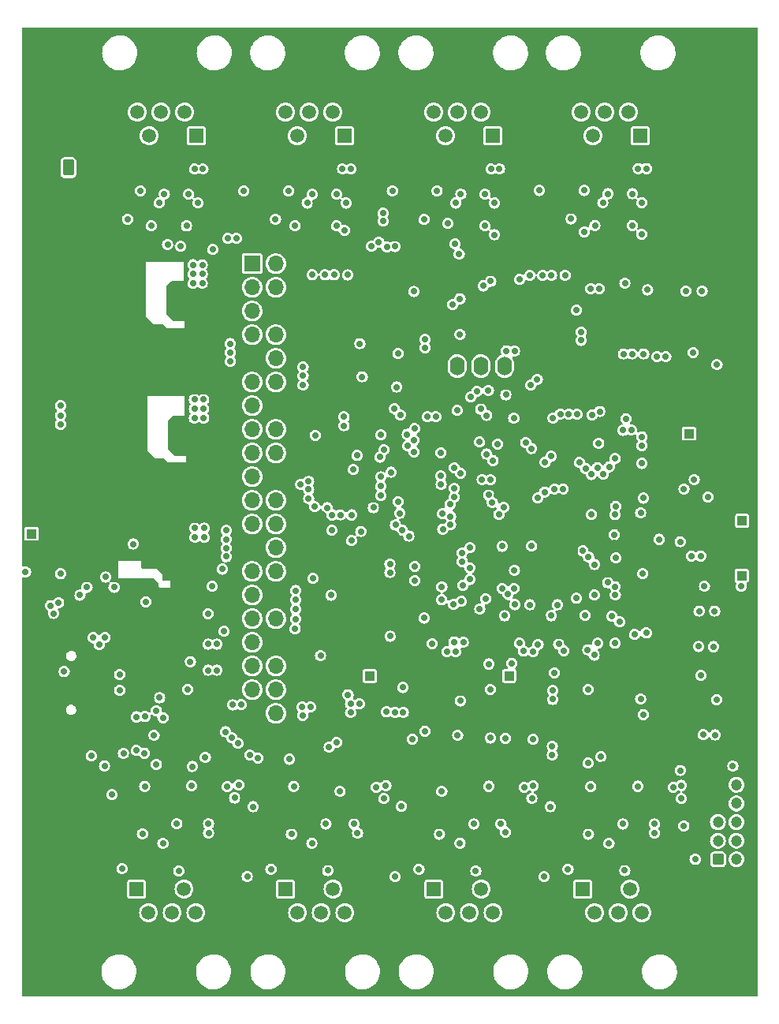
<source format=gbr>
%TF.GenerationSoftware,KiCad,Pcbnew,(7.0.0)*%
%TF.CreationDate,2023-03-09T20:35:22+00:00*%
%TF.ProjectId,RobotLegoController,526f626f-744c-4656-976f-436f6e74726f,REV A*%
%TF.SameCoordinates,Original*%
%TF.FileFunction,Copper,L2,Inr*%
%TF.FilePolarity,Positive*%
%FSLAX46Y46*%
G04 Gerber Fmt 4.6, Leading zero omitted, Abs format (unit mm)*
G04 Created by KiCad (PCBNEW (7.0.0)) date 2023-03-09 20:35:22*
%MOMM*%
%LPD*%
G01*
G04 APERTURE LIST*
G04 Aperture macros list*
%AMRoundRect*
0 Rectangle with rounded corners*
0 $1 Rounding radius*
0 $2 $3 $4 $5 $6 $7 $8 $9 X,Y pos of 4 corners*
0 Add a 4 corners polygon primitive as box body*
4,1,4,$2,$3,$4,$5,$6,$7,$8,$9,$2,$3,0*
0 Add four circle primitives for the rounded corners*
1,1,$1+$1,$2,$3*
1,1,$1+$1,$4,$5*
1,1,$1+$1,$6,$7*
1,1,$1+$1,$8,$9*
0 Add four rect primitives between the rounded corners*
20,1,$1+$1,$2,$3,$4,$5,0*
20,1,$1+$1,$4,$5,$6,$7,0*
20,1,$1+$1,$6,$7,$8,$9,0*
20,1,$1+$1,$8,$9,$2,$3,0*%
G04 Aperture macros list end*
%TA.AperFunction,ComponentPad*%
%ADD10C,6.400000*%
%TD*%
%TA.AperFunction,ComponentPad*%
%ADD11R,1.520000X1.520000*%
%TD*%
%TA.AperFunction,ComponentPad*%
%ADD12C,1.520000*%
%TD*%
%TA.AperFunction,ComponentPad*%
%ADD13O,1.600000X2.000000*%
%TD*%
%TA.AperFunction,ComponentPad*%
%ADD14C,0.700000*%
%TD*%
%TA.AperFunction,ComponentPad*%
%ADD15RoundRect,0.250000X0.350000X0.625000X-0.350000X0.625000X-0.350000X-0.625000X0.350000X-0.625000X0*%
%TD*%
%TA.AperFunction,ComponentPad*%
%ADD16O,1.200000X1.750000*%
%TD*%
%TA.AperFunction,ComponentPad*%
%ADD17R,1.700000X1.700000*%
%TD*%
%TA.AperFunction,ComponentPad*%
%ADD18O,1.700000X1.700000*%
%TD*%
%TA.AperFunction,ComponentPad*%
%ADD19C,0.500000*%
%TD*%
%TA.AperFunction,ComponentPad*%
%ADD20RoundRect,0.250000X0.350000X-0.350000X0.350000X0.350000X-0.350000X0.350000X-0.350000X-0.350000X0*%
%TD*%
%TA.AperFunction,ComponentPad*%
%ADD21C,1.200000*%
%TD*%
%TA.AperFunction,ComponentPad*%
%ADD22O,2.000000X0.900000*%
%TD*%
%TA.AperFunction,ComponentPad*%
%ADD23O,1.700000X0.900000*%
%TD*%
%TA.AperFunction,ComponentPad*%
%ADD24R,1.000000X1.000000*%
%TD*%
%TA.AperFunction,ViaPad*%
%ADD25C,0.700000*%
%TD*%
%TA.AperFunction,ViaPad*%
%ADD26C,4.000000*%
%TD*%
%TA.AperFunction,ViaPad*%
%ADD27C,3.000000*%
%TD*%
G04 APERTURE END LIST*
D10*
%TO.N,GND*%
%TO.C,H4*%
X205000000Y-39000000D03*
%TD*%
D11*
%TO.N,/05-System Outputs A/MOTORA_PIN1*%
%TO.C,J11*%
X149249999Y-46139999D03*
D12*
%TO.N,/05-System Outputs A/MOTORA_PIN2*%
X147980000Y-43600000D03*
%TO.N,GND*%
X146710000Y-46140000D03*
%TO.N,Net-(C132-Pad2)*%
X145440000Y-43600000D03*
%TO.N,/05-System Outputs A/MOTORA_PIN5*%
X144170000Y-46140000D03*
%TO.N,/05-System Outputs A/MOTORA_PIN6*%
X142900000Y-43600000D03*
%TD*%
D13*
%TO.N,GND*%
%TO.C,U3*%
X174719999Y-70849999D03*
%TO.N,+3.3V*%
X177259999Y-70849999D03*
%TO.N,SYS_I2C_SCL*%
X179799999Y-70849999D03*
%TO.N,SYS_I2C_SDA*%
X182339999Y-70849999D03*
%TD*%
D10*
%TO.N,GND*%
%TO.C,H3*%
X135000000Y-39000000D03*
%TD*%
D14*
%TO.N,GND*%
%TO.C,U8*%
X143900000Y-81795000D03*
X143900000Y-82795000D03*
X143900000Y-83795000D03*
X145200000Y-81795000D03*
X145200000Y-82795000D03*
X145200000Y-83795000D03*
%TD*%
D11*
%TO.N,/06-System Outputs B/MOTORD_PIN1*%
%TO.C,J14*%
X196899999Y-46139999D03*
D12*
%TO.N,/06-System Outputs B/MOTORD_PIN2*%
X195630000Y-43600000D03*
%TO.N,GND*%
X194360000Y-46140000D03*
%TO.N,Net-(C160-Pad2)*%
X193090000Y-43600000D03*
%TO.N,/06-System Outputs B/MOTORD_PIN5*%
X191820000Y-46140000D03*
%TO.N,/06-System Outputs B/MOTORD_PIN6*%
X190550000Y-43600000D03*
%TD*%
D14*
%TO.N,GND*%
%TO.C,U17*%
X165050000Y-64550000D03*
X163550000Y-64550000D03*
X162050000Y-64550000D03*
X165050000Y-66050000D03*
X163550000Y-66050000D03*
X162050000Y-66050000D03*
%TD*%
D15*
%TO.N,+BATT*%
%TO.C,J4*%
X135500000Y-49550000D03*
D16*
%TO.N,GND*%
X133499999Y-49549999D03*
%TD*%
D10*
%TO.N,GND*%
%TO.C,H1*%
X135000000Y-134000000D03*
%TD*%
D17*
%TO.N,unconnected-(J2-3V3-Pad1)*%
%TO.C,J2*%
X155227031Y-59861038D03*
D18*
%TO.N,+5V*%
X157767031Y-59861038D03*
%TO.N,unconnected-(J2-SDA{slash}GPIO2-Pad3)*%
X155227031Y-62401038D03*
%TO.N,+5V*%
X157767031Y-62401038D03*
%TO.N,unconnected-(J2-SCL{slash}GPIO3-Pad5)*%
X155227031Y-64941038D03*
%TO.N,GND*%
X157767031Y-64941038D03*
%TO.N,unconnected-(J2-GCLK0{slash}GPIO4-Pad7)*%
X155227031Y-67481038D03*
%TO.N,Net-(J2-GPIO14{slash}TXD)*%
X157767031Y-67481038D03*
%TO.N,GND*%
X155227031Y-70021038D03*
%TO.N,Net-(J2-GPIO15{slash}RXD)*%
X157767031Y-70021038D03*
%TO.N,unconnected-(J2-GPIO17-Pad11)*%
X155227031Y-72561038D03*
%TO.N,unconnected-(J2-GPIO18{slash}PWM0-Pad12)*%
X157767031Y-72561038D03*
%TO.N,unconnected-(J2-GPIO27-Pad13)*%
X155227031Y-75101038D03*
%TO.N,GND*%
X157767031Y-75101038D03*
%TO.N,unconnected-(J2-GPIO22-Pad15)*%
X155227031Y-77641038D03*
%TO.N,unconnected-(J2-GPIO23-Pad16)*%
X157767031Y-77641038D03*
%TO.N,unconnected-(J2-3V3-Pad17)*%
X155227031Y-80181038D03*
%TO.N,unconnected-(J2-GPIO24-Pad18)*%
X157767031Y-80181038D03*
%TO.N,unconnected-(J2-MOSI0{slash}GPIO10-Pad19)*%
X155227031Y-82721038D03*
%TO.N,GND*%
X157767031Y-82721038D03*
%TO.N,unconnected-(J2-MISO0{slash}GPIO9-Pad21)*%
X155227031Y-85261038D03*
%TO.N,unconnected-(J2-GPIO25-Pad22)*%
X157767031Y-85261038D03*
%TO.N,unconnected-(J2-SCLK0{slash}GPIO11-Pad23)*%
X155227031Y-87801038D03*
%TO.N,unconnected-(J2-~{CE0}{slash}GPIO8-Pad24)*%
X157767031Y-87801038D03*
%TO.N,GND*%
X155227031Y-90341038D03*
%TO.N,unconnected-(J2-~{CE1}{slash}GPIO7-Pad26)*%
X157767031Y-90341038D03*
%TO.N,unconnected-(J2-ID_SD{slash}GPIO0-Pad27)*%
X155227031Y-92881038D03*
%TO.N,unconnected-(J2-ID_SC{slash}GPIO1-Pad28)*%
X157767031Y-92881038D03*
%TO.N,unconnected-(J2-GCLK1{slash}GPIO5-Pad29)*%
X155227031Y-95421038D03*
%TO.N,GND*%
X157767031Y-95421038D03*
%TO.N,unconnected-(J2-GCLK2{slash}GPIO6-Pad31)*%
X155227031Y-97961038D03*
%TO.N,unconnected-(J2-PWM0{slash}GPIO12-Pad32)*%
X157767031Y-97961038D03*
%TO.N,unconnected-(J2-PWM1{slash}GPIO13-Pad33)*%
X155227031Y-100501038D03*
%TO.N,GND*%
X157767031Y-100501038D03*
%TO.N,unconnected-(J2-GPIO19{slash}MISO1-Pad35)*%
X155227031Y-103041038D03*
%TO.N,unconnected-(J2-GPIO16-Pad36)*%
X157767031Y-103041038D03*
%TO.N,unconnected-(J2-GPIO26-Pad37)*%
X155227031Y-105581038D03*
%TO.N,unconnected-(J2-GPIO20{slash}MOSI1-Pad38)*%
X157767031Y-105581038D03*
%TO.N,GND*%
X155227031Y-108121038D03*
%TO.N,unconnected-(J2-GPIO21{slash}SCLK1-Pad40)*%
X157767031Y-108121038D03*
%TD*%
D11*
%TO.N,/03-System Inputs A/INPUT1_PIN1*%
%TO.C,J7*%
X142829999Y-126979999D03*
D12*
%TO.N,/03-System Inputs A/INPUT1_PIN2*%
X144100000Y-129520000D03*
%TO.N,GND*%
X145370000Y-126980000D03*
%TO.N,Net-(C94-Pad2)*%
X146640000Y-129520000D03*
%TO.N,/03-System Inputs A/INPUT1_PIN5*%
X147910000Y-126980000D03*
%TO.N,/03-System Inputs A/INPUT1_PIN6*%
X149180000Y-129520000D03*
%TD*%
D14*
%TO.N,GND*%
%TO.C,U9*%
X143780000Y-67350000D03*
X143780000Y-68350000D03*
X143780000Y-69350000D03*
X145080000Y-67350000D03*
X145080000Y-68350000D03*
X145080000Y-69350000D03*
%TD*%
D19*
%TO.N,GND*%
%TO.C,U6*%
X146900000Y-96375000D03*
X148000000Y-96375000D03*
X149100000Y-96375000D03*
X146900000Y-95275000D03*
X148000000Y-95275000D03*
X149100000Y-95275000D03*
X146900000Y-94175000D03*
X148000000Y-94175000D03*
X149100000Y-94175000D03*
%TD*%
D20*
%TO.N,+5V*%
%TO.C,J1*%
X205250000Y-123800000D03*
D21*
%TO.N,/01-Microcontroller and Extras/MC_SWDIO*%
X207250000Y-123800000D03*
%TO.N,+5V*%
X205250000Y-121800000D03*
%TO.N,/01-Microcontroller and Extras/MC_SWCLK*%
X207250000Y-121800000D03*
%TO.N,unconnected-(J1-Pin_5-Pad5)*%
X205250000Y-119800000D03*
%TO.N,/01-Microcontroller and Extras/MC_RESET_N*%
X207250000Y-119800000D03*
%TO.N,GND*%
X205250000Y-117800000D03*
%TO.N,/01-Microcontroller and Extras/DEBUG_uTX_dRX*%
X207250000Y-117800000D03*
%TO.N,GND*%
X205250000Y-115800000D03*
%TO.N,/01-Microcontroller and Extras/DEBUG_uRX_dTX*%
X207250000Y-115800000D03*
%TD*%
D11*
%TO.N,/04-System Inputs B/INPUT4_PIN1*%
%TO.C,J10*%
X190729999Y-126979999D03*
D12*
%TO.N,/04-System Inputs B/INPUT4_PIN2*%
X192000000Y-129520000D03*
%TO.N,GND*%
X193270000Y-126980000D03*
%TO.N,Net-(C119-Pad2)*%
X194540000Y-129520000D03*
%TO.N,/04-System Inputs B/INPUT4_PIN5*%
X195810000Y-126980000D03*
%TO.N,/04-System Inputs B/INPUT4_PIN6*%
X197080000Y-129520000D03*
%TD*%
D11*
%TO.N,/04-System Inputs B/INPUT3_PIN1*%
%TO.C,J9*%
X174749999Y-126979999D03*
D12*
%TO.N,/04-System Inputs B/INPUT3_PIN2*%
X176020000Y-129520000D03*
%TO.N,GND*%
X177290000Y-126980000D03*
%TO.N,Net-(C114-Pad2)*%
X178560000Y-129520000D03*
%TO.N,/04-System Inputs B/INPUT3_PIN5*%
X179830000Y-126980000D03*
%TO.N,/04-System Inputs B/INPUT3_PIN6*%
X181100000Y-129520000D03*
%TD*%
D11*
%TO.N,/05-System Outputs A/MOTORB_PIN1*%
%TO.C,J12*%
X165149999Y-46139999D03*
D12*
%TO.N,/05-System Outputs A/MOTORB_PIN2*%
X163880000Y-43600000D03*
%TO.N,GND*%
X162610000Y-46140000D03*
%TO.N,Net-(C135-Pad2)*%
X161340000Y-43600000D03*
%TO.N,/05-System Outputs A/MOTORB_PIN5*%
X160070000Y-46140000D03*
%TO.N,/05-System Outputs A/MOTORB_PIN6*%
X158800000Y-43600000D03*
%TD*%
D14*
%TO.N,GND*%
%TO.C,U23*%
X188400000Y-64600000D03*
X186900000Y-64600000D03*
X185400000Y-64600000D03*
X188400000Y-66100000D03*
X186900000Y-66100000D03*
X185400000Y-66100000D03*
%TD*%
D11*
%TO.N,/06-System Outputs B/MOTORC_PIN1*%
%TO.C,J13*%
X181069999Y-46139999D03*
D12*
%TO.N,/06-System Outputs B/MOTORC_PIN2*%
X179800000Y-43600000D03*
%TO.N,GND*%
X178530000Y-46140000D03*
%TO.N,Net-(C157-Pad2)*%
X177260000Y-43600000D03*
%TO.N,/06-System Outputs B/MOTORC_PIN5*%
X175990000Y-46140000D03*
%TO.N,/06-System Outputs B/MOTORC_PIN6*%
X174720000Y-43600000D03*
%TD*%
D22*
%TO.N,GND*%
%TO.C,J3*%
X136283194Y-100536523D03*
D23*
X132113194Y-100536523D03*
D22*
X136283194Y-109176523D03*
D23*
X132113194Y-109176523D03*
%TD*%
D11*
%TO.N,/03-System Inputs A/INPUT2_PIN1*%
%TO.C,J8*%
X158829999Y-126979999D03*
D12*
%TO.N,/03-System Inputs A/INPUT2_PIN2*%
X160100000Y-129520000D03*
%TO.N,GND*%
X161370000Y-126980000D03*
%TO.N,Net-(C99-Pad2)*%
X162640000Y-129520000D03*
%TO.N,/03-System Inputs A/INPUT2_PIN5*%
X163910000Y-126980000D03*
%TO.N,/03-System Inputs A/INPUT2_PIN6*%
X165180000Y-129520000D03*
%TD*%
D10*
%TO.N,GND*%
%TO.C,H2*%
X205000000Y-134000000D03*
%TD*%
D24*
%TO.N,+4V*%
%TO.C,TP28*%
X131549999Y-88849999D03*
%TD*%
%TO.N,GND*%
%TO.C,TP21*%
X182849999Y-112124999D03*
%TD*%
%TO.N,/01-Microcontroller and Extras/LED3*%
%TO.C,TP17*%
X167849999Y-104099999D03*
%TD*%
%TO.N,GND*%
%TO.C,TP133*%
X151749999Y-84599999D03*
%TD*%
%TO.N,GND*%
%TO.C,TP23*%
X132399999Y-43399999D03*
%TD*%
%TO.N,Net-(D65-DO)*%
%TO.C,TP149*%
X202149999Y-78099999D03*
%TD*%
%TO.N,Net-(Q13-D)*%
%TO.C,TP146*%
X207799999Y-93349999D03*
%TD*%
%TO.N,+5V*%
%TO.C,TP147*%
X207849999Y-87449999D03*
%TD*%
%TO.N,GND*%
%TO.C,TP19*%
X167849999Y-112099999D03*
%TD*%
%TO.N,/01-Microcontroller and Extras/LED1*%
%TO.C,TP15*%
X182849999Y-104099999D03*
%TD*%
D25*
%TO.N,VBUS*%
X135050000Y-103650000D03*
X136744622Y-95444622D03*
%TO.N,GND*%
X199750000Y-87550000D03*
X165200000Y-72700000D03*
X143950000Y-89950000D03*
X190750000Y-73450000D03*
X200490000Y-49035000D03*
X144052500Y-106800000D03*
X185840000Y-122377500D03*
X196950000Y-120000000D03*
X151000000Y-91850000D03*
X162811330Y-86807717D03*
X194200000Y-82400000D03*
X149875000Y-66935000D03*
X132050000Y-91050000D03*
X199650000Y-79400000D03*
X149441384Y-56189500D03*
X149050000Y-119962500D03*
X150875000Y-66935000D03*
X144950000Y-91950000D03*
X157990000Y-48560000D03*
X135650000Y-71400000D03*
X171250000Y-124850000D03*
X169900000Y-80625500D03*
X165477000Y-51460000D03*
X190693722Y-96410544D03*
X159450000Y-122350000D03*
X152950000Y-124750000D03*
X147650000Y-101600000D03*
X197200000Y-104150000D03*
X177400000Y-69050000D03*
X146650000Y-101600000D03*
X155350000Y-124850000D03*
X204875000Y-99050000D03*
X176206569Y-80893431D03*
X198994177Y-90397453D03*
X177990000Y-49035000D03*
X203950000Y-71987500D03*
X191350000Y-122350000D03*
X187590000Y-55060000D03*
X203388968Y-108537115D03*
D26*
X133500000Y-55000000D03*
D25*
X204862500Y-76200000D03*
X177625500Y-112150000D03*
X161250000Y-102787250D03*
X181450000Y-97650000D03*
X161940000Y-50360000D03*
X165477000Y-54860000D03*
X201800000Y-67600000D03*
X201050000Y-93450000D03*
X153890000Y-122327500D03*
X170638475Y-88998575D03*
X143950000Y-91950000D03*
X193790000Y-48985000D03*
X192850000Y-117350000D03*
X151300000Y-89250000D03*
X168400000Y-117250000D03*
X151300000Y-88250000D03*
X166200000Y-124800000D03*
X199874500Y-106497349D03*
X194550000Y-64900000D03*
X139350000Y-124812500D03*
X207100000Y-64950000D03*
X141350000Y-96450000D03*
X170200000Y-64800000D03*
X182800000Y-64850000D03*
X198100000Y-124800000D03*
X149400000Y-116550000D03*
X203200000Y-98400000D03*
X137891929Y-101616014D03*
X140150000Y-110200000D03*
X146650000Y-100600000D03*
X138950000Y-95837500D03*
X199750000Y-93200000D03*
X158750000Y-117250000D03*
X202650000Y-74900000D03*
X182100000Y-124800000D03*
X197550000Y-109850000D03*
X141750000Y-95600000D03*
X205250000Y-71950000D03*
X135650000Y-69350000D03*
X169890000Y-122377500D03*
X203650000Y-84050000D03*
X201600000Y-80425000D03*
X165500000Y-90700000D03*
X204136237Y-88303059D03*
X156300000Y-115900000D03*
X179000000Y-121450000D03*
X172800000Y-98800000D03*
X196300000Y-113475500D03*
X142750000Y-117212500D03*
X185874500Y-85899158D03*
X143450000Y-122337500D03*
X164500000Y-89099000D03*
X186150000Y-103775500D03*
X189800000Y-61150000D03*
X192950000Y-113650000D03*
X152025000Y-80400000D03*
X202050000Y-88500000D03*
X135750000Y-117800000D03*
X137393056Y-97093056D03*
X183100000Y-58200000D03*
X203250000Y-84900000D03*
X161083524Y-56949653D03*
X200310000Y-117466250D03*
X181427000Y-54860000D03*
X161773450Y-99450000D03*
X193690000Y-50310000D03*
X186811991Y-79628813D03*
X150025000Y-81400000D03*
X135750000Y-84900000D03*
X208250000Y-99050000D03*
X165306031Y-86149996D03*
X201467701Y-126900000D03*
X203590000Y-126900000D03*
X145900000Y-112900000D03*
X135750000Y-85900000D03*
X199650000Y-78450000D03*
X154800000Y-54050000D03*
X138600000Y-91600000D03*
X177850000Y-93125500D03*
X186467597Y-97824546D03*
X197950000Y-67650000D03*
X205853505Y-81896495D03*
X162350000Y-90650000D03*
X197550000Y-97950000D03*
X144950000Y-117300000D03*
X188200000Y-115900000D03*
X146050000Y-50350000D03*
X193350000Y-79150000D03*
X188181315Y-84834111D03*
X165050000Y-120000000D03*
X162625500Y-112100000D03*
X200900000Y-124800000D03*
X161650000Y-121150000D03*
X175600000Y-96850000D03*
X143450000Y-124750000D03*
X199650000Y-85050000D03*
X186990000Y-48510000D03*
X166425500Y-61050000D03*
X181538140Y-84761570D03*
X171790000Y-55110000D03*
X139049500Y-111100000D03*
D26*
X133500000Y-113000000D03*
D25*
X144950000Y-89950000D03*
X163100000Y-121500000D03*
X187050000Y-74450000D03*
X184281000Y-58700000D03*
X180950000Y-120000000D03*
X170900000Y-84420000D03*
X184690000Y-49085000D03*
X138450000Y-51100000D03*
X143350000Y-53350000D03*
X162576550Y-100950000D03*
X175350000Y-122350000D03*
X171018268Y-77931732D03*
X160950000Y-117250000D03*
X132050000Y-92050000D03*
X190990000Y-48500000D03*
X205100000Y-108550000D03*
X201100000Y-92150000D03*
X135600000Y-91200000D03*
X151025000Y-80400000D03*
X152400000Y-117350000D03*
X172000000Y-73500000D03*
X159240000Y-48510000D03*
X189800000Y-70000000D03*
X170290000Y-51110000D03*
X177550000Y-121150000D03*
X195100000Y-72950000D03*
X161250000Y-105487250D03*
X162040000Y-49035000D03*
X184850000Y-124800000D03*
X136600000Y-119150000D03*
X195800000Y-105550000D03*
X179924500Y-82134408D03*
X135650000Y-70400000D03*
X147100000Y-121468750D03*
X152025000Y-81400000D03*
X169100000Y-74750000D03*
X151875000Y-65935000D03*
X181400497Y-102300000D03*
X143350000Y-48500000D03*
X135750000Y-83850000D03*
X168750000Y-49075000D03*
X171190000Y-48560000D03*
X178635987Y-91232005D03*
X144950000Y-90950000D03*
X176254906Y-105354906D03*
X187250000Y-124850000D03*
X172850000Y-114100000D03*
X199900000Y-62350000D03*
X132550000Y-94350000D03*
X176950000Y-73100000D03*
X203950000Y-74912500D03*
X135750000Y-87000000D03*
X135698056Y-98975500D03*
X165613000Y-116500000D03*
X181700000Y-60450000D03*
X166450000Y-74750000D03*
X166900000Y-108500000D03*
X193425500Y-103197625D03*
X175550000Y-62400000D03*
X176600000Y-76250000D03*
X160776089Y-61049659D03*
X152850000Y-49075000D03*
X175350000Y-124800000D03*
X177890000Y-50360000D03*
X195000000Y-121500000D03*
X149875000Y-65935000D03*
X159450000Y-124800000D03*
X139950000Y-55100000D03*
X148400000Y-104550000D03*
X159240000Y-53360000D03*
X191362942Y-67658662D03*
X186200000Y-90174500D03*
X146150000Y-49025000D03*
X175490531Y-89950551D03*
X151025000Y-81400000D03*
X135700000Y-125800000D03*
X163700000Y-72700000D03*
X197227000Y-51410000D03*
X176806364Y-117241367D03*
X150200000Y-124750000D03*
X199750000Y-92250000D03*
X196950000Y-112150000D03*
X176250000Y-102800000D03*
X193500000Y-68650000D03*
X170900000Y-68600000D03*
X198050000Y-76400000D03*
X207450000Y-58200000D03*
X184281000Y-57804977D03*
X147650000Y-100600000D03*
X201840000Y-122377500D03*
X208350000Y-108550000D03*
X175190000Y-53360000D03*
X194137500Y-89850000D03*
X190650000Y-117250000D03*
X201200000Y-91100000D03*
X197227000Y-54810000D03*
X204750000Y-64850000D03*
X206350000Y-68600000D03*
X173300000Y-72300000D03*
X191350000Y-124800000D03*
X182450000Y-76050000D03*
X154340000Y-51110000D03*
X197950000Y-112150000D03*
X151875000Y-66935000D03*
X205850000Y-77487500D03*
X193500000Y-60450000D03*
X207300000Y-89000000D03*
X183876472Y-104782415D03*
X155240000Y-48560000D03*
X199100000Y-58150000D03*
X163450000Y-81700000D03*
X142100000Y-48550000D03*
X164228247Y-100170931D03*
X199650000Y-80350000D03*
X149950000Y-93300000D03*
X141100000Y-114200000D03*
X132550000Y-95350000D03*
X181427000Y-51460000D03*
X168950000Y-124800000D03*
X156763437Y-112913437D03*
X150875000Y-65935000D03*
X180150000Y-68600000D03*
X190900000Y-83112238D03*
X200199501Y-97155500D03*
X149587000Y-51450000D03*
X149587000Y-54850000D03*
X144052500Y-102800000D03*
X182074500Y-96000000D03*
X155840000Y-55110000D03*
X184310000Y-117250000D03*
X153850000Y-53100000D03*
X161300000Y-82250000D03*
X137050000Y-124450000D03*
X189850000Y-90700000D03*
X187800000Y-58474500D03*
X139350000Y-48550000D03*
X176950000Y-113650000D03*
X180000000Y-58000000D03*
X137050000Y-127100000D03*
X205250000Y-61700000D03*
X197225500Y-101025500D03*
X192875000Y-57400000D03*
X176050000Y-69850000D03*
X176300000Y-110824500D03*
X150025000Y-80400000D03*
X136600000Y-116500000D03*
X181300000Y-116600000D03*
X175190000Y-48510000D03*
X186090000Y-51060000D03*
X202650000Y-72000000D03*
X200750000Y-70024500D03*
X197100000Y-75350000D03*
X175650000Y-84450000D03*
X196941589Y-96708411D03*
X135650000Y-68350000D03*
X145650000Y-121112500D03*
X167800000Y-74750000D03*
X199650000Y-84100000D03*
X200650000Y-58150000D03*
X193550000Y-121100000D03*
X174650000Y-117250000D03*
X141375000Y-97400000D03*
X205250000Y-74950000D03*
X190990000Y-53310000D03*
X169565000Y-97950000D03*
X189800000Y-70850000D03*
X140200000Y-108000000D03*
X175300000Y-58100000D03*
D27*
X166850000Y-94600000D03*
D25*
X143950000Y-90950000D03*
X173940000Y-48560000D03*
X169100000Y-60400000D03*
X192950000Y-97700000D03*
X197050000Y-82900000D03*
X199750000Y-88500000D03*
X151600000Y-109450000D03*
X171400000Y-82300000D03*
X152300000Y-101800000D03*
X190900497Y-92150000D03*
X191825500Y-73433411D03*
X189740000Y-48510000D03*
X197300000Y-116600000D03*
%TO.N,+4V*%
X142450000Y-89950000D03*
X148596495Y-102575500D03*
X130900000Y-92950000D03*
%TO.N,PM_NIRQ*%
X138160500Y-100000000D03*
X153050000Y-110726500D03*
X176478404Y-85700500D03*
X145658411Y-108591589D03*
%TO.N,SYS_I2C_SDA*%
X186625500Y-84375500D03*
X155864015Y-112925500D03*
X142800000Y-108499807D03*
X139439500Y-99979500D03*
X151450000Y-100700000D03*
X181724500Y-86775500D03*
%TO.N,SYS_I2C_SCL*%
X150500000Y-100700000D03*
X138806156Y-100763180D03*
X182225500Y-86028439D03*
X154980577Y-112575500D03*
X185899338Y-85000000D03*
X143733411Y-108474500D03*
%TO.N,+3.3V*%
X143450000Y-121062500D03*
X160650000Y-108350000D03*
X175600000Y-95950000D03*
X147150000Y-119962500D03*
X159900000Y-98000000D03*
X166500000Y-80450000D03*
X145300000Y-106450000D03*
X165150000Y-56274500D03*
X152450000Y-91300000D03*
X181600500Y-79222349D03*
X173700000Y-97900000D03*
X170600000Y-125650000D03*
X147550000Y-58000000D03*
X197100000Y-81300000D03*
X161500000Y-107450000D03*
X150498060Y-97429879D03*
X148300000Y-105550000D03*
X152450000Y-89450000D03*
X193574000Y-81659112D03*
X139381750Y-113750000D03*
X182350000Y-97650000D03*
X194137500Y-88950000D03*
X191350000Y-121100000D03*
X171400000Y-105350000D03*
X169050000Y-83750000D03*
X169050000Y-84750000D03*
X159900000Y-96950000D03*
X159850000Y-99050000D03*
X195050000Y-120000000D03*
X187507585Y-105676472D03*
X194200000Y-100600000D03*
X154700000Y-125650000D03*
X203400000Y-91229500D03*
X198950000Y-89450000D03*
X201200000Y-89700000D03*
X186600000Y-125650000D03*
X194199213Y-94526502D03*
X175350000Y-121100000D03*
X187700000Y-103775000D03*
X160600000Y-107450000D03*
X181265500Y-53360000D03*
X181253000Y-56760000D03*
X165315500Y-53360000D03*
X133900000Y-97400000D03*
X201589500Y-120200000D03*
X174050000Y-76300000D03*
X161300000Y-85100000D03*
X180600000Y-73475500D03*
X187350000Y-97650000D03*
X181100000Y-81000000D03*
X152450000Y-90400000D03*
X163160000Y-119997500D03*
X152450000Y-88500000D03*
X179050000Y-120000000D03*
X180400000Y-80300000D03*
X168250000Y-86050000D03*
X160450000Y-83550000D03*
X134450000Y-96250000D03*
X133605768Y-96556268D03*
X164293463Y-111243463D03*
X169050000Y-82750000D03*
X159900000Y-95950000D03*
X174950000Y-76300000D03*
X149425500Y-53350000D03*
X185400000Y-110918887D03*
X201600000Y-84050000D03*
X170150000Y-82250000D03*
X170025500Y-93000000D03*
X166750000Y-107100000D03*
X150500000Y-103500000D03*
X161300000Y-83250000D03*
X170900000Y-85400000D03*
X165800000Y-108050000D03*
X159900000Y-94950000D03*
X197053000Y-56710000D03*
X192450000Y-79150000D03*
X165800000Y-107100000D03*
X187459443Y-112600000D03*
X193850000Y-97700000D03*
X197065500Y-53310000D03*
X159450000Y-121100000D03*
X202700000Y-83050000D03*
X151450000Y-103500000D03*
X174575500Y-100650000D03*
X187507585Y-106626472D03*
X170025500Y-92100000D03*
%TO.N,BM_NIRQ*%
X152224978Y-99322084D03*
X175524304Y-83559323D03*
X152350000Y-110102000D03*
X144950000Y-107850000D03*
%TO.N,+5V*%
X189150000Y-124850000D03*
X173690000Y-55110000D03*
X141850000Y-55100000D03*
X154340000Y-52060000D03*
X173800000Y-67997576D03*
X159140000Y-52060000D03*
X198700000Y-69850000D03*
X150030000Y-75450000D03*
X149030000Y-76450000D03*
X150030000Y-74450000D03*
X199650000Y-69850000D03*
X141250000Y-124800000D03*
X157740000Y-55110000D03*
X150030000Y-76450000D03*
X137950000Y-112700000D03*
X169700000Y-58050000D03*
X152624500Y-57150000D03*
X143250000Y-52050000D03*
X149030000Y-75450000D03*
X134650000Y-93150000D03*
X197550000Y-99500000D03*
X152900000Y-68450000D03*
X134650000Y-76150000D03*
X134650000Y-77100000D03*
X134650000Y-75100000D03*
X161140000Y-53360000D03*
X189490000Y-55060000D03*
X169300000Y-55300000D03*
X190890000Y-52010000D03*
X179250000Y-125050000D03*
X195250000Y-125000000D03*
X197225500Y-108250000D03*
X202800000Y-123800000D03*
X170290000Y-52060000D03*
X152900000Y-69400000D03*
X153550000Y-57150000D03*
X192890000Y-53310000D03*
X147350000Y-125031250D03*
X169300000Y-54450000D03*
X181950000Y-120000000D03*
X166150000Y-120000000D03*
X173150000Y-124850000D03*
X198450000Y-120000000D03*
X186090000Y-52010000D03*
X170545899Y-58029076D03*
X150550000Y-119962500D03*
X152900000Y-70350000D03*
X175090000Y-52060000D03*
X145250000Y-53350000D03*
X177090000Y-53360000D03*
X157250000Y-124850000D03*
X173800000Y-68900000D03*
X149030000Y-74450000D03*
X163350000Y-125000000D03*
%TO.N,/01-Microcontroller and Extras/BUTTON2*%
X172700000Y-93869647D03*
X170050000Y-99850000D03*
%TO.N,/01-Microcontroller and Extras/MC_RESET_N*%
X191656540Y-86775500D03*
%TO.N,/02-System Power Supply and USB/VCONN*%
X139500000Y-93500000D03*
%TO.N,SHUTDOWN*%
X153150662Y-107217216D03*
X175500000Y-82650000D03*
%TO.N,/02-System Power Supply and USB/USB_CC2*%
X137500000Y-94600000D03*
X141000000Y-105649500D03*
%TO.N,/02-System Power Supply and USB/USB_CC1*%
X141000000Y-103950500D03*
X140400000Y-94600000D03*
%TO.N,+BATT*%
X150100000Y-89250000D03*
X150100000Y-88250000D03*
X149100000Y-89250000D03*
X149100000Y-88250000D03*
%TO.N,VBAT_SENSE*%
X176536487Y-86991339D03*
X172699500Y-92350000D03*
X163700000Y-95450000D03*
%TO.N,/02-System Power Supply and USB/REGN*%
X143800000Y-96150000D03*
X152016589Y-92649500D03*
%TO.N,+9V*%
X140181250Y-116850000D03*
X148880000Y-61985000D03*
X185850000Y-72290950D03*
X155350000Y-118150000D03*
X148880000Y-59985000D03*
X144700000Y-110500000D03*
X187250000Y-118150000D03*
X149880000Y-61985000D03*
X171250000Y-118100000D03*
X160700000Y-72900000D03*
X160700000Y-71900000D03*
X160700000Y-70950000D03*
X185150000Y-72900000D03*
X149880000Y-60985000D03*
X148880000Y-60985000D03*
X149880000Y-59985000D03*
%TO.N,VBUS_SENSE*%
X175675066Y-86700364D03*
X153700000Y-111351000D03*
%TO.N,9V_SENSE*%
X143662951Y-112399500D03*
X175700000Y-88350500D03*
%TO.N,5V_SENSE*%
X176536487Y-87890842D03*
X142800000Y-112100000D03*
%TO.N,3V3_SENSE*%
X202400000Y-91250000D03*
X197175000Y-93125000D03*
%TO.N,INPUT1_PIN1_SENSE_VOLTAGE*%
X203800000Y-94500000D03*
X194200000Y-86800000D03*
%TO.N,INPUT2_PIN1_SENSE_VOLTAGE*%
X203225500Y-97150000D03*
X197100000Y-79400000D03*
X204900000Y-97150000D03*
%TO.N,INPUT1_PIN5_SCL_uTX_pRX*%
X148714847Y-115918330D03*
X177625500Y-82349857D03*
X176150000Y-101500000D03*
X177710924Y-96110924D03*
%TO.N,INPUT2_PIN5_SCL_uTX_pRX*%
X164680000Y-116500000D03*
X176900000Y-100450000D03*
X185933965Y-100733619D03*
%TO.N,INPUT1_PIN6_SENSE_VOLTAGE*%
X203175500Y-100950000D03*
X196950000Y-86624500D03*
X197250000Y-85025500D03*
%TO.N,INPUT2_PIN6_SENSE_VOLTAGE*%
X194225000Y-80775000D03*
X204774500Y-100966589D03*
%TO.N,INPUT3_PIN1_SENSE_VOLTAGE*%
X203408953Y-104062484D03*
X197100000Y-78450000D03*
%TO.N,INPUT4_PIN1_SENSE_VOLTAGE*%
X205100000Y-106650000D03*
X195370000Y-76500000D03*
%TO.N,INPUT3_PIN5_SCL_uTX_pRX*%
X192000000Y-92150000D03*
X180650000Y-102825498D03*
X180650000Y-115950000D03*
X191983411Y-95424500D03*
%TO.N,INPUT4_PIN5_SCL_uTX_pRX*%
X196650000Y-115950000D03*
X190057677Y-95774500D03*
%TO.N,INPUT3_PIN6_SENSE_VOLTAGE*%
X203675500Y-110400000D03*
X195045917Y-77750119D03*
%TO.N,INPUT4_PIN6_SENSE_VOLTAGE*%
X195945040Y-77724002D03*
X204950000Y-110444500D03*
%TO.N,MOTORA_PIN5_SENSE*%
X177550000Y-63626000D03*
X188318295Y-76000000D03*
%TO.N,MOTORB_PIN5_SENSE*%
X180050000Y-62250500D03*
X187540296Y-76451465D03*
%TO.N,MOTORA_PIN6_SENSE*%
X170900000Y-69500000D03*
X189226335Y-76010081D03*
X176774500Y-64250500D03*
%TO.N,MOTORB_PIN6_SENSE*%
X177550000Y-67450000D03*
X190125500Y-76034668D03*
%TO.N,/05-System Outputs A/MOTORB_PIN2*%
X165840000Y-49710000D03*
X165480000Y-61075000D03*
%TO.N,/05-System Outputs A/MOTORB_PIN1*%
X164025000Y-61062500D03*
X164940497Y-49710000D03*
%TO.N,/05-System Outputs A/MOTORA_PIN2*%
X149950000Y-49700000D03*
X163075000Y-61062500D03*
%TO.N,/05-System Outputs A/MOTORA_PIN1*%
X161675500Y-61062500D03*
X149050497Y-49700000D03*
%TO.N,MOTORC_PIN5_SENSE*%
X197700000Y-62675500D03*
X191725005Y-76100500D03*
%TO.N,MOTORD_PIN5_SENSE*%
X192550000Y-75724500D03*
X201800000Y-62800000D03*
%TO.N,/01-Microcontroller and Extras/LED2*%
X196950000Y-106567500D03*
X196300500Y-99649500D03*
%TO.N,/01-Microcontroller and Extras/LED3*%
X175600000Y-94550000D03*
%TO.N,INPUT1_PIN2_DETECT*%
X145650000Y-122100000D03*
X171463132Y-108037632D03*
X143700000Y-115950000D03*
%TO.N,INPUT2_PIN2_DETECT*%
X159700000Y-115950000D03*
X177575500Y-106790615D03*
X161650000Y-122050000D03*
%TO.N,Net-(D23-COM)*%
X150552195Y-120947805D03*
%TO.N,Net-(D24-COM)*%
X166552195Y-120972805D03*
%TO.N,INPUT3_PIN2_DETECT*%
X175600000Y-116500000D03*
X188026868Y-96474500D03*
X177550000Y-122049503D03*
%TO.N,INPUT4_PIN2_DETECT*%
X191600000Y-116000000D03*
X191958420Y-101881476D03*
X193550000Y-122100000D03*
%TO.N,Net-(D37-COM)*%
X182452195Y-120872805D03*
%TO.N,Net-(D38-COM)*%
X198452195Y-120972805D03*
%TO.N,MOTORC_PIN6_SENSE*%
X192300000Y-81750000D03*
X197274500Y-69550000D03*
%TO.N,MOTORD_PIN6_SENSE*%
X192949500Y-82450000D03*
X202600000Y-69400000D03*
%TO.N,/06-System Outputs B/MOTORD_PIN2*%
X188830000Y-61125000D03*
X197590000Y-49660000D03*
%TO.N,/06-System Outputs B/MOTORD_PIN1*%
X187380000Y-61125000D03*
X196690497Y-49660000D03*
%TO.N,/06-System Outputs B/MOTORC_PIN2*%
X186430000Y-61125000D03*
X181790000Y-49710000D03*
%TO.N,/06-System Outputs B/MOTORC_PIN1*%
X185030500Y-61125000D03*
X180890497Y-49710000D03*
%TO.N,/05-System Outputs A/MOTORA_PIN5_ENC*%
X145800000Y-52400000D03*
X148412500Y-52400000D03*
%TO.N,/05-System Outputs A/MOTORB_PIN5_ENC*%
X161690000Y-52410000D03*
X164302500Y-52410000D03*
%TO.N,/01-Microcontroller and Extras/MC_SWDIO*%
X193410305Y-94094385D03*
%TO.N,/01-Microcontroller and Extras/MC_SWCLK*%
X194229339Y-95425500D03*
%TO.N,/01-Microcontroller and Extras/DEBUG_uTX_dRX*%
X191356625Y-91367362D03*
%TO.N,Net-(U6-TS)*%
X150950000Y-94500000D03*
%TO.N,/05-System Outputs A/MOTORA_PIN6_ENC*%
X144400000Y-55800000D03*
X148182180Y-55814627D03*
%TO.N,/05-System Outputs A/MOTORB_PIN6_ENC*%
X159850000Y-55810000D03*
X164290000Y-55810000D03*
%TO.N,/06-System Outputs B/MOTORC_PIN5_ENC*%
X180252500Y-52410000D03*
X177640000Y-52410000D03*
%TO.N,/06-System Outputs B/MOTORD_PIN5_ENC*%
X193440000Y-52360000D03*
X196052500Y-52360000D03*
%TO.N,Net-(Q3-G)*%
X161750000Y-93650000D03*
%TO.N,INPUT1_PIN6_SDA_uRX_pTX*%
X177076874Y-101510052D03*
X176942580Y-81764430D03*
X152550000Y-116000000D03*
X176847366Y-96419456D03*
%TO.N,Net-(Q15-D)*%
X153350000Y-117200000D03*
X153800000Y-115800000D03*
%TO.N,INPUT2_PIN6_SDA_uRX_pTX*%
X185400000Y-101500000D03*
X177900000Y-100500000D03*
X168550000Y-116050000D03*
%TO.N,Net-(Q16-D)*%
X169600000Y-115870500D03*
X169370000Y-117270000D03*
%TO.N,INPUT3_PIN6_SDA_uRX_pTX*%
X184450000Y-116050000D03*
X183100000Y-102750000D03*
X183425500Y-96457677D03*
X183399000Y-92775500D03*
%TO.N,Net-(Q27-D)*%
X185400000Y-115900000D03*
X185270000Y-117270000D03*
%TO.N,INPUT4_PIN6_SDA_uRX_pTX*%
X191000000Y-97600000D03*
X200450000Y-116050000D03*
%TO.N,Net-(Q28-D)*%
X201330092Y-115864145D03*
X201320000Y-117270000D03*
%TO.N,/01-Microcontroller and Extras/SYS_IMU_IRQ1*%
X175500000Y-80150000D03*
X166100000Y-81950000D03*
%TO.N,/01-Microcontroller and Extras/SYS_IMU_IRQ2*%
X161300000Y-84100000D03*
X172614269Y-80057027D03*
%TO.N,/01-Microcontroller and Extras/PC_uRX_rpiTX*%
X180624500Y-84694332D03*
X179675000Y-96925000D03*
X169381528Y-79833446D03*
X176925500Y-83958439D03*
%TO.N,/01-Microcontroller and Extras/PC_uTX_rpiRX*%
X176925500Y-84919981D03*
X181024500Y-85500000D03*
X168951826Y-80623674D03*
X180299500Y-95828839D03*
%TO.N,Net-(U4-~{HOLD})*%
X166900000Y-88600000D03*
X165908411Y-89591589D03*
%TO.N,VBAT_ADC_ON*%
X162576549Y-101950000D03*
X172059342Y-89104726D03*
%TO.N,INPUT1_PIN1_CURRENT_ENABLE*%
X169665537Y-107968688D03*
X144950000Y-113600000D03*
%TO.N,INPUT2_PIN1_CURRENT_ENABLE*%
X172434883Y-110884884D03*
X183950000Y-100600000D03*
X159250000Y-113050000D03*
%TO.N,INPUT1_PIN6_ENABLE_N*%
X170563999Y-108011928D03*
X150200000Y-112850000D03*
X148800000Y-113825500D03*
%TO.N,INPUT2_PIN6_ENABLE_N*%
X173782371Y-110032371D03*
X184350000Y-101450000D03*
%TO.N,INPUT3_PIN1_CURRENT_ENABLE*%
X177300000Y-110500000D03*
X188150000Y-100700000D03*
%TO.N,INPUT4_PIN1_CURRENT_ENABLE*%
X192685750Y-112790188D03*
X192350079Y-100605738D03*
%TO.N,INPUT3_PIN6_ENABLE_N*%
X182424500Y-110800000D03*
X188703052Y-101409391D03*
%TO.N,INPUT4_PIN6_ENABLE_N*%
X187459443Y-111650000D03*
X191274500Y-101297220D03*
%TO.N,/06-System Outputs B/MOTORC_PIN6_ENC*%
X176240000Y-55550000D03*
X180240000Y-55810000D03*
%TO.N,/06-System Outputs B/MOTORD_PIN6_ENC*%
X192040000Y-55760000D03*
X196040000Y-55760000D03*
%TO.N,MOTORA_PIN5_DET*%
X172600000Y-62850000D03*
X179650000Y-79000000D03*
%TO.N,MOTORB_PIN5_DET*%
X179363734Y-73564172D03*
X180424000Y-76152549D03*
X180850000Y-61750000D03*
%TO.N,MOTORA_PIN6_DET*%
X177243590Y-75621592D03*
X170750000Y-73100000D03*
%TO.N,MOTORB_PIN6_DET*%
X178707270Y-74179119D03*
X179774500Y-75466589D03*
%TO.N,MOTORA_PIN5_ENCODER*%
X146150000Y-57800000D03*
%TO.N,MOTORB_PIN5_ENCODER*%
X182708834Y-95362250D03*
X168050000Y-58000000D03*
%TO.N,MOTORA_PIN6_ENCODER*%
X151000000Y-58350000D03*
%TO.N,MOTORB_PIN6_ENCODER*%
X168828558Y-57549500D03*
X183343166Y-94724500D03*
%TO.N,MOTORAB_FAULT_N*%
X162000000Y-78300000D03*
%TO.N,MOTORC_PIN5_DET*%
X195260000Y-61950000D03*
X185243330Y-79706523D03*
%TO.N,MOTORD_PIN5_DET*%
X203550000Y-62800000D03*
X191650500Y-82487738D03*
%TO.N,MOTORC_PIN6_DET*%
X195099500Y-69550000D03*
X190372357Y-81190459D03*
%TO.N,MOTORD_PIN6_DET*%
X196025500Y-69550000D03*
X205150000Y-70700000D03*
X191026000Y-81840358D03*
%TO.N,MOTORC_PIN5_ENCODER*%
X177025186Y-57750000D03*
X185071300Y-96474500D03*
%TO.N,MOTORD_PIN5_ENCODER*%
X187714950Y-84064950D03*
X191600497Y-62550000D03*
X190900000Y-56450000D03*
%TO.N,/02-System Power Supply and USB/QONN*%
X141408411Y-112424500D03*
X154050000Y-107200000D03*
%TO.N,/01-Microcontroller and Extras/SYS_SPI_MISO*%
X163800000Y-88474500D03*
X163808496Y-86825500D03*
%TO.N,/01-Microcontroller and Extras/SYS_SPI_MOSI*%
X170619658Y-87908494D03*
X165900000Y-86825500D03*
%TO.N,/01-Microcontroller and Extras/SYS_IMU_CS*%
X163312006Y-86060436D03*
X171344465Y-88441185D03*
%TO.N,/01-Microcontroller and Extras/SYS_SPI_CLK*%
X164707991Y-86821899D03*
X171100000Y-86650000D03*
%TO.N,/01-Microcontroller and Extras/SYS_FLASH_CS_N*%
X161950000Y-85950000D03*
%TO.N,MOTORC_PIN6_ENCODER*%
X182074500Y-90200000D03*
X185250000Y-90174500D03*
X177466241Y-58850000D03*
X182074500Y-94724500D03*
%TO.N,MOTORD_PIN6_ENCODER*%
X192500000Y-62550000D03*
X188623492Y-84039584D03*
%TO.N,MOTOR_CD_FAULT_N*%
X183325500Y-76458639D03*
X183950000Y-61550000D03*
X182507336Y-69219500D03*
%TO.N,MOTORAB_SLEEP_N*%
X171150000Y-76100000D03*
X166800000Y-68450000D03*
X169050000Y-78225500D03*
%TO.N,MOTORA_PWM1*%
X178600000Y-92500000D03*
X165100000Y-77250000D03*
X171951645Y-79432527D03*
%TO.N,MOTORA_PWM2*%
X165100000Y-76300000D03*
X172608269Y-78808027D03*
X177800000Y-91850000D03*
%TO.N,MOTORB_PWM1*%
X172675243Y-77559027D03*
X170524500Y-75450000D03*
X178636487Y-90332503D03*
%TO.N,MOTORCD_SLEEP_N*%
X190050000Y-64850000D03*
X184600000Y-79050000D03*
%TO.N,MOTORC_PWM1*%
X183406813Y-69226313D03*
%TO.N,/01-Microcontroller and Extras/DEBUG_uRX_dTX*%
X190757508Y-90696419D03*
%TO.N,Net-(U2-PF2)*%
X194299293Y-91449500D03*
%TO.N,PIEZO_PWM*%
X201200000Y-114250000D03*
X206850000Y-113800000D03*
X207748888Y-94497864D03*
X194700000Y-98300000D03*
%TO.N,Net-(R10-Pad1)*%
X180800000Y-105550000D03*
X180800000Y-110774500D03*
%TO.N,Net-(R11-Pad1)*%
X163500000Y-111750000D03*
X165524500Y-106124500D03*
%TO.N,Net-(R12-Pad1)*%
X191300000Y-105550000D03*
X191300000Y-113450000D03*
%TO.N,MOTORC_PWM2*%
X182475500Y-73943460D03*
%TO.N,MOTORD_PWM1*%
X178600000Y-93750000D03*
X186693167Y-81155841D03*
X190575500Y-67193946D03*
X179924500Y-83033911D03*
%TO.N,MOTORD_PWM2*%
X177850000Y-94374500D03*
X190575500Y-68093449D03*
X187343795Y-80534723D03*
X180823840Y-83051000D03*
%TO.N,MOTORB_PWM2*%
X171881807Y-78183527D03*
X167050000Y-72000000D03*
X177800000Y-90900000D03*
%TO.N,ADD_LED_RGB*%
X194252821Y-85902050D03*
X204175500Y-84898138D03*
%TD*%
%TA.AperFunction,Conductor*%
%TO.N,GND*%
G36*
X209438000Y-34516613D02*
G01*
X209483387Y-34562000D01*
X209500000Y-34624000D01*
X209500000Y-138376000D01*
X209483387Y-138438000D01*
X209438000Y-138483387D01*
X209376000Y-138500000D01*
X130624000Y-138500000D01*
X130562000Y-138483387D01*
X130516613Y-138438000D01*
X130500000Y-138376000D01*
X130500000Y-135938680D01*
X139040738Y-135938680D01*
X139041232Y-135943177D01*
X139041233Y-135943182D01*
X139070267Y-136207059D01*
X139070268Y-136207066D01*
X139070764Y-136211571D01*
X139071909Y-136215951D01*
X139071911Y-136215961D01*
X139135482Y-136459120D01*
X139140204Y-136477182D01*
X139141969Y-136481336D01*
X139141972Y-136481344D01*
X139192900Y-136601187D01*
X139247577Y-136729852D01*
X139249934Y-136733714D01*
X139318217Y-136845601D01*
X139390595Y-136964196D01*
X139393493Y-136967678D01*
X139393495Y-136967681D01*
X139483791Y-137076183D01*
X139566209Y-137175218D01*
X139770677Y-137358423D01*
X139999641Y-137509904D01*
X140003732Y-137511821D01*
X140003736Y-137511824D01*
X140244125Y-137624513D01*
X140248221Y-137626433D01*
X140511119Y-137705527D01*
X140782731Y-137745500D01*
X140986285Y-137745500D01*
X140988547Y-137745500D01*
X141193805Y-137730477D01*
X141461775Y-137670784D01*
X141718198Y-137572711D01*
X141957609Y-137438347D01*
X142174904Y-137270557D01*
X142365454Y-137072916D01*
X142525196Y-136849637D01*
X142650727Y-136605479D01*
X142739370Y-136345646D01*
X142789236Y-136075674D01*
X142794242Y-135938680D01*
X149200738Y-135938680D01*
X149201232Y-135943177D01*
X149201233Y-135943182D01*
X149230267Y-136207059D01*
X149230268Y-136207066D01*
X149230764Y-136211571D01*
X149231909Y-136215951D01*
X149231911Y-136215961D01*
X149295482Y-136459120D01*
X149300204Y-136477182D01*
X149301969Y-136481336D01*
X149301972Y-136481344D01*
X149352900Y-136601187D01*
X149407577Y-136729852D01*
X149409934Y-136733714D01*
X149478217Y-136845601D01*
X149550595Y-136964196D01*
X149553493Y-136967678D01*
X149553495Y-136967681D01*
X149643791Y-137076183D01*
X149726209Y-137175218D01*
X149930677Y-137358423D01*
X150159641Y-137509904D01*
X150163732Y-137511821D01*
X150163736Y-137511824D01*
X150404125Y-137624513D01*
X150408221Y-137626433D01*
X150671119Y-137705527D01*
X150942731Y-137745500D01*
X151146285Y-137745500D01*
X151148547Y-137745500D01*
X151353805Y-137730477D01*
X151621775Y-137670784D01*
X151878198Y-137572711D01*
X152117609Y-137438347D01*
X152334904Y-137270557D01*
X152525454Y-137072916D01*
X152685196Y-136849637D01*
X152810727Y-136605479D01*
X152899370Y-136345646D01*
X152949236Y-136075674D01*
X152954242Y-135938680D01*
X155040738Y-135938680D01*
X155041232Y-135943177D01*
X155041233Y-135943182D01*
X155070267Y-136207059D01*
X155070268Y-136207066D01*
X155070764Y-136211571D01*
X155071909Y-136215951D01*
X155071911Y-136215961D01*
X155135482Y-136459120D01*
X155140204Y-136477182D01*
X155141969Y-136481336D01*
X155141972Y-136481344D01*
X155192900Y-136601187D01*
X155247577Y-136729852D01*
X155249934Y-136733714D01*
X155318217Y-136845601D01*
X155390595Y-136964196D01*
X155393493Y-136967678D01*
X155393495Y-136967681D01*
X155483791Y-137076183D01*
X155566209Y-137175218D01*
X155770677Y-137358423D01*
X155999641Y-137509904D01*
X156003732Y-137511821D01*
X156003736Y-137511824D01*
X156244125Y-137624513D01*
X156248221Y-137626433D01*
X156511119Y-137705527D01*
X156782731Y-137745500D01*
X156986285Y-137745500D01*
X156988547Y-137745500D01*
X157193805Y-137730477D01*
X157461775Y-137670784D01*
X157718198Y-137572711D01*
X157957609Y-137438347D01*
X158174904Y-137270557D01*
X158365454Y-137072916D01*
X158525196Y-136849637D01*
X158650727Y-136605479D01*
X158739370Y-136345646D01*
X158789236Y-136075674D01*
X158794242Y-135938680D01*
X165200738Y-135938680D01*
X165201232Y-135943177D01*
X165201233Y-135943182D01*
X165230267Y-136207059D01*
X165230268Y-136207066D01*
X165230764Y-136211571D01*
X165231909Y-136215951D01*
X165231911Y-136215961D01*
X165295482Y-136459120D01*
X165300204Y-136477182D01*
X165301969Y-136481336D01*
X165301972Y-136481344D01*
X165352900Y-136601187D01*
X165407577Y-136729852D01*
X165409934Y-136733714D01*
X165478217Y-136845601D01*
X165550595Y-136964196D01*
X165553493Y-136967678D01*
X165553495Y-136967681D01*
X165643791Y-137076183D01*
X165726209Y-137175218D01*
X165930677Y-137358423D01*
X166159641Y-137509904D01*
X166163732Y-137511821D01*
X166163736Y-137511824D01*
X166404125Y-137624513D01*
X166408221Y-137626433D01*
X166671119Y-137705527D01*
X166942731Y-137745500D01*
X167146285Y-137745500D01*
X167148547Y-137745500D01*
X167353805Y-137730477D01*
X167621775Y-137670784D01*
X167878198Y-137572711D01*
X168117609Y-137438347D01*
X168334904Y-137270557D01*
X168525454Y-137072916D01*
X168685196Y-136849637D01*
X168810727Y-136605479D01*
X168899370Y-136345646D01*
X168949236Y-136075674D01*
X168954242Y-135938680D01*
X170960738Y-135938680D01*
X170961232Y-135943177D01*
X170961233Y-135943182D01*
X170990267Y-136207059D01*
X170990268Y-136207066D01*
X170990764Y-136211571D01*
X170991909Y-136215951D01*
X170991911Y-136215961D01*
X171055482Y-136459120D01*
X171060204Y-136477182D01*
X171061969Y-136481336D01*
X171061972Y-136481344D01*
X171112900Y-136601187D01*
X171167577Y-136729852D01*
X171169934Y-136733714D01*
X171238217Y-136845601D01*
X171310595Y-136964196D01*
X171313493Y-136967678D01*
X171313495Y-136967681D01*
X171403791Y-137076183D01*
X171486209Y-137175218D01*
X171690677Y-137358423D01*
X171919641Y-137509904D01*
X171923732Y-137511821D01*
X171923736Y-137511824D01*
X172164125Y-137624513D01*
X172168221Y-137626433D01*
X172431119Y-137705527D01*
X172702731Y-137745500D01*
X172906285Y-137745500D01*
X172908547Y-137745500D01*
X173113805Y-137730477D01*
X173381775Y-137670784D01*
X173638198Y-137572711D01*
X173877609Y-137438347D01*
X174094904Y-137270557D01*
X174285454Y-137072916D01*
X174445196Y-136849637D01*
X174570727Y-136605479D01*
X174659370Y-136345646D01*
X174709236Y-136075674D01*
X174714242Y-135938680D01*
X181120738Y-135938680D01*
X181121232Y-135943177D01*
X181121233Y-135943182D01*
X181150267Y-136207059D01*
X181150268Y-136207066D01*
X181150764Y-136211571D01*
X181151909Y-136215951D01*
X181151911Y-136215961D01*
X181215482Y-136459120D01*
X181220204Y-136477182D01*
X181221969Y-136481336D01*
X181221972Y-136481344D01*
X181272900Y-136601187D01*
X181327577Y-136729852D01*
X181329934Y-136733714D01*
X181398217Y-136845601D01*
X181470595Y-136964196D01*
X181473493Y-136967678D01*
X181473495Y-136967681D01*
X181563791Y-137076183D01*
X181646209Y-137175218D01*
X181850677Y-137358423D01*
X182079641Y-137509904D01*
X182083732Y-137511821D01*
X182083736Y-137511824D01*
X182324125Y-137624513D01*
X182328221Y-137626433D01*
X182591119Y-137705527D01*
X182862731Y-137745500D01*
X183066285Y-137745500D01*
X183068547Y-137745500D01*
X183273805Y-137730477D01*
X183541775Y-137670784D01*
X183798198Y-137572711D01*
X184037609Y-137438347D01*
X184254904Y-137270557D01*
X184445454Y-137072916D01*
X184605196Y-136849637D01*
X184730727Y-136605479D01*
X184819370Y-136345646D01*
X184869236Y-136075674D01*
X184874242Y-135938680D01*
X186940738Y-135938680D01*
X186941232Y-135943177D01*
X186941233Y-135943182D01*
X186970267Y-136207059D01*
X186970268Y-136207066D01*
X186970764Y-136211571D01*
X186971909Y-136215951D01*
X186971911Y-136215961D01*
X187035482Y-136459120D01*
X187040204Y-136477182D01*
X187041969Y-136481336D01*
X187041972Y-136481344D01*
X187092900Y-136601187D01*
X187147577Y-136729852D01*
X187149934Y-136733714D01*
X187218217Y-136845601D01*
X187290595Y-136964196D01*
X187293493Y-136967678D01*
X187293495Y-136967681D01*
X187383791Y-137076183D01*
X187466209Y-137175218D01*
X187670677Y-137358423D01*
X187899641Y-137509904D01*
X187903732Y-137511821D01*
X187903736Y-137511824D01*
X188144125Y-137624513D01*
X188148221Y-137626433D01*
X188411119Y-137705527D01*
X188682731Y-137745500D01*
X188886285Y-137745500D01*
X188888547Y-137745500D01*
X189093805Y-137730477D01*
X189361775Y-137670784D01*
X189618198Y-137572711D01*
X189857609Y-137438347D01*
X190074904Y-137270557D01*
X190265454Y-137072916D01*
X190425196Y-136849637D01*
X190550727Y-136605479D01*
X190639370Y-136345646D01*
X190689236Y-136075674D01*
X190694242Y-135938680D01*
X197100738Y-135938680D01*
X197101232Y-135943177D01*
X197101233Y-135943182D01*
X197130267Y-136207059D01*
X197130268Y-136207066D01*
X197130764Y-136211571D01*
X197131909Y-136215951D01*
X197131911Y-136215961D01*
X197195482Y-136459120D01*
X197200204Y-136477182D01*
X197201969Y-136481336D01*
X197201972Y-136481344D01*
X197252900Y-136601187D01*
X197307577Y-136729852D01*
X197309934Y-136733714D01*
X197378217Y-136845601D01*
X197450595Y-136964196D01*
X197453493Y-136967678D01*
X197453495Y-136967681D01*
X197543791Y-137076183D01*
X197626209Y-137175218D01*
X197830677Y-137358423D01*
X198059641Y-137509904D01*
X198063732Y-137511821D01*
X198063736Y-137511824D01*
X198304125Y-137624513D01*
X198308221Y-137626433D01*
X198571119Y-137705527D01*
X198842731Y-137745500D01*
X199046285Y-137745500D01*
X199048547Y-137745500D01*
X199253805Y-137730477D01*
X199521775Y-137670784D01*
X199778198Y-137572711D01*
X200017609Y-137438347D01*
X200234904Y-137270557D01*
X200425454Y-137072916D01*
X200585196Y-136849637D01*
X200710727Y-136605479D01*
X200799370Y-136345646D01*
X200849236Y-136075674D01*
X200859262Y-135801320D01*
X200829236Y-135528429D01*
X200759796Y-135262818D01*
X200652423Y-135010148D01*
X200509405Y-134775804D01*
X200333791Y-134564782D01*
X200129323Y-134381577D01*
X200066885Y-134340268D01*
X199904131Y-134232591D01*
X199904125Y-134232588D01*
X199900359Y-134230096D01*
X199896272Y-134228180D01*
X199896263Y-134228175D01*
X199655874Y-134115486D01*
X199655866Y-134115483D01*
X199651779Y-134113567D01*
X199647452Y-134112265D01*
X199647449Y-134112264D01*
X199393211Y-134035775D01*
X199393202Y-134035773D01*
X199388881Y-134034473D01*
X199384414Y-134033815D01*
X199384407Y-134033814D01*
X199121741Y-133995158D01*
X199121739Y-133995157D01*
X199117269Y-133994500D01*
X198911453Y-133994500D01*
X198909204Y-133994664D01*
X198909193Y-133994665D01*
X198710714Y-134009192D01*
X198710710Y-134009192D01*
X198706195Y-134009523D01*
X198701777Y-134010507D01*
X198701771Y-134010508D01*
X198442651Y-134068229D01*
X198442637Y-134068233D01*
X198438225Y-134069216D01*
X198433999Y-134070832D01*
X198433990Y-134070835D01*
X198186033Y-134165670D01*
X198186023Y-134165674D01*
X198181802Y-134167289D01*
X198177861Y-134169500D01*
X198177852Y-134169505D01*
X197946342Y-134299435D01*
X197946336Y-134299438D01*
X197942391Y-134301653D01*
X197938820Y-134304410D01*
X197938807Y-134304419D01*
X197728680Y-134466675D01*
X197728675Y-134466678D01*
X197725096Y-134469443D01*
X197721956Y-134472698D01*
X197721949Y-134472706D01*
X197537695Y-134663816D01*
X197537683Y-134663829D01*
X197534546Y-134667084D01*
X197531913Y-134670763D01*
X197531904Y-134670775D01*
X197377443Y-134886673D01*
X197377437Y-134886682D01*
X197374804Y-134890363D01*
X197372731Y-134894393D01*
X197372729Y-134894398D01*
X197251345Y-135130489D01*
X197251340Y-135130500D01*
X197249273Y-135134521D01*
X197247813Y-135138798D01*
X197247808Y-135138812D01*
X197162096Y-135390054D01*
X197162092Y-135390066D01*
X197160630Y-135394354D01*
X197159805Y-135398818D01*
X197159805Y-135398820D01*
X197111587Y-135659866D01*
X197111585Y-135659876D01*
X197110764Y-135664326D01*
X197110598Y-135668851D01*
X197110598Y-135668857D01*
X197105758Y-135801320D01*
X197100738Y-135938680D01*
X190694242Y-135938680D01*
X190699262Y-135801320D01*
X190669236Y-135528429D01*
X190599796Y-135262818D01*
X190492423Y-135010148D01*
X190349405Y-134775804D01*
X190173791Y-134564782D01*
X189969323Y-134381577D01*
X189906885Y-134340268D01*
X189744131Y-134232591D01*
X189744125Y-134232588D01*
X189740359Y-134230096D01*
X189736272Y-134228180D01*
X189736263Y-134228175D01*
X189495874Y-134115486D01*
X189495866Y-134115483D01*
X189491779Y-134113567D01*
X189487452Y-134112265D01*
X189487449Y-134112264D01*
X189233211Y-134035775D01*
X189233202Y-134035773D01*
X189228881Y-134034473D01*
X189224414Y-134033815D01*
X189224407Y-134033814D01*
X188961741Y-133995158D01*
X188961739Y-133995157D01*
X188957269Y-133994500D01*
X188751453Y-133994500D01*
X188749204Y-133994664D01*
X188749193Y-133994665D01*
X188550714Y-134009192D01*
X188550710Y-134009192D01*
X188546195Y-134009523D01*
X188541777Y-134010507D01*
X188541771Y-134010508D01*
X188282651Y-134068229D01*
X188282637Y-134068233D01*
X188278225Y-134069216D01*
X188273999Y-134070832D01*
X188273990Y-134070835D01*
X188026033Y-134165670D01*
X188026023Y-134165674D01*
X188021802Y-134167289D01*
X188017861Y-134169500D01*
X188017852Y-134169505D01*
X187786342Y-134299435D01*
X187786336Y-134299438D01*
X187782391Y-134301653D01*
X187778820Y-134304410D01*
X187778807Y-134304419D01*
X187568680Y-134466675D01*
X187568675Y-134466678D01*
X187565096Y-134469443D01*
X187561956Y-134472698D01*
X187561949Y-134472706D01*
X187377695Y-134663816D01*
X187377683Y-134663829D01*
X187374546Y-134667084D01*
X187371913Y-134670763D01*
X187371904Y-134670775D01*
X187217443Y-134886673D01*
X187217437Y-134886682D01*
X187214804Y-134890363D01*
X187212731Y-134894393D01*
X187212729Y-134894398D01*
X187091345Y-135130489D01*
X187091340Y-135130500D01*
X187089273Y-135134521D01*
X187087813Y-135138798D01*
X187087808Y-135138812D01*
X187002096Y-135390054D01*
X187002092Y-135390066D01*
X187000630Y-135394354D01*
X186999805Y-135398818D01*
X186999805Y-135398820D01*
X186951587Y-135659866D01*
X186951585Y-135659876D01*
X186950764Y-135664326D01*
X186950598Y-135668851D01*
X186950598Y-135668857D01*
X186945758Y-135801320D01*
X186940738Y-135938680D01*
X184874242Y-135938680D01*
X184879262Y-135801320D01*
X184849236Y-135528429D01*
X184779796Y-135262818D01*
X184672423Y-135010148D01*
X184529405Y-134775804D01*
X184353791Y-134564782D01*
X184149323Y-134381577D01*
X184086885Y-134340268D01*
X183924131Y-134232591D01*
X183924125Y-134232588D01*
X183920359Y-134230096D01*
X183916272Y-134228180D01*
X183916263Y-134228175D01*
X183675874Y-134115486D01*
X183675866Y-134115483D01*
X183671779Y-134113567D01*
X183667452Y-134112265D01*
X183667449Y-134112264D01*
X183413211Y-134035775D01*
X183413202Y-134035773D01*
X183408881Y-134034473D01*
X183404414Y-134033815D01*
X183404407Y-134033814D01*
X183141741Y-133995158D01*
X183141739Y-133995157D01*
X183137269Y-133994500D01*
X182931453Y-133994500D01*
X182929204Y-133994664D01*
X182929193Y-133994665D01*
X182730714Y-134009192D01*
X182730710Y-134009192D01*
X182726195Y-134009523D01*
X182721777Y-134010507D01*
X182721771Y-134010508D01*
X182462651Y-134068229D01*
X182462637Y-134068233D01*
X182458225Y-134069216D01*
X182453999Y-134070832D01*
X182453990Y-134070835D01*
X182206033Y-134165670D01*
X182206023Y-134165674D01*
X182201802Y-134167289D01*
X182197861Y-134169500D01*
X182197852Y-134169505D01*
X181966342Y-134299435D01*
X181966336Y-134299438D01*
X181962391Y-134301653D01*
X181958820Y-134304410D01*
X181958807Y-134304419D01*
X181748680Y-134466675D01*
X181748675Y-134466678D01*
X181745096Y-134469443D01*
X181741956Y-134472698D01*
X181741949Y-134472706D01*
X181557695Y-134663816D01*
X181557683Y-134663829D01*
X181554546Y-134667084D01*
X181551913Y-134670763D01*
X181551904Y-134670775D01*
X181397443Y-134886673D01*
X181397437Y-134886682D01*
X181394804Y-134890363D01*
X181392731Y-134894393D01*
X181392729Y-134894398D01*
X181271345Y-135130489D01*
X181271340Y-135130500D01*
X181269273Y-135134521D01*
X181267813Y-135138798D01*
X181267808Y-135138812D01*
X181182096Y-135390054D01*
X181182092Y-135390066D01*
X181180630Y-135394354D01*
X181179805Y-135398818D01*
X181179805Y-135398820D01*
X181131587Y-135659866D01*
X181131585Y-135659876D01*
X181130764Y-135664326D01*
X181130598Y-135668851D01*
X181130598Y-135668857D01*
X181125758Y-135801320D01*
X181120738Y-135938680D01*
X174714242Y-135938680D01*
X174719262Y-135801320D01*
X174689236Y-135528429D01*
X174619796Y-135262818D01*
X174512423Y-135010148D01*
X174369405Y-134775804D01*
X174193791Y-134564782D01*
X173989323Y-134381577D01*
X173926885Y-134340268D01*
X173764131Y-134232591D01*
X173764125Y-134232588D01*
X173760359Y-134230096D01*
X173756272Y-134228180D01*
X173756263Y-134228175D01*
X173515874Y-134115486D01*
X173515866Y-134115483D01*
X173511779Y-134113567D01*
X173507452Y-134112265D01*
X173507449Y-134112264D01*
X173253211Y-134035775D01*
X173253202Y-134035773D01*
X173248881Y-134034473D01*
X173244414Y-134033815D01*
X173244407Y-134033814D01*
X172981741Y-133995158D01*
X172981739Y-133995157D01*
X172977269Y-133994500D01*
X172771453Y-133994500D01*
X172769204Y-133994664D01*
X172769193Y-133994665D01*
X172570714Y-134009192D01*
X172570710Y-134009192D01*
X172566195Y-134009523D01*
X172561777Y-134010507D01*
X172561771Y-134010508D01*
X172302651Y-134068229D01*
X172302637Y-134068233D01*
X172298225Y-134069216D01*
X172293999Y-134070832D01*
X172293990Y-134070835D01*
X172046033Y-134165670D01*
X172046023Y-134165674D01*
X172041802Y-134167289D01*
X172037861Y-134169500D01*
X172037852Y-134169505D01*
X171806342Y-134299435D01*
X171806336Y-134299438D01*
X171802391Y-134301653D01*
X171798820Y-134304410D01*
X171798807Y-134304419D01*
X171588680Y-134466675D01*
X171588675Y-134466678D01*
X171585096Y-134469443D01*
X171581956Y-134472698D01*
X171581949Y-134472706D01*
X171397695Y-134663816D01*
X171397683Y-134663829D01*
X171394546Y-134667084D01*
X171391913Y-134670763D01*
X171391904Y-134670775D01*
X171237443Y-134886673D01*
X171237437Y-134886682D01*
X171234804Y-134890363D01*
X171232731Y-134894393D01*
X171232729Y-134894398D01*
X171111345Y-135130489D01*
X171111340Y-135130500D01*
X171109273Y-135134521D01*
X171107813Y-135138798D01*
X171107808Y-135138812D01*
X171022096Y-135390054D01*
X171022092Y-135390066D01*
X171020630Y-135394354D01*
X171019805Y-135398818D01*
X171019805Y-135398820D01*
X170971587Y-135659866D01*
X170971585Y-135659876D01*
X170970764Y-135664326D01*
X170970598Y-135668851D01*
X170970598Y-135668857D01*
X170965758Y-135801320D01*
X170960738Y-135938680D01*
X168954242Y-135938680D01*
X168959262Y-135801320D01*
X168929236Y-135528429D01*
X168859796Y-135262818D01*
X168752423Y-135010148D01*
X168609405Y-134775804D01*
X168433791Y-134564782D01*
X168229323Y-134381577D01*
X168166885Y-134340268D01*
X168004131Y-134232591D01*
X168004125Y-134232588D01*
X168000359Y-134230096D01*
X167996272Y-134228180D01*
X167996263Y-134228175D01*
X167755874Y-134115486D01*
X167755866Y-134115483D01*
X167751779Y-134113567D01*
X167747452Y-134112265D01*
X167747449Y-134112264D01*
X167493211Y-134035775D01*
X167493202Y-134035773D01*
X167488881Y-134034473D01*
X167484414Y-134033815D01*
X167484407Y-134033814D01*
X167221741Y-133995158D01*
X167221739Y-133995157D01*
X167217269Y-133994500D01*
X167011453Y-133994500D01*
X167009204Y-133994664D01*
X167009193Y-133994665D01*
X166810714Y-134009192D01*
X166810710Y-134009192D01*
X166806195Y-134009523D01*
X166801777Y-134010507D01*
X166801771Y-134010508D01*
X166542651Y-134068229D01*
X166542637Y-134068233D01*
X166538225Y-134069216D01*
X166533999Y-134070832D01*
X166533990Y-134070835D01*
X166286033Y-134165670D01*
X166286023Y-134165674D01*
X166281802Y-134167289D01*
X166277861Y-134169500D01*
X166277852Y-134169505D01*
X166046342Y-134299435D01*
X166046336Y-134299438D01*
X166042391Y-134301653D01*
X166038820Y-134304410D01*
X166038807Y-134304419D01*
X165828680Y-134466675D01*
X165828675Y-134466678D01*
X165825096Y-134469443D01*
X165821956Y-134472698D01*
X165821949Y-134472706D01*
X165637695Y-134663816D01*
X165637683Y-134663829D01*
X165634546Y-134667084D01*
X165631913Y-134670763D01*
X165631904Y-134670775D01*
X165477443Y-134886673D01*
X165477437Y-134886682D01*
X165474804Y-134890363D01*
X165472731Y-134894393D01*
X165472729Y-134894398D01*
X165351345Y-135130489D01*
X165351340Y-135130500D01*
X165349273Y-135134521D01*
X165347813Y-135138798D01*
X165347808Y-135138812D01*
X165262096Y-135390054D01*
X165262092Y-135390066D01*
X165260630Y-135394354D01*
X165259805Y-135398818D01*
X165259805Y-135398820D01*
X165211587Y-135659866D01*
X165211585Y-135659876D01*
X165210764Y-135664326D01*
X165210598Y-135668851D01*
X165210598Y-135668857D01*
X165205758Y-135801320D01*
X165200738Y-135938680D01*
X158794242Y-135938680D01*
X158799262Y-135801320D01*
X158769236Y-135528429D01*
X158699796Y-135262818D01*
X158592423Y-135010148D01*
X158449405Y-134775804D01*
X158273791Y-134564782D01*
X158069323Y-134381577D01*
X158006885Y-134340268D01*
X157844131Y-134232591D01*
X157844125Y-134232588D01*
X157840359Y-134230096D01*
X157836272Y-134228180D01*
X157836263Y-134228175D01*
X157595874Y-134115486D01*
X157595866Y-134115483D01*
X157591779Y-134113567D01*
X157587452Y-134112265D01*
X157587449Y-134112264D01*
X157333211Y-134035775D01*
X157333202Y-134035773D01*
X157328881Y-134034473D01*
X157324414Y-134033815D01*
X157324407Y-134033814D01*
X157061741Y-133995158D01*
X157061739Y-133995157D01*
X157057269Y-133994500D01*
X156851453Y-133994500D01*
X156849204Y-133994664D01*
X156849193Y-133994665D01*
X156650714Y-134009192D01*
X156650710Y-134009192D01*
X156646195Y-134009523D01*
X156641777Y-134010507D01*
X156641771Y-134010508D01*
X156382651Y-134068229D01*
X156382637Y-134068233D01*
X156378225Y-134069216D01*
X156373999Y-134070832D01*
X156373990Y-134070835D01*
X156126033Y-134165670D01*
X156126023Y-134165674D01*
X156121802Y-134167289D01*
X156117861Y-134169500D01*
X156117852Y-134169505D01*
X155886342Y-134299435D01*
X155886336Y-134299438D01*
X155882391Y-134301653D01*
X155878820Y-134304410D01*
X155878807Y-134304419D01*
X155668680Y-134466675D01*
X155668675Y-134466678D01*
X155665096Y-134469443D01*
X155661956Y-134472698D01*
X155661949Y-134472706D01*
X155477695Y-134663816D01*
X155477683Y-134663829D01*
X155474546Y-134667084D01*
X155471913Y-134670763D01*
X155471904Y-134670775D01*
X155317443Y-134886673D01*
X155317437Y-134886682D01*
X155314804Y-134890363D01*
X155312731Y-134894393D01*
X155312729Y-134894398D01*
X155191345Y-135130489D01*
X155191340Y-135130500D01*
X155189273Y-135134521D01*
X155187813Y-135138798D01*
X155187808Y-135138812D01*
X155102096Y-135390054D01*
X155102092Y-135390066D01*
X155100630Y-135394354D01*
X155099805Y-135398818D01*
X155099805Y-135398820D01*
X155051587Y-135659866D01*
X155051585Y-135659876D01*
X155050764Y-135664326D01*
X155050598Y-135668851D01*
X155050598Y-135668857D01*
X155045758Y-135801320D01*
X155040738Y-135938680D01*
X152954242Y-135938680D01*
X152959262Y-135801320D01*
X152929236Y-135528429D01*
X152859796Y-135262818D01*
X152752423Y-135010148D01*
X152609405Y-134775804D01*
X152433791Y-134564782D01*
X152229323Y-134381577D01*
X152166885Y-134340268D01*
X152004131Y-134232591D01*
X152004125Y-134232588D01*
X152000359Y-134230096D01*
X151996272Y-134228180D01*
X151996263Y-134228175D01*
X151755874Y-134115486D01*
X151755866Y-134115483D01*
X151751779Y-134113567D01*
X151747452Y-134112265D01*
X151747449Y-134112264D01*
X151493211Y-134035775D01*
X151493202Y-134035773D01*
X151488881Y-134034473D01*
X151484414Y-134033815D01*
X151484407Y-134033814D01*
X151221741Y-133995158D01*
X151221739Y-133995157D01*
X151217269Y-133994500D01*
X151011453Y-133994500D01*
X151009204Y-133994664D01*
X151009193Y-133994665D01*
X150810714Y-134009192D01*
X150810710Y-134009192D01*
X150806195Y-134009523D01*
X150801777Y-134010507D01*
X150801771Y-134010508D01*
X150542651Y-134068229D01*
X150542637Y-134068233D01*
X150538225Y-134069216D01*
X150533999Y-134070832D01*
X150533990Y-134070835D01*
X150286033Y-134165670D01*
X150286023Y-134165674D01*
X150281802Y-134167289D01*
X150277861Y-134169500D01*
X150277852Y-134169505D01*
X150046342Y-134299435D01*
X150046336Y-134299438D01*
X150042391Y-134301653D01*
X150038820Y-134304410D01*
X150038807Y-134304419D01*
X149828680Y-134466675D01*
X149828675Y-134466678D01*
X149825096Y-134469443D01*
X149821956Y-134472698D01*
X149821949Y-134472706D01*
X149637695Y-134663816D01*
X149637683Y-134663829D01*
X149634546Y-134667084D01*
X149631913Y-134670763D01*
X149631904Y-134670775D01*
X149477443Y-134886673D01*
X149477437Y-134886682D01*
X149474804Y-134890363D01*
X149472731Y-134894393D01*
X149472729Y-134894398D01*
X149351345Y-135130489D01*
X149351340Y-135130500D01*
X149349273Y-135134521D01*
X149347813Y-135138798D01*
X149347808Y-135138812D01*
X149262096Y-135390054D01*
X149262092Y-135390066D01*
X149260630Y-135394354D01*
X149259805Y-135398818D01*
X149259805Y-135398820D01*
X149211587Y-135659866D01*
X149211585Y-135659876D01*
X149210764Y-135664326D01*
X149210598Y-135668851D01*
X149210598Y-135668857D01*
X149205758Y-135801320D01*
X149200738Y-135938680D01*
X142794242Y-135938680D01*
X142799262Y-135801320D01*
X142769236Y-135528429D01*
X142699796Y-135262818D01*
X142592423Y-135010148D01*
X142449405Y-134775804D01*
X142273791Y-134564782D01*
X142069323Y-134381577D01*
X142006885Y-134340268D01*
X141844131Y-134232591D01*
X141844125Y-134232588D01*
X141840359Y-134230096D01*
X141836272Y-134228180D01*
X141836263Y-134228175D01*
X141595874Y-134115486D01*
X141595866Y-134115483D01*
X141591779Y-134113567D01*
X141587452Y-134112265D01*
X141587449Y-134112264D01*
X141333211Y-134035775D01*
X141333202Y-134035773D01*
X141328881Y-134034473D01*
X141324414Y-134033815D01*
X141324407Y-134033814D01*
X141061741Y-133995158D01*
X141061739Y-133995157D01*
X141057269Y-133994500D01*
X140851453Y-133994500D01*
X140849204Y-133994664D01*
X140849193Y-133994665D01*
X140650714Y-134009192D01*
X140650710Y-134009192D01*
X140646195Y-134009523D01*
X140641777Y-134010507D01*
X140641771Y-134010508D01*
X140382651Y-134068229D01*
X140382637Y-134068233D01*
X140378225Y-134069216D01*
X140373999Y-134070832D01*
X140373990Y-134070835D01*
X140126033Y-134165670D01*
X140126023Y-134165674D01*
X140121802Y-134167289D01*
X140117861Y-134169500D01*
X140117852Y-134169505D01*
X139886342Y-134299435D01*
X139886336Y-134299438D01*
X139882391Y-134301653D01*
X139878820Y-134304410D01*
X139878807Y-134304419D01*
X139668680Y-134466675D01*
X139668675Y-134466678D01*
X139665096Y-134469443D01*
X139661956Y-134472698D01*
X139661949Y-134472706D01*
X139477695Y-134663816D01*
X139477683Y-134663829D01*
X139474546Y-134667084D01*
X139471913Y-134670763D01*
X139471904Y-134670775D01*
X139317443Y-134886673D01*
X139317437Y-134886682D01*
X139314804Y-134890363D01*
X139312731Y-134894393D01*
X139312729Y-134894398D01*
X139191345Y-135130489D01*
X139191340Y-135130500D01*
X139189273Y-135134521D01*
X139187813Y-135138798D01*
X139187808Y-135138812D01*
X139102096Y-135390054D01*
X139102092Y-135390066D01*
X139100630Y-135394354D01*
X139099805Y-135398818D01*
X139099805Y-135398820D01*
X139051587Y-135659866D01*
X139051585Y-135659876D01*
X139050764Y-135664326D01*
X139050598Y-135668851D01*
X139050598Y-135668857D01*
X139045758Y-135801320D01*
X139040738Y-135938680D01*
X130500000Y-135938680D01*
X130500000Y-129520000D01*
X143084611Y-129520000D01*
X143085208Y-129526062D01*
X143103523Y-129712030D01*
X143103524Y-129712038D01*
X143104121Y-129718093D01*
X143105886Y-129723914D01*
X143105888Y-129723920D01*
X143160136Y-129902750D01*
X143160138Y-129902755D01*
X143161903Y-129908573D01*
X143164771Y-129913940D01*
X143164773Y-129913943D01*
X143252860Y-130078743D01*
X143252864Y-130078749D01*
X143255735Y-130084120D01*
X143382012Y-130237988D01*
X143535880Y-130364265D01*
X143541252Y-130367136D01*
X143541256Y-130367139D01*
X143668760Y-130435291D01*
X143711427Y-130458097D01*
X143901907Y-130515879D01*
X144100000Y-130535389D01*
X144298093Y-130515879D01*
X144488573Y-130458097D01*
X144664120Y-130364265D01*
X144817988Y-130237988D01*
X144944265Y-130084120D01*
X145038097Y-129908573D01*
X145095879Y-129718093D01*
X145115389Y-129520000D01*
X145624611Y-129520000D01*
X145625208Y-129526062D01*
X145643523Y-129712030D01*
X145643524Y-129712038D01*
X145644121Y-129718093D01*
X145645886Y-129723914D01*
X145645888Y-129723920D01*
X145700136Y-129902750D01*
X145700138Y-129902755D01*
X145701903Y-129908573D01*
X145704771Y-129913940D01*
X145704773Y-129913943D01*
X145792860Y-130078743D01*
X145792864Y-130078749D01*
X145795735Y-130084120D01*
X145922012Y-130237988D01*
X146075880Y-130364265D01*
X146081252Y-130367136D01*
X146081256Y-130367139D01*
X146208760Y-130435291D01*
X146251427Y-130458097D01*
X146441907Y-130515879D01*
X146640000Y-130535389D01*
X146838093Y-130515879D01*
X147028573Y-130458097D01*
X147204120Y-130364265D01*
X147357988Y-130237988D01*
X147484265Y-130084120D01*
X147578097Y-129908573D01*
X147635879Y-129718093D01*
X147655389Y-129520000D01*
X148164611Y-129520000D01*
X148165208Y-129526062D01*
X148183523Y-129712030D01*
X148183524Y-129712038D01*
X148184121Y-129718093D01*
X148185886Y-129723914D01*
X148185888Y-129723920D01*
X148240136Y-129902750D01*
X148240138Y-129902755D01*
X148241903Y-129908573D01*
X148244771Y-129913940D01*
X148244773Y-129913943D01*
X148332860Y-130078743D01*
X148332864Y-130078749D01*
X148335735Y-130084120D01*
X148462012Y-130237988D01*
X148615880Y-130364265D01*
X148621252Y-130367136D01*
X148621256Y-130367139D01*
X148748760Y-130435291D01*
X148791427Y-130458097D01*
X148981907Y-130515879D01*
X149180000Y-130535389D01*
X149378093Y-130515879D01*
X149568573Y-130458097D01*
X149744120Y-130364265D01*
X149897988Y-130237988D01*
X150024265Y-130084120D01*
X150118097Y-129908573D01*
X150175879Y-129718093D01*
X150195389Y-129520000D01*
X159084611Y-129520000D01*
X159085208Y-129526062D01*
X159103523Y-129712030D01*
X159103524Y-129712038D01*
X159104121Y-129718093D01*
X159105886Y-129723914D01*
X159105888Y-129723920D01*
X159160136Y-129902750D01*
X159160138Y-129902755D01*
X159161903Y-129908573D01*
X159164771Y-129913940D01*
X159164773Y-129913943D01*
X159252860Y-130078743D01*
X159252864Y-130078749D01*
X159255735Y-130084120D01*
X159382012Y-130237988D01*
X159535880Y-130364265D01*
X159541252Y-130367136D01*
X159541256Y-130367139D01*
X159668760Y-130435291D01*
X159711427Y-130458097D01*
X159901907Y-130515879D01*
X160100000Y-130535389D01*
X160298093Y-130515879D01*
X160488573Y-130458097D01*
X160664120Y-130364265D01*
X160817988Y-130237988D01*
X160944265Y-130084120D01*
X161038097Y-129908573D01*
X161095879Y-129718093D01*
X161115389Y-129520000D01*
X161624611Y-129520000D01*
X161625208Y-129526062D01*
X161643523Y-129712030D01*
X161643524Y-129712038D01*
X161644121Y-129718093D01*
X161645886Y-129723914D01*
X161645888Y-129723920D01*
X161700136Y-129902750D01*
X161700138Y-129902755D01*
X161701903Y-129908573D01*
X161704771Y-129913940D01*
X161704773Y-129913943D01*
X161792860Y-130078743D01*
X161792864Y-130078749D01*
X161795735Y-130084120D01*
X161922012Y-130237988D01*
X162075880Y-130364265D01*
X162081252Y-130367136D01*
X162081256Y-130367139D01*
X162208760Y-130435291D01*
X162251427Y-130458097D01*
X162441907Y-130515879D01*
X162640000Y-130535389D01*
X162838093Y-130515879D01*
X163028573Y-130458097D01*
X163204120Y-130364265D01*
X163357988Y-130237988D01*
X163484265Y-130084120D01*
X163578097Y-129908573D01*
X163635879Y-129718093D01*
X163655389Y-129520000D01*
X164164611Y-129520000D01*
X164165208Y-129526062D01*
X164183523Y-129712030D01*
X164183524Y-129712038D01*
X164184121Y-129718093D01*
X164185886Y-129723914D01*
X164185888Y-129723920D01*
X164240136Y-129902750D01*
X164240138Y-129902755D01*
X164241903Y-129908573D01*
X164244771Y-129913940D01*
X164244773Y-129913943D01*
X164332860Y-130078743D01*
X164332864Y-130078749D01*
X164335735Y-130084120D01*
X164462012Y-130237988D01*
X164615880Y-130364265D01*
X164621252Y-130367136D01*
X164621256Y-130367139D01*
X164748760Y-130435291D01*
X164791427Y-130458097D01*
X164981907Y-130515879D01*
X165180000Y-130535389D01*
X165378093Y-130515879D01*
X165568573Y-130458097D01*
X165744120Y-130364265D01*
X165897988Y-130237988D01*
X166024265Y-130084120D01*
X166118097Y-129908573D01*
X166175879Y-129718093D01*
X166195389Y-129520000D01*
X175004611Y-129520000D01*
X175005208Y-129526062D01*
X175023523Y-129712030D01*
X175023524Y-129712038D01*
X175024121Y-129718093D01*
X175025886Y-129723914D01*
X175025888Y-129723920D01*
X175080136Y-129902750D01*
X175080138Y-129902755D01*
X175081903Y-129908573D01*
X175084771Y-129913940D01*
X175084773Y-129913943D01*
X175172860Y-130078743D01*
X175172864Y-130078749D01*
X175175735Y-130084120D01*
X175302012Y-130237988D01*
X175455880Y-130364265D01*
X175461252Y-130367136D01*
X175461256Y-130367139D01*
X175588760Y-130435291D01*
X175631427Y-130458097D01*
X175821907Y-130515879D01*
X176020000Y-130535389D01*
X176218093Y-130515879D01*
X176408573Y-130458097D01*
X176584120Y-130364265D01*
X176737988Y-130237988D01*
X176864265Y-130084120D01*
X176958097Y-129908573D01*
X177015879Y-129718093D01*
X177035389Y-129520000D01*
X177544611Y-129520000D01*
X177545208Y-129526062D01*
X177563523Y-129712030D01*
X177563524Y-129712038D01*
X177564121Y-129718093D01*
X177565886Y-129723914D01*
X177565888Y-129723920D01*
X177620136Y-129902750D01*
X177620138Y-129902755D01*
X177621903Y-129908573D01*
X177624771Y-129913940D01*
X177624773Y-129913943D01*
X177712860Y-130078743D01*
X177712864Y-130078749D01*
X177715735Y-130084120D01*
X177842012Y-130237988D01*
X177995880Y-130364265D01*
X178001252Y-130367136D01*
X178001256Y-130367139D01*
X178128760Y-130435291D01*
X178171427Y-130458097D01*
X178361907Y-130515879D01*
X178560000Y-130535389D01*
X178758093Y-130515879D01*
X178948573Y-130458097D01*
X179124120Y-130364265D01*
X179277988Y-130237988D01*
X179404265Y-130084120D01*
X179498097Y-129908573D01*
X179555879Y-129718093D01*
X179575389Y-129520000D01*
X180084611Y-129520000D01*
X180085208Y-129526062D01*
X180103523Y-129712030D01*
X180103524Y-129712038D01*
X180104121Y-129718093D01*
X180105886Y-129723914D01*
X180105888Y-129723920D01*
X180160136Y-129902750D01*
X180160138Y-129902755D01*
X180161903Y-129908573D01*
X180164771Y-129913940D01*
X180164773Y-129913943D01*
X180252860Y-130078743D01*
X180252864Y-130078749D01*
X180255735Y-130084120D01*
X180382012Y-130237988D01*
X180535880Y-130364265D01*
X180541252Y-130367136D01*
X180541256Y-130367139D01*
X180668760Y-130435291D01*
X180711427Y-130458097D01*
X180901907Y-130515879D01*
X181100000Y-130535389D01*
X181298093Y-130515879D01*
X181488573Y-130458097D01*
X181664120Y-130364265D01*
X181817988Y-130237988D01*
X181944265Y-130084120D01*
X182038097Y-129908573D01*
X182095879Y-129718093D01*
X182115389Y-129520000D01*
X190984611Y-129520000D01*
X190985208Y-129526062D01*
X191003523Y-129712030D01*
X191003524Y-129712038D01*
X191004121Y-129718093D01*
X191005886Y-129723914D01*
X191005888Y-129723920D01*
X191060136Y-129902750D01*
X191060138Y-129902755D01*
X191061903Y-129908573D01*
X191064771Y-129913940D01*
X191064773Y-129913943D01*
X191152860Y-130078743D01*
X191152864Y-130078749D01*
X191155735Y-130084120D01*
X191282012Y-130237988D01*
X191435880Y-130364265D01*
X191441252Y-130367136D01*
X191441256Y-130367139D01*
X191568760Y-130435291D01*
X191611427Y-130458097D01*
X191801907Y-130515879D01*
X192000000Y-130535389D01*
X192198093Y-130515879D01*
X192388573Y-130458097D01*
X192564120Y-130364265D01*
X192717988Y-130237988D01*
X192844265Y-130084120D01*
X192938097Y-129908573D01*
X192995879Y-129718093D01*
X193015389Y-129520000D01*
X193524611Y-129520000D01*
X193525208Y-129526062D01*
X193543523Y-129712030D01*
X193543524Y-129712038D01*
X193544121Y-129718093D01*
X193545886Y-129723914D01*
X193545888Y-129723920D01*
X193600136Y-129902750D01*
X193600138Y-129902755D01*
X193601903Y-129908573D01*
X193604771Y-129913940D01*
X193604773Y-129913943D01*
X193692860Y-130078743D01*
X193692864Y-130078749D01*
X193695735Y-130084120D01*
X193822012Y-130237988D01*
X193975880Y-130364265D01*
X193981252Y-130367136D01*
X193981256Y-130367139D01*
X194108760Y-130435291D01*
X194151427Y-130458097D01*
X194341907Y-130515879D01*
X194540000Y-130535389D01*
X194738093Y-130515879D01*
X194928573Y-130458097D01*
X195104120Y-130364265D01*
X195257988Y-130237988D01*
X195384265Y-130084120D01*
X195478097Y-129908573D01*
X195535879Y-129718093D01*
X195555389Y-129520000D01*
X196064611Y-129520000D01*
X196065208Y-129526062D01*
X196083523Y-129712030D01*
X196083524Y-129712038D01*
X196084121Y-129718093D01*
X196085886Y-129723914D01*
X196085888Y-129723920D01*
X196140136Y-129902750D01*
X196140138Y-129902755D01*
X196141903Y-129908573D01*
X196144771Y-129913940D01*
X196144773Y-129913943D01*
X196232860Y-130078743D01*
X196232864Y-130078749D01*
X196235735Y-130084120D01*
X196362012Y-130237988D01*
X196515880Y-130364265D01*
X196521252Y-130367136D01*
X196521256Y-130367139D01*
X196648760Y-130435291D01*
X196691427Y-130458097D01*
X196881907Y-130515879D01*
X197080000Y-130535389D01*
X197278093Y-130515879D01*
X197468573Y-130458097D01*
X197644120Y-130364265D01*
X197797988Y-130237988D01*
X197924265Y-130084120D01*
X198018097Y-129908573D01*
X198075879Y-129718093D01*
X198095389Y-129520000D01*
X198075879Y-129321907D01*
X198018097Y-129131427D01*
X197924265Y-128955880D01*
X197797988Y-128802012D01*
X197644120Y-128675735D01*
X197638749Y-128672864D01*
X197638743Y-128672860D01*
X197473943Y-128584773D01*
X197473940Y-128584771D01*
X197468573Y-128581903D01*
X197462755Y-128580138D01*
X197462750Y-128580136D01*
X197283920Y-128525888D01*
X197283914Y-128525886D01*
X197278093Y-128524121D01*
X197272038Y-128523524D01*
X197272030Y-128523523D01*
X197086062Y-128505208D01*
X197080000Y-128504611D01*
X197073938Y-128505208D01*
X196887969Y-128523523D01*
X196887959Y-128523524D01*
X196881907Y-128524121D01*
X196876087Y-128525886D01*
X196876079Y-128525888D01*
X196697249Y-128580136D01*
X196697240Y-128580139D01*
X196691427Y-128581903D01*
X196686063Y-128584770D01*
X196686056Y-128584773D01*
X196521256Y-128672860D01*
X196521245Y-128672867D01*
X196515880Y-128675735D01*
X196511172Y-128679598D01*
X196511167Y-128679602D01*
X196366718Y-128798149D01*
X196366713Y-128798153D01*
X196362012Y-128802012D01*
X196358153Y-128806713D01*
X196358149Y-128806718D01*
X196239602Y-128951167D01*
X196239598Y-128951172D01*
X196235735Y-128955880D01*
X196232867Y-128961245D01*
X196232860Y-128961256D01*
X196144773Y-129126056D01*
X196144770Y-129126063D01*
X196141903Y-129131427D01*
X196140139Y-129137240D01*
X196140136Y-129137249D01*
X196085888Y-129316079D01*
X196085886Y-129316087D01*
X196084121Y-129321907D01*
X196083524Y-129327959D01*
X196083523Y-129327969D01*
X196065208Y-129513938D01*
X196064611Y-129520000D01*
X195555389Y-129520000D01*
X195535879Y-129321907D01*
X195478097Y-129131427D01*
X195384265Y-128955880D01*
X195257988Y-128802012D01*
X195104120Y-128675735D01*
X195098749Y-128672864D01*
X195098743Y-128672860D01*
X194933943Y-128584773D01*
X194933940Y-128584771D01*
X194928573Y-128581903D01*
X194922755Y-128580138D01*
X194922750Y-128580136D01*
X194743920Y-128525888D01*
X194743914Y-128525886D01*
X194738093Y-128524121D01*
X194732038Y-128523524D01*
X194732030Y-128523523D01*
X194546062Y-128505208D01*
X194540000Y-128504611D01*
X194533938Y-128505208D01*
X194347969Y-128523523D01*
X194347959Y-128523524D01*
X194341907Y-128524121D01*
X194336087Y-128525886D01*
X194336079Y-128525888D01*
X194157249Y-128580136D01*
X194157240Y-128580139D01*
X194151427Y-128581903D01*
X194146063Y-128584770D01*
X194146056Y-128584773D01*
X193981256Y-128672860D01*
X193981245Y-128672867D01*
X193975880Y-128675735D01*
X193971172Y-128679598D01*
X193971167Y-128679602D01*
X193826718Y-128798149D01*
X193826713Y-128798153D01*
X193822012Y-128802012D01*
X193818153Y-128806713D01*
X193818149Y-128806718D01*
X193699602Y-128951167D01*
X193699598Y-128951172D01*
X193695735Y-128955880D01*
X193692867Y-128961245D01*
X193692860Y-128961256D01*
X193604773Y-129126056D01*
X193604770Y-129126063D01*
X193601903Y-129131427D01*
X193600139Y-129137240D01*
X193600136Y-129137249D01*
X193545888Y-129316079D01*
X193545886Y-129316087D01*
X193544121Y-129321907D01*
X193543524Y-129327959D01*
X193543523Y-129327969D01*
X193525208Y-129513938D01*
X193524611Y-129520000D01*
X193015389Y-129520000D01*
X192995879Y-129321907D01*
X192938097Y-129131427D01*
X192844265Y-128955880D01*
X192717988Y-128802012D01*
X192564120Y-128675735D01*
X192558749Y-128672864D01*
X192558743Y-128672860D01*
X192393943Y-128584773D01*
X192393940Y-128584771D01*
X192388573Y-128581903D01*
X192382755Y-128580138D01*
X192382750Y-128580136D01*
X192203920Y-128525888D01*
X192203914Y-128525886D01*
X192198093Y-128524121D01*
X192192038Y-128523524D01*
X192192030Y-128523523D01*
X192006062Y-128505208D01*
X192000000Y-128504611D01*
X191993938Y-128505208D01*
X191807969Y-128523523D01*
X191807959Y-128523524D01*
X191801907Y-128524121D01*
X191796087Y-128525886D01*
X191796079Y-128525888D01*
X191617249Y-128580136D01*
X191617240Y-128580139D01*
X191611427Y-128581903D01*
X191606063Y-128584770D01*
X191606056Y-128584773D01*
X191441256Y-128672860D01*
X191441245Y-128672867D01*
X191435880Y-128675735D01*
X191431172Y-128679598D01*
X191431167Y-128679602D01*
X191286718Y-128798149D01*
X191286713Y-128798153D01*
X191282012Y-128802012D01*
X191278153Y-128806713D01*
X191278149Y-128806718D01*
X191159602Y-128951167D01*
X191159598Y-128951172D01*
X191155735Y-128955880D01*
X191152867Y-128961245D01*
X191152860Y-128961256D01*
X191064773Y-129126056D01*
X191064770Y-129126063D01*
X191061903Y-129131427D01*
X191060139Y-129137240D01*
X191060136Y-129137249D01*
X191005888Y-129316079D01*
X191005886Y-129316087D01*
X191004121Y-129321907D01*
X191003524Y-129327959D01*
X191003523Y-129327969D01*
X190985208Y-129513938D01*
X190984611Y-129520000D01*
X182115389Y-129520000D01*
X182095879Y-129321907D01*
X182038097Y-129131427D01*
X181944265Y-128955880D01*
X181817988Y-128802012D01*
X181664120Y-128675735D01*
X181658749Y-128672864D01*
X181658743Y-128672860D01*
X181493943Y-128584773D01*
X181493940Y-128584771D01*
X181488573Y-128581903D01*
X181482755Y-128580138D01*
X181482750Y-128580136D01*
X181303920Y-128525888D01*
X181303914Y-128525886D01*
X181298093Y-128524121D01*
X181292038Y-128523524D01*
X181292030Y-128523523D01*
X181106062Y-128505208D01*
X181100000Y-128504611D01*
X181093938Y-128505208D01*
X180907969Y-128523523D01*
X180907959Y-128523524D01*
X180901907Y-128524121D01*
X180896087Y-128525886D01*
X180896079Y-128525888D01*
X180717249Y-128580136D01*
X180717240Y-128580139D01*
X180711427Y-128581903D01*
X180706063Y-128584770D01*
X180706056Y-128584773D01*
X180541256Y-128672860D01*
X180541245Y-128672867D01*
X180535880Y-128675735D01*
X180531172Y-128679598D01*
X180531167Y-128679602D01*
X180386718Y-128798149D01*
X180386713Y-128798153D01*
X180382012Y-128802012D01*
X180378153Y-128806713D01*
X180378149Y-128806718D01*
X180259602Y-128951167D01*
X180259598Y-128951172D01*
X180255735Y-128955880D01*
X180252867Y-128961245D01*
X180252860Y-128961256D01*
X180164773Y-129126056D01*
X180164770Y-129126063D01*
X180161903Y-129131427D01*
X180160139Y-129137240D01*
X180160136Y-129137249D01*
X180105888Y-129316079D01*
X180105886Y-129316087D01*
X180104121Y-129321907D01*
X180103524Y-129327959D01*
X180103523Y-129327969D01*
X180085208Y-129513938D01*
X180084611Y-129520000D01*
X179575389Y-129520000D01*
X179555879Y-129321907D01*
X179498097Y-129131427D01*
X179404265Y-128955880D01*
X179277988Y-128802012D01*
X179124120Y-128675735D01*
X179118749Y-128672864D01*
X179118743Y-128672860D01*
X178953943Y-128584773D01*
X178953940Y-128584771D01*
X178948573Y-128581903D01*
X178942755Y-128580138D01*
X178942750Y-128580136D01*
X178763920Y-128525888D01*
X178763914Y-128525886D01*
X178758093Y-128524121D01*
X178752038Y-128523524D01*
X178752030Y-128523523D01*
X178566062Y-128505208D01*
X178560000Y-128504611D01*
X178553938Y-128505208D01*
X178367969Y-128523523D01*
X178367959Y-128523524D01*
X178361907Y-128524121D01*
X178356087Y-128525886D01*
X178356079Y-128525888D01*
X178177249Y-128580136D01*
X178177240Y-128580139D01*
X178171427Y-128581903D01*
X178166063Y-128584770D01*
X178166056Y-128584773D01*
X178001256Y-128672860D01*
X178001245Y-128672867D01*
X177995880Y-128675735D01*
X177991172Y-128679598D01*
X177991167Y-128679602D01*
X177846718Y-128798149D01*
X177846713Y-128798153D01*
X177842012Y-128802012D01*
X177838153Y-128806713D01*
X177838149Y-128806718D01*
X177719602Y-128951167D01*
X177719598Y-128951172D01*
X177715735Y-128955880D01*
X177712867Y-128961245D01*
X177712860Y-128961256D01*
X177624773Y-129126056D01*
X177624770Y-129126063D01*
X177621903Y-129131427D01*
X177620139Y-129137240D01*
X177620136Y-129137249D01*
X177565888Y-129316079D01*
X177565886Y-129316087D01*
X177564121Y-129321907D01*
X177563524Y-129327959D01*
X177563523Y-129327969D01*
X177545208Y-129513938D01*
X177544611Y-129520000D01*
X177035389Y-129520000D01*
X177015879Y-129321907D01*
X176958097Y-129131427D01*
X176864265Y-128955880D01*
X176737988Y-128802012D01*
X176584120Y-128675735D01*
X176578749Y-128672864D01*
X176578743Y-128672860D01*
X176413943Y-128584773D01*
X176413940Y-128584771D01*
X176408573Y-128581903D01*
X176402755Y-128580138D01*
X176402750Y-128580136D01*
X176223920Y-128525888D01*
X176223914Y-128525886D01*
X176218093Y-128524121D01*
X176212038Y-128523524D01*
X176212030Y-128523523D01*
X176026062Y-128505208D01*
X176020000Y-128504611D01*
X176013938Y-128505208D01*
X175827969Y-128523523D01*
X175827959Y-128523524D01*
X175821907Y-128524121D01*
X175816087Y-128525886D01*
X175816079Y-128525888D01*
X175637249Y-128580136D01*
X175637240Y-128580139D01*
X175631427Y-128581903D01*
X175626063Y-128584770D01*
X175626056Y-128584773D01*
X175461256Y-128672860D01*
X175461245Y-128672867D01*
X175455880Y-128675735D01*
X175451172Y-128679598D01*
X175451167Y-128679602D01*
X175306718Y-128798149D01*
X175306713Y-128798153D01*
X175302012Y-128802012D01*
X175298153Y-128806713D01*
X175298149Y-128806718D01*
X175179602Y-128951167D01*
X175179598Y-128951172D01*
X175175735Y-128955880D01*
X175172867Y-128961245D01*
X175172860Y-128961256D01*
X175084773Y-129126056D01*
X175084770Y-129126063D01*
X175081903Y-129131427D01*
X175080139Y-129137240D01*
X175080136Y-129137249D01*
X175025888Y-129316079D01*
X175025886Y-129316087D01*
X175024121Y-129321907D01*
X175023524Y-129327959D01*
X175023523Y-129327969D01*
X175005208Y-129513938D01*
X175004611Y-129520000D01*
X166195389Y-129520000D01*
X166175879Y-129321907D01*
X166118097Y-129131427D01*
X166024265Y-128955880D01*
X165897988Y-128802012D01*
X165744120Y-128675735D01*
X165738749Y-128672864D01*
X165738743Y-128672860D01*
X165573943Y-128584773D01*
X165573940Y-128584771D01*
X165568573Y-128581903D01*
X165562755Y-128580138D01*
X165562750Y-128580136D01*
X165383920Y-128525888D01*
X165383914Y-128525886D01*
X165378093Y-128524121D01*
X165372038Y-128523524D01*
X165372030Y-128523523D01*
X165186062Y-128505208D01*
X165180000Y-128504611D01*
X165173938Y-128505208D01*
X164987969Y-128523523D01*
X164987959Y-128523524D01*
X164981907Y-128524121D01*
X164976087Y-128525886D01*
X164976079Y-128525888D01*
X164797249Y-128580136D01*
X164797240Y-128580139D01*
X164791427Y-128581903D01*
X164786063Y-128584770D01*
X164786056Y-128584773D01*
X164621256Y-128672860D01*
X164621245Y-128672867D01*
X164615880Y-128675735D01*
X164611172Y-128679598D01*
X164611167Y-128679602D01*
X164466718Y-128798149D01*
X164466713Y-128798153D01*
X164462012Y-128802012D01*
X164458153Y-128806713D01*
X164458149Y-128806718D01*
X164339602Y-128951167D01*
X164339598Y-128951172D01*
X164335735Y-128955880D01*
X164332867Y-128961245D01*
X164332860Y-128961256D01*
X164244773Y-129126056D01*
X164244770Y-129126063D01*
X164241903Y-129131427D01*
X164240139Y-129137240D01*
X164240136Y-129137249D01*
X164185888Y-129316079D01*
X164185886Y-129316087D01*
X164184121Y-129321907D01*
X164183524Y-129327959D01*
X164183523Y-129327969D01*
X164165208Y-129513938D01*
X164164611Y-129520000D01*
X163655389Y-129520000D01*
X163635879Y-129321907D01*
X163578097Y-129131427D01*
X163484265Y-128955880D01*
X163357988Y-128802012D01*
X163204120Y-128675735D01*
X163198749Y-128672864D01*
X163198743Y-128672860D01*
X163033943Y-128584773D01*
X163033940Y-128584771D01*
X163028573Y-128581903D01*
X163022755Y-128580138D01*
X163022750Y-128580136D01*
X162843920Y-128525888D01*
X162843914Y-128525886D01*
X162838093Y-128524121D01*
X162832038Y-128523524D01*
X162832030Y-128523523D01*
X162646062Y-128505208D01*
X162640000Y-128504611D01*
X162633938Y-128505208D01*
X162447969Y-128523523D01*
X162447959Y-128523524D01*
X162441907Y-128524121D01*
X162436087Y-128525886D01*
X162436079Y-128525888D01*
X162257249Y-128580136D01*
X162257240Y-128580139D01*
X162251427Y-128581903D01*
X162246063Y-128584770D01*
X162246056Y-128584773D01*
X162081256Y-128672860D01*
X162081245Y-128672867D01*
X162075880Y-128675735D01*
X162071172Y-128679598D01*
X162071167Y-128679602D01*
X161926718Y-128798149D01*
X161926713Y-128798153D01*
X161922012Y-128802012D01*
X161918153Y-128806713D01*
X161918149Y-128806718D01*
X161799602Y-128951167D01*
X161799598Y-128951172D01*
X161795735Y-128955880D01*
X161792867Y-128961245D01*
X161792860Y-128961256D01*
X161704773Y-129126056D01*
X161704770Y-129126063D01*
X161701903Y-129131427D01*
X161700139Y-129137240D01*
X161700136Y-129137249D01*
X161645888Y-129316079D01*
X161645886Y-129316087D01*
X161644121Y-129321907D01*
X161643524Y-129327959D01*
X161643523Y-129327969D01*
X161625208Y-129513938D01*
X161624611Y-129520000D01*
X161115389Y-129520000D01*
X161095879Y-129321907D01*
X161038097Y-129131427D01*
X160944265Y-128955880D01*
X160817988Y-128802012D01*
X160664120Y-128675735D01*
X160658749Y-128672864D01*
X160658743Y-128672860D01*
X160493943Y-128584773D01*
X160493940Y-128584771D01*
X160488573Y-128581903D01*
X160482755Y-128580138D01*
X160482750Y-128580136D01*
X160303920Y-128525888D01*
X160303914Y-128525886D01*
X160298093Y-128524121D01*
X160292038Y-128523524D01*
X160292030Y-128523523D01*
X160106062Y-128505208D01*
X160100000Y-128504611D01*
X160093938Y-128505208D01*
X159907969Y-128523523D01*
X159907959Y-128523524D01*
X159901907Y-128524121D01*
X159896087Y-128525886D01*
X159896079Y-128525888D01*
X159717249Y-128580136D01*
X159717240Y-128580139D01*
X159711427Y-128581903D01*
X159706063Y-128584770D01*
X159706056Y-128584773D01*
X159541256Y-128672860D01*
X159541245Y-128672867D01*
X159535880Y-128675735D01*
X159531172Y-128679598D01*
X159531167Y-128679602D01*
X159386718Y-128798149D01*
X159386713Y-128798153D01*
X159382012Y-128802012D01*
X159378153Y-128806713D01*
X159378149Y-128806718D01*
X159259602Y-128951167D01*
X159259598Y-128951172D01*
X159255735Y-128955880D01*
X159252867Y-128961245D01*
X159252860Y-128961256D01*
X159164773Y-129126056D01*
X159164770Y-129126063D01*
X159161903Y-129131427D01*
X159160139Y-129137240D01*
X159160136Y-129137249D01*
X159105888Y-129316079D01*
X159105886Y-129316087D01*
X159104121Y-129321907D01*
X159103524Y-129327959D01*
X159103523Y-129327969D01*
X159085208Y-129513938D01*
X159084611Y-129520000D01*
X150195389Y-129520000D01*
X150175879Y-129321907D01*
X150118097Y-129131427D01*
X150024265Y-128955880D01*
X149897988Y-128802012D01*
X149744120Y-128675735D01*
X149738749Y-128672864D01*
X149738743Y-128672860D01*
X149573943Y-128584773D01*
X149573940Y-128584771D01*
X149568573Y-128581903D01*
X149562755Y-128580138D01*
X149562750Y-128580136D01*
X149383920Y-128525888D01*
X149383914Y-128525886D01*
X149378093Y-128524121D01*
X149372038Y-128523524D01*
X149372030Y-128523523D01*
X149186062Y-128505208D01*
X149180000Y-128504611D01*
X149173938Y-128505208D01*
X148987969Y-128523523D01*
X148987959Y-128523524D01*
X148981907Y-128524121D01*
X148976087Y-128525886D01*
X148976079Y-128525888D01*
X148797249Y-128580136D01*
X148797240Y-128580139D01*
X148791427Y-128581903D01*
X148786063Y-128584770D01*
X148786056Y-128584773D01*
X148621256Y-128672860D01*
X148621245Y-128672867D01*
X148615880Y-128675735D01*
X148611172Y-128679598D01*
X148611167Y-128679602D01*
X148466718Y-128798149D01*
X148466713Y-128798153D01*
X148462012Y-128802012D01*
X148458153Y-128806713D01*
X148458149Y-128806718D01*
X148339602Y-128951167D01*
X148339598Y-128951172D01*
X148335735Y-128955880D01*
X148332867Y-128961245D01*
X148332860Y-128961256D01*
X148244773Y-129126056D01*
X148244770Y-129126063D01*
X148241903Y-129131427D01*
X148240139Y-129137240D01*
X148240136Y-129137249D01*
X148185888Y-129316079D01*
X148185886Y-129316087D01*
X148184121Y-129321907D01*
X148183524Y-129327959D01*
X148183523Y-129327969D01*
X148165208Y-129513938D01*
X148164611Y-129520000D01*
X147655389Y-129520000D01*
X147635879Y-129321907D01*
X147578097Y-129131427D01*
X147484265Y-128955880D01*
X147357988Y-128802012D01*
X147204120Y-128675735D01*
X147198749Y-128672864D01*
X147198743Y-128672860D01*
X147033943Y-128584773D01*
X147033940Y-128584771D01*
X147028573Y-128581903D01*
X147022755Y-128580138D01*
X147022750Y-128580136D01*
X146843920Y-128525888D01*
X146843914Y-128525886D01*
X146838093Y-128524121D01*
X146832038Y-128523524D01*
X146832030Y-128523523D01*
X146646062Y-128505208D01*
X146640000Y-128504611D01*
X146633938Y-128505208D01*
X146447969Y-128523523D01*
X146447959Y-128523524D01*
X146441907Y-128524121D01*
X146436087Y-128525886D01*
X146436079Y-128525888D01*
X146257249Y-128580136D01*
X146257240Y-128580139D01*
X146251427Y-128581903D01*
X146246063Y-128584770D01*
X146246056Y-128584773D01*
X146081256Y-128672860D01*
X146081245Y-128672867D01*
X146075880Y-128675735D01*
X146071172Y-128679598D01*
X146071167Y-128679602D01*
X145926718Y-128798149D01*
X145926713Y-128798153D01*
X145922012Y-128802012D01*
X145918153Y-128806713D01*
X145918149Y-128806718D01*
X145799602Y-128951167D01*
X145799598Y-128951172D01*
X145795735Y-128955880D01*
X145792867Y-128961245D01*
X145792860Y-128961256D01*
X145704773Y-129126056D01*
X145704770Y-129126063D01*
X145701903Y-129131427D01*
X145700139Y-129137240D01*
X145700136Y-129137249D01*
X145645888Y-129316079D01*
X145645886Y-129316087D01*
X145644121Y-129321907D01*
X145643524Y-129327959D01*
X145643523Y-129327969D01*
X145625208Y-129513938D01*
X145624611Y-129520000D01*
X145115389Y-129520000D01*
X145095879Y-129321907D01*
X145038097Y-129131427D01*
X144944265Y-128955880D01*
X144817988Y-128802012D01*
X144664120Y-128675735D01*
X144658749Y-128672864D01*
X144658743Y-128672860D01*
X144493943Y-128584773D01*
X144493940Y-128584771D01*
X144488573Y-128581903D01*
X144482755Y-128580138D01*
X144482750Y-128580136D01*
X144303920Y-128525888D01*
X144303914Y-128525886D01*
X144298093Y-128524121D01*
X144292038Y-128523524D01*
X144292030Y-128523523D01*
X144106062Y-128505208D01*
X144100000Y-128504611D01*
X144093938Y-128505208D01*
X143907969Y-128523523D01*
X143907959Y-128523524D01*
X143901907Y-128524121D01*
X143896087Y-128525886D01*
X143896079Y-128525888D01*
X143717249Y-128580136D01*
X143717240Y-128580139D01*
X143711427Y-128581903D01*
X143706063Y-128584770D01*
X143706056Y-128584773D01*
X143541256Y-128672860D01*
X143541245Y-128672867D01*
X143535880Y-128675735D01*
X143531172Y-128679598D01*
X143531167Y-128679602D01*
X143386718Y-128798149D01*
X143386713Y-128798153D01*
X143382012Y-128802012D01*
X143378153Y-128806713D01*
X143378149Y-128806718D01*
X143259602Y-128951167D01*
X143259598Y-128951172D01*
X143255735Y-128955880D01*
X143252867Y-128961245D01*
X143252860Y-128961256D01*
X143164773Y-129126056D01*
X143164770Y-129126063D01*
X143161903Y-129131427D01*
X143160139Y-129137240D01*
X143160136Y-129137249D01*
X143105888Y-129316079D01*
X143105886Y-129316087D01*
X143104121Y-129321907D01*
X143103524Y-129327959D01*
X143103523Y-129327969D01*
X143085208Y-129513938D01*
X143084611Y-129520000D01*
X130500000Y-129520000D01*
X130500000Y-127764674D01*
X141819500Y-127764674D01*
X141820688Y-127770649D01*
X141820689Y-127770653D01*
X141831650Y-127825759D01*
X141831651Y-127825762D01*
X141834034Y-127837740D01*
X141889399Y-127920601D01*
X141972260Y-127975966D01*
X142045326Y-127990500D01*
X143608579Y-127990500D01*
X143614674Y-127990500D01*
X143687740Y-127975966D01*
X143770601Y-127920601D01*
X143825966Y-127837740D01*
X143840500Y-127764674D01*
X143840500Y-126980000D01*
X146894611Y-126980000D01*
X146895208Y-126986062D01*
X146913523Y-127172030D01*
X146913524Y-127172038D01*
X146914121Y-127178093D01*
X146915886Y-127183914D01*
X146915888Y-127183920D01*
X146970136Y-127362750D01*
X146970138Y-127362755D01*
X146971903Y-127368573D01*
X146974771Y-127373940D01*
X146974773Y-127373943D01*
X147062860Y-127538743D01*
X147062864Y-127538749D01*
X147065735Y-127544120D01*
X147192012Y-127697988D01*
X147345880Y-127824265D01*
X147351252Y-127827136D01*
X147351256Y-127827139D01*
X147390090Y-127847896D01*
X147521427Y-127918097D01*
X147711907Y-127975879D01*
X147910000Y-127995389D01*
X148108093Y-127975879D01*
X148298573Y-127918097D01*
X148474120Y-127824265D01*
X148546731Y-127764674D01*
X157819500Y-127764674D01*
X157820688Y-127770649D01*
X157820689Y-127770653D01*
X157831650Y-127825759D01*
X157831651Y-127825762D01*
X157834034Y-127837740D01*
X157889399Y-127920601D01*
X157972260Y-127975966D01*
X158045326Y-127990500D01*
X159608579Y-127990500D01*
X159614674Y-127990500D01*
X159687740Y-127975966D01*
X159770601Y-127920601D01*
X159825966Y-127837740D01*
X159840500Y-127764674D01*
X159840500Y-126980000D01*
X162894611Y-126980000D01*
X162895208Y-126986062D01*
X162913523Y-127172030D01*
X162913524Y-127172038D01*
X162914121Y-127178093D01*
X162915886Y-127183914D01*
X162915888Y-127183920D01*
X162970136Y-127362750D01*
X162970138Y-127362755D01*
X162971903Y-127368573D01*
X162974771Y-127373940D01*
X162974773Y-127373943D01*
X163062860Y-127538743D01*
X163062864Y-127538749D01*
X163065735Y-127544120D01*
X163192012Y-127697988D01*
X163345880Y-127824265D01*
X163351252Y-127827136D01*
X163351256Y-127827139D01*
X163390090Y-127847896D01*
X163521427Y-127918097D01*
X163711907Y-127975879D01*
X163910000Y-127995389D01*
X164108093Y-127975879D01*
X164298573Y-127918097D01*
X164474120Y-127824265D01*
X164546731Y-127764674D01*
X173739500Y-127764674D01*
X173740688Y-127770649D01*
X173740689Y-127770653D01*
X173751650Y-127825759D01*
X173751651Y-127825762D01*
X173754034Y-127837740D01*
X173809399Y-127920601D01*
X173892260Y-127975966D01*
X173965326Y-127990500D01*
X175528579Y-127990500D01*
X175534674Y-127990500D01*
X175607740Y-127975966D01*
X175690601Y-127920601D01*
X175745966Y-127837740D01*
X175760500Y-127764674D01*
X175760500Y-126980000D01*
X178814611Y-126980000D01*
X178815208Y-126986062D01*
X178833523Y-127172030D01*
X178833524Y-127172038D01*
X178834121Y-127178093D01*
X178835886Y-127183914D01*
X178835888Y-127183920D01*
X178890136Y-127362750D01*
X178890138Y-127362755D01*
X178891903Y-127368573D01*
X178894771Y-127373940D01*
X178894773Y-127373943D01*
X178982860Y-127538743D01*
X178982864Y-127538749D01*
X178985735Y-127544120D01*
X179112012Y-127697988D01*
X179265880Y-127824265D01*
X179271252Y-127827136D01*
X179271256Y-127827139D01*
X179310090Y-127847896D01*
X179441427Y-127918097D01*
X179631907Y-127975879D01*
X179830000Y-127995389D01*
X180028093Y-127975879D01*
X180218573Y-127918097D01*
X180394120Y-127824265D01*
X180466731Y-127764674D01*
X189719500Y-127764674D01*
X189720688Y-127770649D01*
X189720689Y-127770653D01*
X189731650Y-127825759D01*
X189731651Y-127825762D01*
X189734034Y-127837740D01*
X189789399Y-127920601D01*
X189872260Y-127975966D01*
X189945326Y-127990500D01*
X191508579Y-127990500D01*
X191514674Y-127990500D01*
X191587740Y-127975966D01*
X191670601Y-127920601D01*
X191725966Y-127837740D01*
X191740500Y-127764674D01*
X191740500Y-126980000D01*
X194794611Y-126980000D01*
X194795208Y-126986062D01*
X194813523Y-127172030D01*
X194813524Y-127172038D01*
X194814121Y-127178093D01*
X194815886Y-127183914D01*
X194815888Y-127183920D01*
X194870136Y-127362750D01*
X194870138Y-127362755D01*
X194871903Y-127368573D01*
X194874771Y-127373940D01*
X194874773Y-127373943D01*
X194962860Y-127538743D01*
X194962864Y-127538749D01*
X194965735Y-127544120D01*
X195092012Y-127697988D01*
X195245880Y-127824265D01*
X195251252Y-127827136D01*
X195251256Y-127827139D01*
X195290090Y-127847896D01*
X195421427Y-127918097D01*
X195611907Y-127975879D01*
X195810000Y-127995389D01*
X196008093Y-127975879D01*
X196198573Y-127918097D01*
X196374120Y-127824265D01*
X196527988Y-127697988D01*
X196654265Y-127544120D01*
X196748097Y-127368573D01*
X196805879Y-127178093D01*
X196825389Y-126980000D01*
X196805879Y-126781907D01*
X196748097Y-126591427D01*
X196654265Y-126415880D01*
X196527988Y-126262012D01*
X196374120Y-126135735D01*
X196368749Y-126132864D01*
X196368743Y-126132860D01*
X196203943Y-126044773D01*
X196203940Y-126044771D01*
X196198573Y-126041903D01*
X196192755Y-126040138D01*
X196192750Y-126040136D01*
X196013920Y-125985888D01*
X196013914Y-125985886D01*
X196008093Y-125984121D01*
X196002038Y-125983524D01*
X196002030Y-125983523D01*
X195816062Y-125965208D01*
X195810000Y-125964611D01*
X195803938Y-125965208D01*
X195617969Y-125983523D01*
X195617959Y-125983524D01*
X195611907Y-125984121D01*
X195606087Y-125985886D01*
X195606079Y-125985888D01*
X195427249Y-126040136D01*
X195427240Y-126040139D01*
X195421427Y-126041903D01*
X195416063Y-126044770D01*
X195416056Y-126044773D01*
X195251256Y-126132860D01*
X195251245Y-126132867D01*
X195245880Y-126135735D01*
X195241172Y-126139598D01*
X195241167Y-126139602D01*
X195096718Y-126258149D01*
X195096713Y-126258153D01*
X195092012Y-126262012D01*
X195088153Y-126266713D01*
X195088149Y-126266718D01*
X194969602Y-126411167D01*
X194969598Y-126411172D01*
X194965735Y-126415880D01*
X194962867Y-126421245D01*
X194962860Y-126421256D01*
X194874773Y-126586056D01*
X194874770Y-126586063D01*
X194871903Y-126591427D01*
X194870139Y-126597240D01*
X194870136Y-126597249D01*
X194815888Y-126776079D01*
X194815886Y-126776087D01*
X194814121Y-126781907D01*
X194813524Y-126787959D01*
X194813523Y-126787969D01*
X194795208Y-126973938D01*
X194794611Y-126980000D01*
X191740500Y-126980000D01*
X191740500Y-126195326D01*
X191725966Y-126122260D01*
X191670601Y-126039399D01*
X191587740Y-125984034D01*
X191575762Y-125981651D01*
X191575759Y-125981650D01*
X191520653Y-125970689D01*
X191520649Y-125970688D01*
X191514674Y-125969500D01*
X189945326Y-125969500D01*
X189939351Y-125970688D01*
X189939346Y-125970689D01*
X189884240Y-125981650D01*
X189884235Y-125981651D01*
X189872260Y-125984034D01*
X189862105Y-125990819D01*
X189862103Y-125990820D01*
X189799551Y-126032615D01*
X189799548Y-126032617D01*
X189789399Y-126039399D01*
X189782617Y-126049548D01*
X189782615Y-126049551D01*
X189740820Y-126112103D01*
X189740819Y-126112105D01*
X189734034Y-126122260D01*
X189731651Y-126134235D01*
X189731650Y-126134240D01*
X189720689Y-126189346D01*
X189720688Y-126189351D01*
X189719500Y-126195326D01*
X189719500Y-127764674D01*
X180466731Y-127764674D01*
X180547988Y-127697988D01*
X180674265Y-127544120D01*
X180768097Y-127368573D01*
X180825879Y-127178093D01*
X180845389Y-126980000D01*
X180825879Y-126781907D01*
X180768097Y-126591427D01*
X180674265Y-126415880D01*
X180547988Y-126262012D01*
X180394120Y-126135735D01*
X180388749Y-126132864D01*
X180388743Y-126132860D01*
X180223943Y-126044773D01*
X180223940Y-126044771D01*
X180218573Y-126041903D01*
X180212755Y-126040138D01*
X180212750Y-126040136D01*
X180033920Y-125985888D01*
X180033914Y-125985886D01*
X180028093Y-125984121D01*
X180022038Y-125983524D01*
X180022030Y-125983523D01*
X179836062Y-125965208D01*
X179830000Y-125964611D01*
X179823938Y-125965208D01*
X179637969Y-125983523D01*
X179637959Y-125983524D01*
X179631907Y-125984121D01*
X179626087Y-125985886D01*
X179626079Y-125985888D01*
X179447249Y-126040136D01*
X179447240Y-126040139D01*
X179441427Y-126041903D01*
X179436063Y-126044770D01*
X179436056Y-126044773D01*
X179271256Y-126132860D01*
X179271245Y-126132867D01*
X179265880Y-126135735D01*
X179261172Y-126139598D01*
X179261167Y-126139602D01*
X179116718Y-126258149D01*
X179116713Y-126258153D01*
X179112012Y-126262012D01*
X179108153Y-126266713D01*
X179108149Y-126266718D01*
X178989602Y-126411167D01*
X178989598Y-126411172D01*
X178985735Y-126415880D01*
X178982867Y-126421245D01*
X178982860Y-126421256D01*
X178894773Y-126586056D01*
X178894770Y-126586063D01*
X178891903Y-126591427D01*
X178890139Y-126597240D01*
X178890136Y-126597249D01*
X178835888Y-126776079D01*
X178835886Y-126776087D01*
X178834121Y-126781907D01*
X178833524Y-126787959D01*
X178833523Y-126787969D01*
X178815208Y-126973938D01*
X178814611Y-126980000D01*
X175760500Y-126980000D01*
X175760500Y-126195326D01*
X175745966Y-126122260D01*
X175690601Y-126039399D01*
X175607740Y-125984034D01*
X175595762Y-125981651D01*
X175595759Y-125981650D01*
X175540653Y-125970689D01*
X175540649Y-125970688D01*
X175534674Y-125969500D01*
X173965326Y-125969500D01*
X173959351Y-125970688D01*
X173959346Y-125970689D01*
X173904240Y-125981650D01*
X173904235Y-125981651D01*
X173892260Y-125984034D01*
X173882105Y-125990819D01*
X173882103Y-125990820D01*
X173819551Y-126032615D01*
X173819548Y-126032617D01*
X173809399Y-126039399D01*
X173802617Y-126049548D01*
X173802615Y-126049551D01*
X173760820Y-126112103D01*
X173760819Y-126112105D01*
X173754034Y-126122260D01*
X173751651Y-126134235D01*
X173751650Y-126134240D01*
X173740689Y-126189346D01*
X173740688Y-126189351D01*
X173739500Y-126195326D01*
X173739500Y-127764674D01*
X164546731Y-127764674D01*
X164627988Y-127697988D01*
X164754265Y-127544120D01*
X164848097Y-127368573D01*
X164905879Y-127178093D01*
X164925389Y-126980000D01*
X164905879Y-126781907D01*
X164848097Y-126591427D01*
X164754265Y-126415880D01*
X164627988Y-126262012D01*
X164474120Y-126135735D01*
X164468749Y-126132864D01*
X164468743Y-126132860D01*
X164303943Y-126044773D01*
X164303940Y-126044771D01*
X164298573Y-126041903D01*
X164292755Y-126040138D01*
X164292750Y-126040136D01*
X164113920Y-125985888D01*
X164113914Y-125985886D01*
X164108093Y-125984121D01*
X164102038Y-125983524D01*
X164102030Y-125983523D01*
X163916062Y-125965208D01*
X163910000Y-125964611D01*
X163903938Y-125965208D01*
X163717969Y-125983523D01*
X163717959Y-125983524D01*
X163711907Y-125984121D01*
X163706087Y-125985886D01*
X163706079Y-125985888D01*
X163527249Y-126040136D01*
X163527240Y-126040139D01*
X163521427Y-126041903D01*
X163516063Y-126044770D01*
X163516056Y-126044773D01*
X163351256Y-126132860D01*
X163351245Y-126132867D01*
X163345880Y-126135735D01*
X163341172Y-126139598D01*
X163341167Y-126139602D01*
X163196718Y-126258149D01*
X163196713Y-126258153D01*
X163192012Y-126262012D01*
X163188153Y-126266713D01*
X163188149Y-126266718D01*
X163069602Y-126411167D01*
X163069598Y-126411172D01*
X163065735Y-126415880D01*
X163062867Y-126421245D01*
X163062860Y-126421256D01*
X162974773Y-126586056D01*
X162974770Y-126586063D01*
X162971903Y-126591427D01*
X162970139Y-126597240D01*
X162970136Y-126597249D01*
X162915888Y-126776079D01*
X162915886Y-126776087D01*
X162914121Y-126781907D01*
X162913524Y-126787959D01*
X162913523Y-126787969D01*
X162895208Y-126973938D01*
X162894611Y-126980000D01*
X159840500Y-126980000D01*
X159840500Y-126195326D01*
X159825966Y-126122260D01*
X159770601Y-126039399D01*
X159687740Y-125984034D01*
X159675762Y-125981651D01*
X159675759Y-125981650D01*
X159620653Y-125970689D01*
X159620649Y-125970688D01*
X159614674Y-125969500D01*
X158045326Y-125969500D01*
X158039351Y-125970688D01*
X158039346Y-125970689D01*
X157984240Y-125981650D01*
X157984235Y-125981651D01*
X157972260Y-125984034D01*
X157962105Y-125990819D01*
X157962103Y-125990820D01*
X157899551Y-126032615D01*
X157899548Y-126032617D01*
X157889399Y-126039399D01*
X157882617Y-126049548D01*
X157882615Y-126049551D01*
X157840820Y-126112103D01*
X157840819Y-126112105D01*
X157834034Y-126122260D01*
X157831651Y-126134235D01*
X157831650Y-126134240D01*
X157820689Y-126189346D01*
X157820688Y-126189351D01*
X157819500Y-126195326D01*
X157819500Y-127764674D01*
X148546731Y-127764674D01*
X148627988Y-127697988D01*
X148754265Y-127544120D01*
X148848097Y-127368573D01*
X148905879Y-127178093D01*
X148925389Y-126980000D01*
X148905879Y-126781907D01*
X148848097Y-126591427D01*
X148754265Y-126415880D01*
X148627988Y-126262012D01*
X148474120Y-126135735D01*
X148468749Y-126132864D01*
X148468743Y-126132860D01*
X148303943Y-126044773D01*
X148303940Y-126044771D01*
X148298573Y-126041903D01*
X148292755Y-126040138D01*
X148292750Y-126040136D01*
X148113920Y-125985888D01*
X148113914Y-125985886D01*
X148108093Y-125984121D01*
X148102038Y-125983524D01*
X148102030Y-125983523D01*
X147916062Y-125965208D01*
X147910000Y-125964611D01*
X147903938Y-125965208D01*
X147717969Y-125983523D01*
X147717959Y-125983524D01*
X147711907Y-125984121D01*
X147706087Y-125985886D01*
X147706079Y-125985888D01*
X147527249Y-126040136D01*
X147527240Y-126040139D01*
X147521427Y-126041903D01*
X147516063Y-126044770D01*
X147516056Y-126044773D01*
X147351256Y-126132860D01*
X147351245Y-126132867D01*
X147345880Y-126135735D01*
X147341172Y-126139598D01*
X147341167Y-126139602D01*
X147196718Y-126258149D01*
X147196713Y-126258153D01*
X147192012Y-126262012D01*
X147188153Y-126266713D01*
X147188149Y-126266718D01*
X147069602Y-126411167D01*
X147069598Y-126411172D01*
X147065735Y-126415880D01*
X147062867Y-126421245D01*
X147062860Y-126421256D01*
X146974773Y-126586056D01*
X146974770Y-126586063D01*
X146971903Y-126591427D01*
X146970139Y-126597240D01*
X146970136Y-126597249D01*
X146915888Y-126776079D01*
X146915886Y-126776087D01*
X146914121Y-126781907D01*
X146913524Y-126787959D01*
X146913523Y-126787969D01*
X146895208Y-126973938D01*
X146894611Y-126980000D01*
X143840500Y-126980000D01*
X143840500Y-126195326D01*
X143825966Y-126122260D01*
X143770601Y-126039399D01*
X143687740Y-125984034D01*
X143675762Y-125981651D01*
X143675759Y-125981650D01*
X143620653Y-125970689D01*
X143620649Y-125970688D01*
X143614674Y-125969500D01*
X142045326Y-125969500D01*
X142039351Y-125970688D01*
X142039346Y-125970689D01*
X141984240Y-125981650D01*
X141984235Y-125981651D01*
X141972260Y-125984034D01*
X141962105Y-125990819D01*
X141962103Y-125990820D01*
X141899551Y-126032615D01*
X141899548Y-126032617D01*
X141889399Y-126039399D01*
X141882617Y-126049548D01*
X141882615Y-126049551D01*
X141840820Y-126112103D01*
X141840819Y-126112105D01*
X141834034Y-126122260D01*
X141831651Y-126134235D01*
X141831650Y-126134240D01*
X141820689Y-126189346D01*
X141820688Y-126189351D01*
X141819500Y-126195326D01*
X141819500Y-127764674D01*
X130500000Y-127764674D01*
X130500000Y-125650000D01*
X154094318Y-125650000D01*
X154095379Y-125658059D01*
X154113894Y-125798702D01*
X154113895Y-125798708D01*
X154114956Y-125806762D01*
X154175464Y-125952841D01*
X154271718Y-126078282D01*
X154397159Y-126174536D01*
X154543238Y-126235044D01*
X154700000Y-126255682D01*
X154856762Y-126235044D01*
X155002841Y-126174536D01*
X155128282Y-126078282D01*
X155224536Y-125952841D01*
X155285044Y-125806762D01*
X155305682Y-125650000D01*
X169994318Y-125650000D01*
X169995379Y-125658059D01*
X170013894Y-125798702D01*
X170013895Y-125798708D01*
X170014956Y-125806762D01*
X170075464Y-125952841D01*
X170171718Y-126078282D01*
X170297159Y-126174536D01*
X170443238Y-126235044D01*
X170600000Y-126255682D01*
X170756762Y-126235044D01*
X170902841Y-126174536D01*
X171028282Y-126078282D01*
X171124536Y-125952841D01*
X171185044Y-125806762D01*
X171205682Y-125650000D01*
X171185044Y-125493238D01*
X171124536Y-125347159D01*
X171028282Y-125221718D01*
X170902841Y-125125464D01*
X170863789Y-125109288D01*
X170764271Y-125068066D01*
X170764268Y-125068065D01*
X170756762Y-125064956D01*
X170748708Y-125063895D01*
X170748702Y-125063894D01*
X170608059Y-125045379D01*
X170600000Y-125044318D01*
X170591941Y-125045379D01*
X170451297Y-125063894D01*
X170451289Y-125063896D01*
X170443238Y-125064956D01*
X170435733Y-125068064D01*
X170435728Y-125068066D01*
X170304666Y-125122354D01*
X170304662Y-125122355D01*
X170297159Y-125125464D01*
X170290714Y-125130408D01*
X170290711Y-125130411D01*
X170178164Y-125216771D01*
X170178160Y-125216774D01*
X170171718Y-125221718D01*
X170166774Y-125228160D01*
X170166771Y-125228164D01*
X170080411Y-125340711D01*
X170080408Y-125340714D01*
X170075464Y-125347159D01*
X170072355Y-125354662D01*
X170072354Y-125354666D01*
X170018066Y-125485728D01*
X170018064Y-125485733D01*
X170014956Y-125493238D01*
X170013896Y-125501289D01*
X170013894Y-125501297D01*
X169996287Y-125635044D01*
X169994318Y-125650000D01*
X155305682Y-125650000D01*
X155285044Y-125493238D01*
X155224536Y-125347159D01*
X155128282Y-125221718D01*
X155002841Y-125125464D01*
X154963789Y-125109288D01*
X154864271Y-125068066D01*
X154864268Y-125068065D01*
X154856762Y-125064956D01*
X154848708Y-125063895D01*
X154848702Y-125063894D01*
X154708059Y-125045379D01*
X154700000Y-125044318D01*
X154691941Y-125045379D01*
X154551297Y-125063894D01*
X154551289Y-125063896D01*
X154543238Y-125064956D01*
X154535733Y-125068064D01*
X154535728Y-125068066D01*
X154404666Y-125122354D01*
X154404662Y-125122355D01*
X154397159Y-125125464D01*
X154390714Y-125130408D01*
X154390711Y-125130411D01*
X154278164Y-125216771D01*
X154278160Y-125216774D01*
X154271718Y-125221718D01*
X154266774Y-125228160D01*
X154266771Y-125228164D01*
X154180411Y-125340711D01*
X154180408Y-125340714D01*
X154175464Y-125347159D01*
X154172355Y-125354662D01*
X154172354Y-125354666D01*
X154118066Y-125485728D01*
X154118064Y-125485733D01*
X154114956Y-125493238D01*
X154113896Y-125501289D01*
X154113894Y-125501297D01*
X154096287Y-125635044D01*
X154094318Y-125650000D01*
X130500000Y-125650000D01*
X130500000Y-124800000D01*
X140644318Y-124800000D01*
X140645379Y-124808059D01*
X140663894Y-124948702D01*
X140663895Y-124948708D01*
X140664956Y-124956762D01*
X140668065Y-124964268D01*
X140668066Y-124964271D01*
X140709771Y-125064956D01*
X140725464Y-125102841D01*
X140730411Y-125109288D01*
X140799020Y-125198702D01*
X140821718Y-125228282D01*
X140947159Y-125324536D01*
X141093238Y-125385044D01*
X141250000Y-125405682D01*
X141406762Y-125385044D01*
X141552841Y-125324536D01*
X141678282Y-125228282D01*
X141774536Y-125102841D01*
X141804190Y-125031250D01*
X146744318Y-125031250D01*
X146745379Y-125039309D01*
X146763894Y-125179952D01*
X146763895Y-125179958D01*
X146764956Y-125188012D01*
X146768065Y-125195518D01*
X146768066Y-125195521D01*
X146802347Y-125278282D01*
X146825464Y-125334091D01*
X146921718Y-125459532D01*
X147047159Y-125555786D01*
X147193238Y-125616294D01*
X147350000Y-125636932D01*
X147506762Y-125616294D01*
X147652841Y-125555786D01*
X147778282Y-125459532D01*
X147874536Y-125334091D01*
X147935044Y-125188012D01*
X147955682Y-125031250D01*
X147935044Y-124874488D01*
X147924901Y-124850000D01*
X156644318Y-124850000D01*
X156645379Y-124858059D01*
X156663894Y-124998702D01*
X156663895Y-124998708D01*
X156664956Y-125006762D01*
X156668065Y-125014268D01*
X156668066Y-125014271D01*
X156682866Y-125050000D01*
X156725464Y-125152841D01*
X156821718Y-125278282D01*
X156947159Y-125374536D01*
X157093238Y-125435044D01*
X157250000Y-125455682D01*
X157406762Y-125435044D01*
X157552841Y-125374536D01*
X157678282Y-125278282D01*
X157774536Y-125152841D01*
X157835044Y-125006762D01*
X157835934Y-125000000D01*
X162744318Y-125000000D01*
X162745379Y-125008059D01*
X162763894Y-125148702D01*
X162763895Y-125148708D01*
X162764956Y-125156762D01*
X162768065Y-125164268D01*
X162768066Y-125164271D01*
X162796629Y-125233228D01*
X162825464Y-125302841D01*
X162921718Y-125428282D01*
X163047159Y-125524536D01*
X163193238Y-125585044D01*
X163350000Y-125605682D01*
X163506762Y-125585044D01*
X163652841Y-125524536D01*
X163778282Y-125428282D01*
X163874536Y-125302841D01*
X163935044Y-125156762D01*
X163955682Y-125000000D01*
X163935934Y-124850000D01*
X172544318Y-124850000D01*
X172545379Y-124858059D01*
X172563894Y-124998702D01*
X172563895Y-124998708D01*
X172564956Y-125006762D01*
X172568065Y-125014268D01*
X172568066Y-125014271D01*
X172582866Y-125050000D01*
X172625464Y-125152841D01*
X172721718Y-125278282D01*
X172847159Y-125374536D01*
X172993238Y-125435044D01*
X173150000Y-125455682D01*
X173306762Y-125435044D01*
X173452841Y-125374536D01*
X173578282Y-125278282D01*
X173674536Y-125152841D01*
X173717134Y-125050000D01*
X178644318Y-125050000D01*
X178645379Y-125058059D01*
X178663894Y-125198702D01*
X178663895Y-125198708D01*
X178664956Y-125206762D01*
X178668065Y-125214268D01*
X178668066Y-125214271D01*
X178722354Y-125345333D01*
X178725464Y-125352841D01*
X178821718Y-125478282D01*
X178947159Y-125574536D01*
X179093238Y-125635044D01*
X179250000Y-125655682D01*
X179293159Y-125650000D01*
X185994318Y-125650000D01*
X185995379Y-125658059D01*
X186013894Y-125798702D01*
X186013895Y-125798708D01*
X186014956Y-125806762D01*
X186075464Y-125952841D01*
X186171718Y-126078282D01*
X186297159Y-126174536D01*
X186443238Y-126235044D01*
X186600000Y-126255682D01*
X186756762Y-126235044D01*
X186902841Y-126174536D01*
X187028282Y-126078282D01*
X187124536Y-125952841D01*
X187185044Y-125806762D01*
X187205682Y-125650000D01*
X187185044Y-125493238D01*
X187124536Y-125347159D01*
X187028282Y-125221718D01*
X186902841Y-125125464D01*
X186863789Y-125109288D01*
X186764271Y-125068066D01*
X186764268Y-125068065D01*
X186756762Y-125064956D01*
X186748708Y-125063895D01*
X186748702Y-125063894D01*
X186608059Y-125045379D01*
X186600000Y-125044318D01*
X186591941Y-125045379D01*
X186451297Y-125063894D01*
X186451289Y-125063896D01*
X186443238Y-125064956D01*
X186435733Y-125068064D01*
X186435728Y-125068066D01*
X186304666Y-125122354D01*
X186304662Y-125122355D01*
X186297159Y-125125464D01*
X186290714Y-125130408D01*
X186290711Y-125130411D01*
X186178164Y-125216771D01*
X186178160Y-125216774D01*
X186171718Y-125221718D01*
X186166774Y-125228160D01*
X186166771Y-125228164D01*
X186080411Y-125340711D01*
X186080408Y-125340714D01*
X186075464Y-125347159D01*
X186072355Y-125354662D01*
X186072354Y-125354666D01*
X186018066Y-125485728D01*
X186018064Y-125485733D01*
X186014956Y-125493238D01*
X186013896Y-125501289D01*
X186013894Y-125501297D01*
X185996287Y-125635044D01*
X185994318Y-125650000D01*
X179293159Y-125650000D01*
X179406762Y-125635044D01*
X179552841Y-125574536D01*
X179678282Y-125478282D01*
X179774536Y-125352841D01*
X179835044Y-125206762D01*
X179855682Y-125050000D01*
X179835044Y-124893238D01*
X179817134Y-124850000D01*
X188544318Y-124850000D01*
X188545379Y-124858059D01*
X188563894Y-124998702D01*
X188563895Y-124998708D01*
X188564956Y-125006762D01*
X188568065Y-125014268D01*
X188568066Y-125014271D01*
X188582866Y-125050000D01*
X188625464Y-125152841D01*
X188721718Y-125278282D01*
X188847159Y-125374536D01*
X188993238Y-125435044D01*
X189150000Y-125455682D01*
X189306762Y-125435044D01*
X189452841Y-125374536D01*
X189578282Y-125278282D01*
X189674536Y-125152841D01*
X189735044Y-125006762D01*
X189735934Y-125000000D01*
X194644318Y-125000000D01*
X194645379Y-125008059D01*
X194663894Y-125148702D01*
X194663895Y-125148708D01*
X194664956Y-125156762D01*
X194668065Y-125164268D01*
X194668066Y-125164271D01*
X194696629Y-125233228D01*
X194725464Y-125302841D01*
X194821718Y-125428282D01*
X194947159Y-125524536D01*
X195093238Y-125585044D01*
X195250000Y-125605682D01*
X195406762Y-125585044D01*
X195552841Y-125524536D01*
X195678282Y-125428282D01*
X195774536Y-125302841D01*
X195835044Y-125156762D01*
X195855682Y-125000000D01*
X195835044Y-124843238D01*
X195774536Y-124697159D01*
X195678282Y-124571718D01*
X195552841Y-124475464D01*
X195534981Y-124468066D01*
X195414271Y-124418066D01*
X195414268Y-124418065D01*
X195406762Y-124414956D01*
X195398708Y-124413895D01*
X195398702Y-124413894D01*
X195258059Y-124395379D01*
X195250000Y-124394318D01*
X195241941Y-124395379D01*
X195101297Y-124413894D01*
X195101289Y-124413896D01*
X195093238Y-124414956D01*
X195085733Y-124418064D01*
X195085728Y-124418066D01*
X194954666Y-124472354D01*
X194954662Y-124472355D01*
X194947159Y-124475464D01*
X194940714Y-124480408D01*
X194940711Y-124480411D01*
X194828164Y-124566771D01*
X194828160Y-124566774D01*
X194821718Y-124571718D01*
X194816774Y-124578160D01*
X194816771Y-124578164D01*
X194730411Y-124690711D01*
X194730408Y-124690714D01*
X194725464Y-124697159D01*
X194722355Y-124704662D01*
X194722354Y-124704666D01*
X194668066Y-124835728D01*
X194668064Y-124835733D01*
X194664956Y-124843238D01*
X194663896Y-124851289D01*
X194663894Y-124851297D01*
X194658373Y-124893238D01*
X194644318Y-125000000D01*
X189735934Y-125000000D01*
X189755682Y-124850000D01*
X189735044Y-124693238D01*
X189674536Y-124547159D01*
X189578282Y-124421718D01*
X189452841Y-124325464D01*
X189409453Y-124307492D01*
X189314271Y-124268066D01*
X189314268Y-124268065D01*
X189306762Y-124264956D01*
X189298708Y-124263895D01*
X189298702Y-124263894D01*
X189158059Y-124245379D01*
X189150000Y-124244318D01*
X189141941Y-124245379D01*
X189001297Y-124263894D01*
X189001289Y-124263896D01*
X188993238Y-124264956D01*
X188985733Y-124268064D01*
X188985728Y-124268066D01*
X188854666Y-124322354D01*
X188854662Y-124322355D01*
X188847159Y-124325464D01*
X188840714Y-124330408D01*
X188840711Y-124330411D01*
X188728164Y-124416771D01*
X188728160Y-124416774D01*
X188721718Y-124421718D01*
X188716774Y-124428160D01*
X188716771Y-124428164D01*
X188630411Y-124540711D01*
X188630408Y-124540714D01*
X188625464Y-124547159D01*
X188622355Y-124554662D01*
X188622354Y-124554666D01*
X188568066Y-124685728D01*
X188568064Y-124685733D01*
X188564956Y-124693238D01*
X188563896Y-124701289D01*
X188563894Y-124701297D01*
X188546197Y-124835728D01*
X188544318Y-124850000D01*
X179817134Y-124850000D01*
X179774536Y-124747159D01*
X179678282Y-124621718D01*
X179663903Y-124610685D01*
X179559288Y-124530411D01*
X179552841Y-124525464D01*
X179545333Y-124522354D01*
X179414271Y-124468066D01*
X179414268Y-124468065D01*
X179406762Y-124464956D01*
X179398708Y-124463895D01*
X179398702Y-124463894D01*
X179258059Y-124445379D01*
X179250000Y-124444318D01*
X179241941Y-124445379D01*
X179101297Y-124463894D01*
X179101289Y-124463896D01*
X179093238Y-124464956D01*
X179085733Y-124468064D01*
X179085728Y-124468066D01*
X178954666Y-124522354D01*
X178954662Y-124522355D01*
X178947159Y-124525464D01*
X178940714Y-124530408D01*
X178940711Y-124530411D01*
X178828164Y-124616771D01*
X178828160Y-124616774D01*
X178821718Y-124621718D01*
X178816774Y-124628160D01*
X178816771Y-124628164D01*
X178730411Y-124740711D01*
X178730408Y-124740714D01*
X178725464Y-124747159D01*
X178722355Y-124754662D01*
X178722354Y-124754666D01*
X178668066Y-124885728D01*
X178668064Y-124885733D01*
X178664956Y-124893238D01*
X178663896Y-124901289D01*
X178663894Y-124901297D01*
X178649022Y-125014271D01*
X178644318Y-125050000D01*
X173717134Y-125050000D01*
X173735044Y-125006762D01*
X173755682Y-124850000D01*
X173735044Y-124693238D01*
X173674536Y-124547159D01*
X173578282Y-124421718D01*
X173452841Y-124325464D01*
X173409453Y-124307492D01*
X173314271Y-124268066D01*
X173314268Y-124268065D01*
X173306762Y-124264956D01*
X173298708Y-124263895D01*
X173298702Y-124263894D01*
X173158059Y-124245379D01*
X173150000Y-124244318D01*
X173141941Y-124245379D01*
X173001297Y-124263894D01*
X173001289Y-124263896D01*
X172993238Y-124264956D01*
X172985733Y-124268064D01*
X172985728Y-124268066D01*
X172854666Y-124322354D01*
X172854662Y-124322355D01*
X172847159Y-124325464D01*
X172840714Y-124330408D01*
X172840711Y-124330411D01*
X172728164Y-124416771D01*
X172728160Y-124416774D01*
X172721718Y-124421718D01*
X172716774Y-124428160D01*
X172716771Y-124428164D01*
X172630411Y-124540711D01*
X172630408Y-124540714D01*
X172625464Y-124547159D01*
X172622355Y-124554662D01*
X172622354Y-124554666D01*
X172568066Y-124685728D01*
X172568064Y-124685733D01*
X172564956Y-124693238D01*
X172563896Y-124701289D01*
X172563894Y-124701297D01*
X172546197Y-124835728D01*
X172544318Y-124850000D01*
X163935934Y-124850000D01*
X163935044Y-124843238D01*
X163874536Y-124697159D01*
X163778282Y-124571718D01*
X163652841Y-124475464D01*
X163634981Y-124468066D01*
X163514271Y-124418066D01*
X163514268Y-124418065D01*
X163506762Y-124414956D01*
X163498708Y-124413895D01*
X163498702Y-124413894D01*
X163358059Y-124395379D01*
X163350000Y-124394318D01*
X163341941Y-124395379D01*
X163201297Y-124413894D01*
X163201289Y-124413896D01*
X163193238Y-124414956D01*
X163185733Y-124418064D01*
X163185728Y-124418066D01*
X163054666Y-124472354D01*
X163054662Y-124472355D01*
X163047159Y-124475464D01*
X163040714Y-124480408D01*
X163040711Y-124480411D01*
X162928164Y-124566771D01*
X162928160Y-124566774D01*
X162921718Y-124571718D01*
X162916774Y-124578160D01*
X162916771Y-124578164D01*
X162830411Y-124690711D01*
X162830408Y-124690714D01*
X162825464Y-124697159D01*
X162822355Y-124704662D01*
X162822354Y-124704666D01*
X162768066Y-124835728D01*
X162768064Y-124835733D01*
X162764956Y-124843238D01*
X162763896Y-124851289D01*
X162763894Y-124851297D01*
X162758373Y-124893238D01*
X162744318Y-125000000D01*
X157835934Y-125000000D01*
X157855682Y-124850000D01*
X157835044Y-124693238D01*
X157774536Y-124547159D01*
X157678282Y-124421718D01*
X157552841Y-124325464D01*
X157509453Y-124307492D01*
X157414271Y-124268066D01*
X157414268Y-124268065D01*
X157406762Y-124264956D01*
X157398708Y-124263895D01*
X157398702Y-124263894D01*
X157258059Y-124245379D01*
X157250000Y-124244318D01*
X157241941Y-124245379D01*
X157101297Y-124263894D01*
X157101289Y-124263896D01*
X157093238Y-124264956D01*
X157085733Y-124268064D01*
X157085728Y-124268066D01*
X156954666Y-124322354D01*
X156954662Y-124322355D01*
X156947159Y-124325464D01*
X156940714Y-124330408D01*
X156940711Y-124330411D01*
X156828164Y-124416771D01*
X156828160Y-124416774D01*
X156821718Y-124421718D01*
X156816774Y-124428160D01*
X156816771Y-124428164D01*
X156730411Y-124540711D01*
X156730408Y-124540714D01*
X156725464Y-124547159D01*
X156722355Y-124554662D01*
X156722354Y-124554666D01*
X156668066Y-124685728D01*
X156668064Y-124685733D01*
X156664956Y-124693238D01*
X156663896Y-124701289D01*
X156663894Y-124701297D01*
X156646197Y-124835728D01*
X156644318Y-124850000D01*
X147924901Y-124850000D01*
X147874536Y-124728409D01*
X147778282Y-124602968D01*
X147770367Y-124596895D01*
X147683724Y-124530411D01*
X147652841Y-124506714D01*
X147629773Y-124497159D01*
X147514271Y-124449316D01*
X147514268Y-124449315D01*
X147506762Y-124446206D01*
X147498708Y-124445145D01*
X147498702Y-124445144D01*
X147358059Y-124426629D01*
X147350000Y-124425568D01*
X147341941Y-124426629D01*
X147201297Y-124445144D01*
X147201289Y-124445146D01*
X147193238Y-124446206D01*
X147185733Y-124449314D01*
X147185728Y-124449316D01*
X147054666Y-124503604D01*
X147054662Y-124503605D01*
X147047159Y-124506714D01*
X147040714Y-124511658D01*
X147040711Y-124511661D01*
X146928164Y-124598021D01*
X146928160Y-124598024D01*
X146921718Y-124602968D01*
X146916774Y-124609410D01*
X146916771Y-124609414D01*
X146830411Y-124721961D01*
X146830408Y-124721964D01*
X146825464Y-124728409D01*
X146822355Y-124735912D01*
X146822354Y-124735916D01*
X146768066Y-124866978D01*
X146768064Y-124866983D01*
X146764956Y-124874488D01*
X146763896Y-124882539D01*
X146763894Y-124882547D01*
X146749493Y-124991941D01*
X146744318Y-125031250D01*
X141804190Y-125031250D01*
X141835044Y-124956762D01*
X141855682Y-124800000D01*
X141835044Y-124643238D01*
X141774536Y-124497159D01*
X141678282Y-124371718D01*
X141552841Y-124275464D01*
X141534981Y-124268066D01*
X141414271Y-124218066D01*
X141414268Y-124218065D01*
X141406762Y-124214956D01*
X141398708Y-124213895D01*
X141398702Y-124213894D01*
X141258059Y-124195379D01*
X141250000Y-124194318D01*
X141241941Y-124195379D01*
X141101297Y-124213894D01*
X141101289Y-124213896D01*
X141093238Y-124214956D01*
X141085733Y-124218064D01*
X141085728Y-124218066D01*
X140954666Y-124272354D01*
X140954662Y-124272355D01*
X140947159Y-124275464D01*
X140940714Y-124280408D01*
X140940711Y-124280411D01*
X140828164Y-124366771D01*
X140828160Y-124366774D01*
X140821718Y-124371718D01*
X140816774Y-124378160D01*
X140816771Y-124378164D01*
X140730411Y-124490711D01*
X140730408Y-124490714D01*
X140725464Y-124497159D01*
X140722355Y-124504662D01*
X140722354Y-124504666D01*
X140668066Y-124635728D01*
X140668064Y-124635733D01*
X140664956Y-124643238D01*
X140663896Y-124651289D01*
X140663894Y-124651297D01*
X140650286Y-124754666D01*
X140644318Y-124800000D01*
X130500000Y-124800000D01*
X130500000Y-123800000D01*
X202194318Y-123800000D01*
X202195379Y-123808059D01*
X202213894Y-123948702D01*
X202213895Y-123948708D01*
X202214956Y-123956762D01*
X202275464Y-124102841D01*
X202371718Y-124228282D01*
X202497159Y-124324536D01*
X202643238Y-124385044D01*
X202800000Y-124405682D01*
X202956762Y-124385044D01*
X203102841Y-124324536D01*
X203228282Y-124228282D01*
X203254144Y-124194578D01*
X204399500Y-124194578D01*
X204399501Y-124197872D01*
X204399853Y-124201150D01*
X204399854Y-124201161D01*
X204405079Y-124249768D01*
X204405080Y-124249773D01*
X204405909Y-124257483D01*
X204408619Y-124264749D01*
X204408620Y-124264753D01*
X204430104Y-124322354D01*
X204456204Y-124392331D01*
X204461518Y-124399430D01*
X204461519Y-124399431D01*
X204484925Y-124430698D01*
X204542454Y-124507546D01*
X204657669Y-124593796D01*
X204792517Y-124644091D01*
X204852127Y-124650500D01*
X205647872Y-124650499D01*
X205707483Y-124644091D01*
X205842331Y-124593796D01*
X205957546Y-124507546D01*
X206043796Y-124392331D01*
X206094091Y-124257483D01*
X206100500Y-124197873D01*
X206100499Y-123800000D01*
X206394815Y-123800000D01*
X206395494Y-123806460D01*
X206412823Y-123971341D01*
X206412824Y-123971348D01*
X206413503Y-123977803D01*
X206468750Y-124147835D01*
X206471997Y-124153459D01*
X206471998Y-124153461D01*
X206545292Y-124280411D01*
X206558141Y-124302665D01*
X206562485Y-124307490D01*
X206562487Y-124307492D01*
X206620317Y-124371718D01*
X206677770Y-124435526D01*
X206822407Y-124540612D01*
X206954170Y-124599276D01*
X206976939Y-124609414D01*
X206985733Y-124613329D01*
X206992091Y-124614680D01*
X206992093Y-124614681D01*
X207001926Y-124616771D01*
X207160609Y-124650500D01*
X207332888Y-124650500D01*
X207339391Y-124650500D01*
X207514267Y-124613329D01*
X207677593Y-124540612D01*
X207822230Y-124435526D01*
X207941859Y-124302665D01*
X208031250Y-124147835D01*
X208086497Y-123977803D01*
X208105185Y-123800000D01*
X208086497Y-123622197D01*
X208031250Y-123452165D01*
X207941859Y-123297335D01*
X207822230Y-123164474D01*
X207723104Y-123092454D01*
X207682847Y-123063205D01*
X207682845Y-123063203D01*
X207677593Y-123059388D01*
X207617664Y-123032706D01*
X207520205Y-122989314D01*
X207520198Y-122989311D01*
X207514267Y-122986671D01*
X207507914Y-122985320D01*
X207507906Y-122985318D01*
X207345753Y-122950852D01*
X207345750Y-122950851D01*
X207339391Y-122949500D01*
X207160609Y-122949500D01*
X207154250Y-122950851D01*
X207154246Y-122950852D01*
X206992093Y-122985318D01*
X206992082Y-122985321D01*
X206985733Y-122986671D01*
X206979804Y-122989310D01*
X206979794Y-122989314D01*
X206828342Y-123056745D01*
X206828334Y-123056749D01*
X206822408Y-123059388D01*
X206817159Y-123063201D01*
X206817153Y-123063205D01*
X206683023Y-123160656D01*
X206683014Y-123160663D01*
X206677770Y-123164474D01*
X206673426Y-123169297D01*
X206673423Y-123169301D01*
X206562487Y-123292507D01*
X206562482Y-123292513D01*
X206558141Y-123297335D01*
X206554896Y-123302955D01*
X206554892Y-123302961D01*
X206471998Y-123446538D01*
X206471995Y-123446543D01*
X206468750Y-123452165D01*
X206466744Y-123458337D01*
X206466742Y-123458343D01*
X206454130Y-123497159D01*
X206413503Y-123622197D01*
X206412824Y-123628649D01*
X206412823Y-123628658D01*
X206411291Y-123643238D01*
X206394815Y-123800000D01*
X206100499Y-123800000D01*
X206100499Y-123402128D01*
X206094091Y-123342517D01*
X206043796Y-123207669D01*
X205957546Y-123092454D01*
X205918474Y-123063205D01*
X205849431Y-123011519D01*
X205849430Y-123011518D01*
X205842331Y-123006204D01*
X205707483Y-122955909D01*
X205699770Y-122955079D01*
X205699767Y-122955079D01*
X205651180Y-122949855D01*
X205651169Y-122949854D01*
X205647873Y-122949500D01*
X205644550Y-122949500D01*
X204855439Y-122949500D01*
X204855420Y-122949500D01*
X204852128Y-122949501D01*
X204848850Y-122949853D01*
X204848838Y-122949854D01*
X204800231Y-122955079D01*
X204800225Y-122955080D01*
X204792517Y-122955909D01*
X204785252Y-122958618D01*
X204785246Y-122958620D01*
X204665980Y-123003104D01*
X204665978Y-123003104D01*
X204657669Y-123006204D01*
X204650572Y-123011516D01*
X204650568Y-123011519D01*
X204549550Y-123087141D01*
X204549546Y-123087144D01*
X204542454Y-123092454D01*
X204537144Y-123099546D01*
X204537141Y-123099550D01*
X204461519Y-123200568D01*
X204461516Y-123200572D01*
X204456204Y-123207669D01*
X204453104Y-123215978D01*
X204453104Y-123215980D01*
X204408620Y-123335247D01*
X204408619Y-123335250D01*
X204405909Y-123342517D01*
X204405079Y-123350227D01*
X204405079Y-123350232D01*
X204399855Y-123398819D01*
X204399854Y-123398831D01*
X204399500Y-123402127D01*
X204399500Y-123405448D01*
X204399500Y-123405449D01*
X204399500Y-124194560D01*
X204399500Y-124194578D01*
X203254144Y-124194578D01*
X203324536Y-124102841D01*
X203385044Y-123956762D01*
X203405682Y-123800000D01*
X203385044Y-123643238D01*
X203324536Y-123497159D01*
X203228282Y-123371718D01*
X203102841Y-123275464D01*
X203095333Y-123272354D01*
X202964271Y-123218066D01*
X202964268Y-123218065D01*
X202956762Y-123214956D01*
X202948708Y-123213895D01*
X202948702Y-123213894D01*
X202808059Y-123195379D01*
X202800000Y-123194318D01*
X202791941Y-123195379D01*
X202651297Y-123213894D01*
X202651289Y-123213896D01*
X202643238Y-123214956D01*
X202635733Y-123218064D01*
X202635728Y-123218066D01*
X202504666Y-123272354D01*
X202504662Y-123272355D01*
X202497159Y-123275464D01*
X202490714Y-123280408D01*
X202490711Y-123280411D01*
X202378164Y-123366771D01*
X202378160Y-123366774D01*
X202371718Y-123371718D01*
X202366774Y-123378160D01*
X202366771Y-123378164D01*
X202280411Y-123490711D01*
X202280408Y-123490714D01*
X202275464Y-123497159D01*
X202272355Y-123504662D01*
X202272354Y-123504666D01*
X202218066Y-123635728D01*
X202218064Y-123635733D01*
X202214956Y-123643238D01*
X202213896Y-123651289D01*
X202213894Y-123651297D01*
X202195702Y-123789482D01*
X202194318Y-123800000D01*
X130500000Y-123800000D01*
X130500000Y-122100000D01*
X145044318Y-122100000D01*
X145045379Y-122108059D01*
X145063894Y-122248702D01*
X145063895Y-122248708D01*
X145064956Y-122256762D01*
X145068065Y-122264268D01*
X145068066Y-122264271D01*
X145101643Y-122345333D01*
X145125464Y-122402841D01*
X145221718Y-122528282D01*
X145347159Y-122624536D01*
X145493238Y-122685044D01*
X145650000Y-122705682D01*
X145806762Y-122685044D01*
X145952841Y-122624536D01*
X146078282Y-122528282D01*
X146174536Y-122402841D01*
X146235044Y-122256762D01*
X146255682Y-122100000D01*
X146249099Y-122050000D01*
X161044318Y-122050000D01*
X161045379Y-122058059D01*
X161063894Y-122198702D01*
X161063895Y-122198708D01*
X161064956Y-122206762D01*
X161068065Y-122214268D01*
X161068066Y-122214271D01*
X161104680Y-122302665D01*
X161125464Y-122352841D01*
X161221718Y-122478282D01*
X161347159Y-122574536D01*
X161493238Y-122635044D01*
X161650000Y-122655682D01*
X161806762Y-122635044D01*
X161952841Y-122574536D01*
X162078282Y-122478282D01*
X162174536Y-122352841D01*
X162235044Y-122206762D01*
X162255682Y-122050000D01*
X162255617Y-122049503D01*
X176944318Y-122049503D01*
X176945379Y-122057562D01*
X176963894Y-122198205D01*
X176963895Y-122198211D01*
X176964956Y-122206265D01*
X176968065Y-122213771D01*
X176968066Y-122213774D01*
X176988983Y-122264271D01*
X177025464Y-122352344D01*
X177121718Y-122477785D01*
X177247159Y-122574039D01*
X177393238Y-122634547D01*
X177550000Y-122655185D01*
X177706762Y-122634547D01*
X177852841Y-122574039D01*
X177978282Y-122477785D01*
X178074536Y-122352344D01*
X178135044Y-122206265D01*
X178149034Y-122100000D01*
X192944318Y-122100000D01*
X192945379Y-122108059D01*
X192963894Y-122248702D01*
X192963895Y-122248708D01*
X192964956Y-122256762D01*
X192968065Y-122264268D01*
X192968066Y-122264271D01*
X193001643Y-122345333D01*
X193025464Y-122402841D01*
X193121718Y-122528282D01*
X193247159Y-122624536D01*
X193393238Y-122685044D01*
X193550000Y-122705682D01*
X193706762Y-122685044D01*
X193852841Y-122624536D01*
X193978282Y-122528282D01*
X194074536Y-122402841D01*
X194135044Y-122256762D01*
X194155682Y-122100000D01*
X194135044Y-121943238D01*
X194075713Y-121800000D01*
X204394815Y-121800000D01*
X204395494Y-121806460D01*
X204412823Y-121971341D01*
X204412824Y-121971348D01*
X204413503Y-121977803D01*
X204468750Y-122147835D01*
X204471997Y-122153459D01*
X204471998Y-122153461D01*
X204502484Y-122206265D01*
X204558141Y-122302665D01*
X204562485Y-122307490D01*
X204562487Y-122307492D01*
X204602872Y-122352344D01*
X204677770Y-122435526D01*
X204822407Y-122540612D01*
X204985733Y-122613329D01*
X204992091Y-122614680D01*
X204992093Y-122614681D01*
X205015179Y-122619588D01*
X205160609Y-122650500D01*
X205332888Y-122650500D01*
X205339391Y-122650500D01*
X205514267Y-122613329D01*
X205677593Y-122540612D01*
X205822230Y-122435526D01*
X205941859Y-122302665D01*
X206031250Y-122147835D01*
X206086497Y-121977803D01*
X206105185Y-121800000D01*
X206394815Y-121800000D01*
X206395494Y-121806460D01*
X206412823Y-121971341D01*
X206412824Y-121971348D01*
X206413503Y-121977803D01*
X206468750Y-122147835D01*
X206471997Y-122153459D01*
X206471998Y-122153461D01*
X206502484Y-122206265D01*
X206558141Y-122302665D01*
X206562485Y-122307490D01*
X206562487Y-122307492D01*
X206602872Y-122352344D01*
X206677770Y-122435526D01*
X206822407Y-122540612D01*
X206985733Y-122613329D01*
X206992091Y-122614680D01*
X206992093Y-122614681D01*
X207015179Y-122619588D01*
X207160609Y-122650500D01*
X207332888Y-122650500D01*
X207339391Y-122650500D01*
X207514267Y-122613329D01*
X207677593Y-122540612D01*
X207822230Y-122435526D01*
X207941859Y-122302665D01*
X208031250Y-122147835D01*
X208086497Y-121977803D01*
X208105185Y-121800000D01*
X208086497Y-121622197D01*
X208031250Y-121452165D01*
X207941859Y-121297335D01*
X207898069Y-121248702D01*
X207878323Y-121226771D01*
X207822230Y-121164474D01*
X207733490Y-121100000D01*
X207682847Y-121063205D01*
X207682845Y-121063203D01*
X207677593Y-121059388D01*
X207610614Y-121029567D01*
X207520205Y-120989314D01*
X207520198Y-120989311D01*
X207514267Y-120986671D01*
X207507914Y-120985320D01*
X207507906Y-120985318D01*
X207345753Y-120950852D01*
X207345750Y-120950851D01*
X207339391Y-120949500D01*
X207160609Y-120949500D01*
X207154250Y-120950851D01*
X207154246Y-120950852D01*
X206992093Y-120985318D01*
X206992082Y-120985321D01*
X206985733Y-120986671D01*
X206979804Y-120989310D01*
X206979794Y-120989314D01*
X206828342Y-121056745D01*
X206828334Y-121056749D01*
X206822408Y-121059388D01*
X206817159Y-121063201D01*
X206817153Y-121063205D01*
X206683023Y-121160656D01*
X206683014Y-121160663D01*
X206677770Y-121164474D01*
X206673426Y-121169297D01*
X206673423Y-121169301D01*
X206562487Y-121292507D01*
X206562482Y-121292513D01*
X206558141Y-121297335D01*
X206554896Y-121302955D01*
X206554892Y-121302961D01*
X206471998Y-121446538D01*
X206471995Y-121446543D01*
X206468750Y-121452165D01*
X206466744Y-121458337D01*
X206466742Y-121458343D01*
X206423917Y-121590145D01*
X206413503Y-121622197D01*
X206412824Y-121628649D01*
X206412823Y-121628658D01*
X206400421Y-121746662D01*
X206394815Y-121800000D01*
X206105185Y-121800000D01*
X206086497Y-121622197D01*
X206031250Y-121452165D01*
X205941859Y-121297335D01*
X205898069Y-121248702D01*
X205878323Y-121226771D01*
X205822230Y-121164474D01*
X205733490Y-121100000D01*
X205682847Y-121063205D01*
X205682845Y-121063203D01*
X205677593Y-121059388D01*
X205610614Y-121029567D01*
X205520205Y-120989314D01*
X205520198Y-120989311D01*
X205514267Y-120986671D01*
X205507914Y-120985320D01*
X205507906Y-120985318D01*
X205345753Y-120950852D01*
X205345750Y-120950851D01*
X205339391Y-120949500D01*
X205160609Y-120949500D01*
X205154250Y-120950851D01*
X205154246Y-120950852D01*
X204992093Y-120985318D01*
X204992082Y-120985321D01*
X204985733Y-120986671D01*
X204979804Y-120989310D01*
X204979794Y-120989314D01*
X204828342Y-121056745D01*
X204828334Y-121056749D01*
X204822408Y-121059388D01*
X204817159Y-121063201D01*
X204817153Y-121063205D01*
X204683023Y-121160656D01*
X204683014Y-121160663D01*
X204677770Y-121164474D01*
X204673426Y-121169297D01*
X204673423Y-121169301D01*
X204562487Y-121292507D01*
X204562482Y-121292513D01*
X204558141Y-121297335D01*
X204554896Y-121302955D01*
X204554892Y-121302961D01*
X204471998Y-121446538D01*
X204471995Y-121446543D01*
X204468750Y-121452165D01*
X204466744Y-121458337D01*
X204466742Y-121458343D01*
X204423917Y-121590145D01*
X204413503Y-121622197D01*
X204412824Y-121628649D01*
X204412823Y-121628658D01*
X204400421Y-121746662D01*
X204394815Y-121800000D01*
X194075713Y-121800000D01*
X194074536Y-121797159D01*
X193978282Y-121671718D01*
X193948160Y-121648605D01*
X193859288Y-121580411D01*
X193852841Y-121575464D01*
X193845333Y-121572354D01*
X193714271Y-121518066D01*
X193714268Y-121518065D01*
X193706762Y-121514956D01*
X193698708Y-121513895D01*
X193698702Y-121513894D01*
X193558059Y-121495379D01*
X193550000Y-121494318D01*
X193541941Y-121495379D01*
X193401297Y-121513894D01*
X193401289Y-121513896D01*
X193393238Y-121514956D01*
X193385733Y-121518064D01*
X193385728Y-121518066D01*
X193254666Y-121572354D01*
X193254662Y-121572355D01*
X193247159Y-121575464D01*
X193240714Y-121580408D01*
X193240711Y-121580411D01*
X193128164Y-121666771D01*
X193128160Y-121666774D01*
X193121718Y-121671718D01*
X193116774Y-121678160D01*
X193116771Y-121678164D01*
X193030411Y-121790711D01*
X193030408Y-121790714D01*
X193025464Y-121797159D01*
X193022355Y-121804662D01*
X193022354Y-121804666D01*
X192968066Y-121935728D01*
X192968064Y-121935733D01*
X192964956Y-121943238D01*
X192963896Y-121951289D01*
X192963894Y-121951297D01*
X192945702Y-122089482D01*
X192944318Y-122100000D01*
X178149034Y-122100000D01*
X178155682Y-122049503D01*
X178135044Y-121892741D01*
X178074536Y-121746662D01*
X177978282Y-121621221D01*
X177852841Y-121524967D01*
X177836181Y-121518066D01*
X177714271Y-121467569D01*
X177714268Y-121467568D01*
X177706762Y-121464459D01*
X177698708Y-121463398D01*
X177698702Y-121463397D01*
X177558059Y-121444882D01*
X177550000Y-121443821D01*
X177541941Y-121444882D01*
X177401297Y-121463397D01*
X177401289Y-121463399D01*
X177393238Y-121464459D01*
X177385733Y-121467567D01*
X177385728Y-121467569D01*
X177254666Y-121521857D01*
X177254662Y-121521858D01*
X177247159Y-121524967D01*
X177240714Y-121529911D01*
X177240711Y-121529914D01*
X177128164Y-121616274D01*
X177128160Y-121616277D01*
X177121718Y-121621221D01*
X177116774Y-121627663D01*
X177116771Y-121627667D01*
X177030411Y-121740214D01*
X177030408Y-121740217D01*
X177025464Y-121746662D01*
X177022355Y-121754165D01*
X177022354Y-121754169D01*
X176968066Y-121885231D01*
X176968064Y-121885236D01*
X176964956Y-121892741D01*
X176963896Y-121900792D01*
X176963894Y-121900800D01*
X176945702Y-122038985D01*
X176944318Y-122049503D01*
X162255617Y-122049503D01*
X162235044Y-121893238D01*
X162174536Y-121747159D01*
X162078282Y-121621718D01*
X161952841Y-121525464D01*
X161934981Y-121518066D01*
X161814271Y-121468066D01*
X161814268Y-121468065D01*
X161806762Y-121464956D01*
X161798708Y-121463895D01*
X161798702Y-121463894D01*
X161658059Y-121445379D01*
X161650000Y-121444318D01*
X161641941Y-121445379D01*
X161501297Y-121463894D01*
X161501289Y-121463896D01*
X161493238Y-121464956D01*
X161485733Y-121468064D01*
X161485728Y-121468066D01*
X161354666Y-121522354D01*
X161354662Y-121522355D01*
X161347159Y-121525464D01*
X161340714Y-121530408D01*
X161340711Y-121530411D01*
X161228164Y-121616771D01*
X161228160Y-121616774D01*
X161221718Y-121621718D01*
X161216774Y-121628160D01*
X161216771Y-121628164D01*
X161130411Y-121740711D01*
X161130408Y-121740714D01*
X161125464Y-121747159D01*
X161122355Y-121754662D01*
X161122354Y-121754666D01*
X161068066Y-121885728D01*
X161068064Y-121885733D01*
X161064956Y-121893238D01*
X161063896Y-121901289D01*
X161063894Y-121901297D01*
X161053009Y-121983983D01*
X161044318Y-122050000D01*
X146249099Y-122050000D01*
X146235044Y-121943238D01*
X146174536Y-121797159D01*
X146078282Y-121671718D01*
X146048160Y-121648605D01*
X145959288Y-121580411D01*
X145952841Y-121575464D01*
X145945333Y-121572354D01*
X145814271Y-121518066D01*
X145814268Y-121518065D01*
X145806762Y-121514956D01*
X145798708Y-121513895D01*
X145798702Y-121513894D01*
X145658059Y-121495379D01*
X145650000Y-121494318D01*
X145641941Y-121495379D01*
X145501297Y-121513894D01*
X145501289Y-121513896D01*
X145493238Y-121514956D01*
X145485733Y-121518064D01*
X145485728Y-121518066D01*
X145354666Y-121572354D01*
X145354662Y-121572355D01*
X145347159Y-121575464D01*
X145340714Y-121580408D01*
X145340711Y-121580411D01*
X145228164Y-121666771D01*
X145228160Y-121666774D01*
X145221718Y-121671718D01*
X145216774Y-121678160D01*
X145216771Y-121678164D01*
X145130411Y-121790711D01*
X145130408Y-121790714D01*
X145125464Y-121797159D01*
X145122355Y-121804662D01*
X145122354Y-121804666D01*
X145068066Y-121935728D01*
X145068064Y-121935733D01*
X145064956Y-121943238D01*
X145063896Y-121951289D01*
X145063894Y-121951297D01*
X145045702Y-122089482D01*
X145044318Y-122100000D01*
X130500000Y-122100000D01*
X130500000Y-121062500D01*
X142844318Y-121062500D01*
X142845379Y-121070559D01*
X142863894Y-121211202D01*
X142863895Y-121211208D01*
X142864956Y-121219262D01*
X142868065Y-121226768D01*
X142868066Y-121226771D01*
X142897295Y-121297335D01*
X142925464Y-121365341D01*
X143021718Y-121490782D01*
X143147159Y-121587036D01*
X143293238Y-121647544D01*
X143450000Y-121668182D01*
X143606762Y-121647544D01*
X143752841Y-121587036D01*
X143878282Y-121490782D01*
X143974536Y-121365341D01*
X144035044Y-121219262D01*
X144055682Y-121062500D01*
X144035044Y-120905738D01*
X143974536Y-120759659D01*
X143878282Y-120634218D01*
X143752841Y-120537964D01*
X143727929Y-120527645D01*
X143614271Y-120480566D01*
X143614268Y-120480565D01*
X143606762Y-120477456D01*
X143598708Y-120476395D01*
X143598702Y-120476394D01*
X143458059Y-120457879D01*
X143450000Y-120456818D01*
X143441941Y-120457879D01*
X143301297Y-120476394D01*
X143301289Y-120476396D01*
X143293238Y-120477456D01*
X143285733Y-120480564D01*
X143285728Y-120480566D01*
X143154666Y-120534854D01*
X143154662Y-120534855D01*
X143147159Y-120537964D01*
X143140714Y-120542908D01*
X143140711Y-120542911D01*
X143028164Y-120629271D01*
X143028160Y-120629274D01*
X143021718Y-120634218D01*
X143016774Y-120640660D01*
X143016771Y-120640664D01*
X142930411Y-120753211D01*
X142930408Y-120753214D01*
X142925464Y-120759659D01*
X142922355Y-120767162D01*
X142922354Y-120767166D01*
X142868066Y-120898228D01*
X142868064Y-120898233D01*
X142864956Y-120905738D01*
X142863896Y-120913789D01*
X142863894Y-120913797D01*
X142854479Y-120985318D01*
X142844318Y-121062500D01*
X130500000Y-121062500D01*
X130500000Y-119962500D01*
X146544318Y-119962500D01*
X146545379Y-119970559D01*
X146563894Y-120111202D01*
X146563895Y-120111208D01*
X146564956Y-120119262D01*
X146568065Y-120126768D01*
X146568066Y-120126771D01*
X146598399Y-120200000D01*
X146625464Y-120265341D01*
X146721718Y-120390782D01*
X146847159Y-120487036D01*
X146993238Y-120547544D01*
X147001296Y-120548604D01*
X147001297Y-120548605D01*
X147071618Y-120557862D01*
X147150000Y-120568182D01*
X147306762Y-120547544D01*
X147452841Y-120487036D01*
X147578282Y-120390782D01*
X147674536Y-120265341D01*
X147735044Y-120119262D01*
X147755682Y-119962500D01*
X149944318Y-119962500D01*
X149945379Y-119970559D01*
X149963894Y-120111202D01*
X149963895Y-120111208D01*
X149964956Y-120119262D01*
X149968065Y-120126768D01*
X149968066Y-120126771D01*
X149998399Y-120200000D01*
X150025464Y-120265341D01*
X150112090Y-120378235D01*
X150114286Y-120381096D01*
X150136971Y-120429743D01*
X150136971Y-120483420D01*
X150114286Y-120532068D01*
X150032606Y-120638516D01*
X150032603Y-120638519D01*
X150027659Y-120644964D01*
X150024550Y-120652467D01*
X150024549Y-120652471D01*
X149970261Y-120783533D01*
X149970259Y-120783538D01*
X149967151Y-120791043D01*
X149966091Y-120799094D01*
X149966089Y-120799102D01*
X149953040Y-120898228D01*
X149946513Y-120947805D01*
X149947574Y-120955864D01*
X149966089Y-121096507D01*
X149966090Y-121096513D01*
X149967151Y-121104567D01*
X149970260Y-121112073D01*
X149970261Y-121112076D01*
X149990384Y-121160656D01*
X150027659Y-121250646D01*
X150123913Y-121376087D01*
X150249354Y-121472341D01*
X150395433Y-121532849D01*
X150552195Y-121553487D01*
X150708957Y-121532849D01*
X150855036Y-121472341D01*
X150980477Y-121376087D01*
X151076731Y-121250646D01*
X151137239Y-121104567D01*
X151137840Y-121100000D01*
X158844318Y-121100000D01*
X158845379Y-121108059D01*
X158863894Y-121248702D01*
X158863895Y-121248708D01*
X158864956Y-121256762D01*
X158868065Y-121264268D01*
X158868066Y-121264271D01*
X158906821Y-121357833D01*
X158925464Y-121402841D01*
X158930411Y-121409288D01*
X158996738Y-121495728D01*
X159021718Y-121528282D01*
X159147159Y-121624536D01*
X159293238Y-121685044D01*
X159450000Y-121705682D01*
X159606762Y-121685044D01*
X159752841Y-121624536D01*
X159878282Y-121528282D01*
X159974536Y-121402841D01*
X160035044Y-121256762D01*
X160055682Y-121100000D01*
X160035044Y-120943238D01*
X159974536Y-120797159D01*
X159878282Y-120671718D01*
X159752841Y-120575464D01*
X159735261Y-120568182D01*
X159614271Y-120518066D01*
X159614268Y-120518065D01*
X159606762Y-120514956D01*
X159598708Y-120513895D01*
X159598702Y-120513894D01*
X159458059Y-120495379D01*
X159450000Y-120494318D01*
X159441941Y-120495379D01*
X159301297Y-120513894D01*
X159301289Y-120513896D01*
X159293238Y-120514956D01*
X159285733Y-120518064D01*
X159285728Y-120518066D01*
X159154666Y-120572354D01*
X159154662Y-120572355D01*
X159147159Y-120575464D01*
X159140714Y-120580408D01*
X159140711Y-120580411D01*
X159028164Y-120666771D01*
X159028160Y-120666774D01*
X159021718Y-120671718D01*
X159016774Y-120678160D01*
X159016771Y-120678164D01*
X158930411Y-120790711D01*
X158930408Y-120790714D01*
X158925464Y-120797159D01*
X158922355Y-120804662D01*
X158922354Y-120804666D01*
X158868066Y-120935728D01*
X158868064Y-120935733D01*
X158864956Y-120943238D01*
X158863896Y-120951289D01*
X158863894Y-120951297D01*
X158849255Y-121062500D01*
X158844318Y-121100000D01*
X151137840Y-121100000D01*
X151157877Y-120947805D01*
X151139166Y-120805682D01*
X151138300Y-120799102D01*
X151138299Y-120799101D01*
X151137239Y-120791043D01*
X151076731Y-120644964D01*
X150987905Y-120529204D01*
X150965223Y-120480561D01*
X150965223Y-120426883D01*
X150987905Y-120378240D01*
X151074536Y-120265341D01*
X151135044Y-120119262D01*
X151151074Y-119997500D01*
X162554318Y-119997500D01*
X162555379Y-120005559D01*
X162573894Y-120146202D01*
X162573895Y-120146208D01*
X162574956Y-120154262D01*
X162578065Y-120161768D01*
X162578066Y-120161771D01*
X162632354Y-120292833D01*
X162635464Y-120300341D01*
X162731718Y-120425782D01*
X162857159Y-120522036D01*
X163003238Y-120582544D01*
X163160000Y-120603182D01*
X163316762Y-120582544D01*
X163462841Y-120522036D01*
X163588282Y-120425782D01*
X163684536Y-120300341D01*
X163745044Y-120154262D01*
X163765353Y-120000000D01*
X165544318Y-120000000D01*
X165545379Y-120008059D01*
X165563894Y-120148702D01*
X165563895Y-120148708D01*
X165564956Y-120156762D01*
X165568065Y-120164268D01*
X165568066Y-120164271D01*
X165622354Y-120295333D01*
X165625464Y-120302841D01*
X165630411Y-120309288D01*
X165708155Y-120410607D01*
X165721718Y-120428282D01*
X165847159Y-120524536D01*
X165938081Y-120562197D01*
X165989004Y-120601271D01*
X166013567Y-120660573D01*
X166005189Y-120724211D01*
X165970261Y-120808533D01*
X165970259Y-120808538D01*
X165967151Y-120816043D01*
X165966091Y-120824094D01*
X165966089Y-120824102D01*
X165948743Y-120955864D01*
X165946513Y-120972805D01*
X165947574Y-120980864D01*
X165966089Y-121121507D01*
X165966090Y-121121513D01*
X165967151Y-121129567D01*
X165970260Y-121137073D01*
X165970261Y-121137076D01*
X165988908Y-121182093D01*
X166027659Y-121275646D01*
X166123913Y-121401087D01*
X166249354Y-121497341D01*
X166395433Y-121557849D01*
X166552195Y-121578487D01*
X166708957Y-121557849D01*
X166855036Y-121497341D01*
X166980477Y-121401087D01*
X167076731Y-121275646D01*
X167137239Y-121129567D01*
X167141132Y-121100000D01*
X174744318Y-121100000D01*
X174745379Y-121108059D01*
X174763894Y-121248702D01*
X174763895Y-121248708D01*
X174764956Y-121256762D01*
X174768065Y-121264268D01*
X174768066Y-121264271D01*
X174806821Y-121357833D01*
X174825464Y-121402841D01*
X174830411Y-121409288D01*
X174896738Y-121495728D01*
X174921718Y-121528282D01*
X175047159Y-121624536D01*
X175193238Y-121685044D01*
X175350000Y-121705682D01*
X175506762Y-121685044D01*
X175652841Y-121624536D01*
X175778282Y-121528282D01*
X175874536Y-121402841D01*
X175935044Y-121256762D01*
X175955682Y-121100000D01*
X175935044Y-120943238D01*
X175874536Y-120797159D01*
X175778282Y-120671718D01*
X175652841Y-120575464D01*
X175635261Y-120568182D01*
X175514271Y-120518066D01*
X175514268Y-120518065D01*
X175506762Y-120514956D01*
X175498708Y-120513895D01*
X175498702Y-120513894D01*
X175358059Y-120495379D01*
X175350000Y-120494318D01*
X175341941Y-120495379D01*
X175201297Y-120513894D01*
X175201289Y-120513896D01*
X175193238Y-120514956D01*
X175185733Y-120518064D01*
X175185728Y-120518066D01*
X175054666Y-120572354D01*
X175054662Y-120572355D01*
X175047159Y-120575464D01*
X175040714Y-120580408D01*
X175040711Y-120580411D01*
X174928164Y-120666771D01*
X174928160Y-120666774D01*
X174921718Y-120671718D01*
X174916774Y-120678160D01*
X174916771Y-120678164D01*
X174830411Y-120790711D01*
X174830408Y-120790714D01*
X174825464Y-120797159D01*
X174822355Y-120804662D01*
X174822354Y-120804666D01*
X174768066Y-120935728D01*
X174768064Y-120935733D01*
X174764956Y-120943238D01*
X174763896Y-120951289D01*
X174763894Y-120951297D01*
X174749255Y-121062500D01*
X174744318Y-121100000D01*
X167141132Y-121100000D01*
X167157877Y-120972805D01*
X167137239Y-120816043D01*
X167076731Y-120669964D01*
X166980477Y-120544523D01*
X166945997Y-120518066D01*
X166861483Y-120453216D01*
X166855036Y-120448269D01*
X166847528Y-120445159D01*
X166764113Y-120410607D01*
X166713190Y-120371532D01*
X166688627Y-120312230D01*
X166697005Y-120248594D01*
X166735044Y-120156762D01*
X166755682Y-120000000D01*
X178444318Y-120000000D01*
X178445379Y-120008059D01*
X178463894Y-120148702D01*
X178463895Y-120148708D01*
X178464956Y-120156762D01*
X178468065Y-120164268D01*
X178468066Y-120164271D01*
X178522354Y-120295333D01*
X178525464Y-120302841D01*
X178530411Y-120309288D01*
X178608155Y-120410607D01*
X178621718Y-120428282D01*
X178747159Y-120524536D01*
X178893238Y-120585044D01*
X179050000Y-120605682D01*
X179206762Y-120585044D01*
X179352841Y-120524536D01*
X179478282Y-120428282D01*
X179574536Y-120302841D01*
X179635044Y-120156762D01*
X179655682Y-120000000D01*
X181344318Y-120000000D01*
X181345379Y-120008059D01*
X181363894Y-120148702D01*
X181363895Y-120148708D01*
X181364956Y-120156762D01*
X181368065Y-120164268D01*
X181368066Y-120164271D01*
X181422354Y-120295333D01*
X181425464Y-120302841D01*
X181430411Y-120309288D01*
X181508155Y-120410607D01*
X181521718Y-120428282D01*
X181647159Y-120524536D01*
X181654663Y-120527644D01*
X181654668Y-120527647D01*
X181740787Y-120563318D01*
X181791883Y-120584482D01*
X181839408Y-120619323D01*
X181865483Y-120672169D01*
X181864549Y-120715700D01*
X181867151Y-120716043D01*
X181846513Y-120872805D01*
X181847574Y-120880864D01*
X181866089Y-121021507D01*
X181866090Y-121021513D01*
X181867151Y-121029567D01*
X181870260Y-121037073D01*
X181870261Y-121037076D01*
X181901327Y-121112076D01*
X181927659Y-121175646D01*
X182023913Y-121301087D01*
X182149354Y-121397341D01*
X182295433Y-121457849D01*
X182452195Y-121478487D01*
X182608957Y-121457849D01*
X182755036Y-121397341D01*
X182880477Y-121301087D01*
X182976731Y-121175646D01*
X183008065Y-121100000D01*
X190744318Y-121100000D01*
X190745379Y-121108059D01*
X190763894Y-121248702D01*
X190763895Y-121248708D01*
X190764956Y-121256762D01*
X190768065Y-121264268D01*
X190768066Y-121264271D01*
X190806821Y-121357833D01*
X190825464Y-121402841D01*
X190830411Y-121409288D01*
X190896738Y-121495728D01*
X190921718Y-121528282D01*
X191047159Y-121624536D01*
X191193238Y-121685044D01*
X191350000Y-121705682D01*
X191506762Y-121685044D01*
X191652841Y-121624536D01*
X191778282Y-121528282D01*
X191874536Y-121402841D01*
X191935044Y-121256762D01*
X191955682Y-121100000D01*
X191935044Y-120943238D01*
X191874536Y-120797159D01*
X191778282Y-120671718D01*
X191652841Y-120575464D01*
X191635261Y-120568182D01*
X191514271Y-120518066D01*
X191514268Y-120518065D01*
X191506762Y-120514956D01*
X191498708Y-120513895D01*
X191498702Y-120513894D01*
X191358059Y-120495379D01*
X191350000Y-120494318D01*
X191341941Y-120495379D01*
X191201297Y-120513894D01*
X191201289Y-120513896D01*
X191193238Y-120514956D01*
X191185733Y-120518064D01*
X191185728Y-120518066D01*
X191054666Y-120572354D01*
X191054662Y-120572355D01*
X191047159Y-120575464D01*
X191040714Y-120580408D01*
X191040711Y-120580411D01*
X190928164Y-120666771D01*
X190928160Y-120666774D01*
X190921718Y-120671718D01*
X190916774Y-120678160D01*
X190916771Y-120678164D01*
X190830411Y-120790711D01*
X190830408Y-120790714D01*
X190825464Y-120797159D01*
X190822355Y-120804662D01*
X190822354Y-120804666D01*
X190768066Y-120935728D01*
X190768064Y-120935733D01*
X190764956Y-120943238D01*
X190763896Y-120951289D01*
X190763894Y-120951297D01*
X190749255Y-121062500D01*
X190744318Y-121100000D01*
X183008065Y-121100000D01*
X183037239Y-121029567D01*
X183057877Y-120872805D01*
X183037239Y-120716043D01*
X182976731Y-120569964D01*
X182880477Y-120444523D01*
X182755036Y-120348269D01*
X182610310Y-120288321D01*
X182562747Y-120253434D01*
X182536685Y-120200517D01*
X182537669Y-120157107D01*
X182535044Y-120156762D01*
X182554621Y-120008059D01*
X182555682Y-120000000D01*
X194444318Y-120000000D01*
X194445379Y-120008059D01*
X194463894Y-120148702D01*
X194463895Y-120148708D01*
X194464956Y-120156762D01*
X194468065Y-120164268D01*
X194468066Y-120164271D01*
X194522354Y-120295333D01*
X194525464Y-120302841D01*
X194530411Y-120309288D01*
X194608155Y-120410607D01*
X194621718Y-120428282D01*
X194747159Y-120524536D01*
X194893238Y-120585044D01*
X195050000Y-120605682D01*
X195206762Y-120585044D01*
X195352841Y-120524536D01*
X195478282Y-120428282D01*
X195574536Y-120302841D01*
X195635044Y-120156762D01*
X195655682Y-120000000D01*
X197844318Y-120000000D01*
X197845379Y-120008059D01*
X197863894Y-120148702D01*
X197863895Y-120148708D01*
X197864956Y-120156762D01*
X197868065Y-120164268D01*
X197868066Y-120164271D01*
X197922354Y-120295333D01*
X197925464Y-120302841D01*
X197930411Y-120309288D01*
X198009490Y-120412346D01*
X198032175Y-120460993D01*
X198032175Y-120514670D01*
X198009490Y-120563318D01*
X197932606Y-120663516D01*
X197932603Y-120663519D01*
X197927659Y-120669964D01*
X197924550Y-120677467D01*
X197924549Y-120677471D01*
X197870261Y-120808533D01*
X197870259Y-120808538D01*
X197867151Y-120816043D01*
X197866091Y-120824094D01*
X197866089Y-120824102D01*
X197848743Y-120955864D01*
X197846513Y-120972805D01*
X197847574Y-120980864D01*
X197866089Y-121121507D01*
X197866090Y-121121513D01*
X197867151Y-121129567D01*
X197870260Y-121137073D01*
X197870261Y-121137076D01*
X197888908Y-121182093D01*
X197927659Y-121275646D01*
X198023913Y-121401087D01*
X198149354Y-121497341D01*
X198295433Y-121557849D01*
X198452195Y-121578487D01*
X198608957Y-121557849D01*
X198755036Y-121497341D01*
X198880477Y-121401087D01*
X198976731Y-121275646D01*
X199037239Y-121129567D01*
X199057877Y-120972805D01*
X199037239Y-120816043D01*
X198976731Y-120669964D01*
X198892703Y-120560456D01*
X198870019Y-120511810D01*
X198870019Y-120458133D01*
X198892701Y-120409489D01*
X198974536Y-120302841D01*
X199017134Y-120200000D01*
X200983818Y-120200000D01*
X200984879Y-120208059D01*
X201003394Y-120348702D01*
X201003395Y-120348708D01*
X201004456Y-120356762D01*
X201007565Y-120364268D01*
X201007566Y-120364271D01*
X201059705Y-120490145D01*
X201064964Y-120502841D01*
X201069911Y-120509288D01*
X201154343Y-120619323D01*
X201161218Y-120628282D01*
X201286659Y-120724536D01*
X201432738Y-120785044D01*
X201589500Y-120805682D01*
X201746262Y-120785044D01*
X201892341Y-120724536D01*
X202017782Y-120628282D01*
X202114036Y-120502841D01*
X202174544Y-120356762D01*
X202195182Y-120200000D01*
X202174544Y-120043238D01*
X202114036Y-119897159D01*
X202039483Y-119800000D01*
X204394815Y-119800000D01*
X204395494Y-119806460D01*
X204412823Y-119971341D01*
X204412824Y-119971348D01*
X204413503Y-119977803D01*
X204415510Y-119983982D01*
X204415511Y-119983983D01*
X204422521Y-120005559D01*
X204468750Y-120147835D01*
X204471997Y-120153459D01*
X204471998Y-120153461D01*
X204552464Y-120292833D01*
X204558141Y-120302665D01*
X204677770Y-120435526D01*
X204822407Y-120540612D01*
X204924587Y-120586105D01*
X204958142Y-120601045D01*
X204985733Y-120613329D01*
X204992091Y-120614680D01*
X204992093Y-120614681D01*
X205025751Y-120621835D01*
X205160609Y-120650500D01*
X205332888Y-120650500D01*
X205339391Y-120650500D01*
X205514267Y-120613329D01*
X205677593Y-120540612D01*
X205822230Y-120435526D01*
X205941859Y-120302665D01*
X206031250Y-120147835D01*
X206086497Y-119977803D01*
X206105185Y-119800000D01*
X206394815Y-119800000D01*
X206395494Y-119806460D01*
X206412823Y-119971341D01*
X206412824Y-119971348D01*
X206413503Y-119977803D01*
X206415510Y-119983982D01*
X206415511Y-119983983D01*
X206422521Y-120005559D01*
X206468750Y-120147835D01*
X206471997Y-120153459D01*
X206471998Y-120153461D01*
X206552464Y-120292833D01*
X206558141Y-120302665D01*
X206677770Y-120435526D01*
X206822407Y-120540612D01*
X206924587Y-120586105D01*
X206958142Y-120601045D01*
X206985733Y-120613329D01*
X206992091Y-120614680D01*
X206992093Y-120614681D01*
X207025751Y-120621835D01*
X207160609Y-120650500D01*
X207332888Y-120650500D01*
X207339391Y-120650500D01*
X207514267Y-120613329D01*
X207677593Y-120540612D01*
X207822230Y-120435526D01*
X207941859Y-120302665D01*
X208031250Y-120147835D01*
X208086497Y-119977803D01*
X208105185Y-119800000D01*
X208086497Y-119622197D01*
X208031250Y-119452165D01*
X207941859Y-119297335D01*
X207822230Y-119164474D01*
X207677593Y-119059388D01*
X207617664Y-119032706D01*
X207520205Y-118989314D01*
X207520198Y-118989311D01*
X207514267Y-118986671D01*
X207507914Y-118985320D01*
X207507906Y-118985318D01*
X207345753Y-118950852D01*
X207345750Y-118950851D01*
X207339391Y-118949500D01*
X207160609Y-118949500D01*
X207154250Y-118950851D01*
X207154246Y-118950852D01*
X206992093Y-118985318D01*
X206992082Y-118985321D01*
X206985733Y-118986671D01*
X206979804Y-118989310D01*
X206979794Y-118989314D01*
X206828342Y-119056745D01*
X206828334Y-119056749D01*
X206822408Y-119059388D01*
X206817159Y-119063201D01*
X206817153Y-119063205D01*
X206683023Y-119160656D01*
X206683014Y-119160663D01*
X206677770Y-119164474D01*
X206673426Y-119169297D01*
X206673423Y-119169301D01*
X206562487Y-119292507D01*
X206562482Y-119292513D01*
X206558141Y-119297335D01*
X206554896Y-119302955D01*
X206554892Y-119302961D01*
X206471998Y-119446538D01*
X206471995Y-119446543D01*
X206468750Y-119452165D01*
X206466744Y-119458337D01*
X206466742Y-119458343D01*
X206415511Y-119616016D01*
X206413503Y-119622197D01*
X206412824Y-119628649D01*
X206412823Y-119628658D01*
X206397110Y-119778164D01*
X206394815Y-119800000D01*
X206105185Y-119800000D01*
X206086497Y-119622197D01*
X206031250Y-119452165D01*
X205941859Y-119297335D01*
X205822230Y-119164474D01*
X205677593Y-119059388D01*
X205617664Y-119032706D01*
X205520205Y-118989314D01*
X205520198Y-118989311D01*
X205514267Y-118986671D01*
X205507914Y-118985320D01*
X205507906Y-118985318D01*
X205345753Y-118950852D01*
X205345750Y-118950851D01*
X205339391Y-118949500D01*
X205160609Y-118949500D01*
X205154250Y-118950851D01*
X205154246Y-118950852D01*
X204992093Y-118985318D01*
X204992082Y-118985321D01*
X204985733Y-118986671D01*
X204979804Y-118989310D01*
X204979794Y-118989314D01*
X204828342Y-119056745D01*
X204828334Y-119056749D01*
X204822408Y-119059388D01*
X204817159Y-119063201D01*
X204817153Y-119063205D01*
X204683023Y-119160656D01*
X204683014Y-119160663D01*
X204677770Y-119164474D01*
X204673426Y-119169297D01*
X204673423Y-119169301D01*
X204562487Y-119292507D01*
X204562482Y-119292513D01*
X204558141Y-119297335D01*
X204554896Y-119302955D01*
X204554892Y-119302961D01*
X204471998Y-119446538D01*
X204471995Y-119446543D01*
X204468750Y-119452165D01*
X204466744Y-119458337D01*
X204466742Y-119458343D01*
X204415511Y-119616016D01*
X204413503Y-119622197D01*
X204412824Y-119628649D01*
X204412823Y-119628658D01*
X204397110Y-119778164D01*
X204394815Y-119800000D01*
X202039483Y-119800000D01*
X202017782Y-119771718D01*
X201892341Y-119675464D01*
X201872308Y-119667166D01*
X201753771Y-119618066D01*
X201753768Y-119618065D01*
X201746262Y-119614956D01*
X201738208Y-119613895D01*
X201738202Y-119613894D01*
X201597559Y-119595379D01*
X201589500Y-119594318D01*
X201581441Y-119595379D01*
X201440797Y-119613894D01*
X201440789Y-119613896D01*
X201432738Y-119614956D01*
X201425233Y-119618064D01*
X201425228Y-119618066D01*
X201294166Y-119672354D01*
X201294162Y-119672355D01*
X201286659Y-119675464D01*
X201280214Y-119680408D01*
X201280211Y-119680411D01*
X201167664Y-119766771D01*
X201167660Y-119766774D01*
X201161218Y-119771718D01*
X201156274Y-119778160D01*
X201156271Y-119778164D01*
X201069911Y-119890711D01*
X201069908Y-119890714D01*
X201064964Y-119897159D01*
X201061855Y-119904662D01*
X201061854Y-119904666D01*
X201007566Y-120035728D01*
X201007564Y-120035733D01*
X201004456Y-120043238D01*
X201003396Y-120051289D01*
X201003394Y-120051297D01*
X200990571Y-120148702D01*
X200983818Y-120200000D01*
X199017134Y-120200000D01*
X199035044Y-120156762D01*
X199055682Y-120000000D01*
X199035044Y-119843238D01*
X198974536Y-119697159D01*
X198878282Y-119571718D01*
X198752841Y-119475464D01*
X198745333Y-119472354D01*
X198614271Y-119418066D01*
X198614268Y-119418065D01*
X198606762Y-119414956D01*
X198598708Y-119413895D01*
X198598702Y-119413894D01*
X198458059Y-119395379D01*
X198450000Y-119394318D01*
X198441941Y-119395379D01*
X198301297Y-119413894D01*
X198301289Y-119413896D01*
X198293238Y-119414956D01*
X198285733Y-119418064D01*
X198285728Y-119418066D01*
X198154666Y-119472354D01*
X198154662Y-119472355D01*
X198147159Y-119475464D01*
X198140714Y-119480408D01*
X198140711Y-119480411D01*
X198028164Y-119566771D01*
X198028160Y-119566774D01*
X198021718Y-119571718D01*
X198016774Y-119578160D01*
X198016771Y-119578164D01*
X197930411Y-119690711D01*
X197930408Y-119690714D01*
X197925464Y-119697159D01*
X197922355Y-119704662D01*
X197922354Y-119704666D01*
X197868066Y-119835728D01*
X197868064Y-119835733D01*
X197864956Y-119843238D01*
X197863896Y-119851289D01*
X197863894Y-119851297D01*
X197850316Y-119954441D01*
X197844318Y-120000000D01*
X195655682Y-120000000D01*
X195635044Y-119843238D01*
X195574536Y-119697159D01*
X195478282Y-119571718D01*
X195352841Y-119475464D01*
X195345333Y-119472354D01*
X195214271Y-119418066D01*
X195214268Y-119418065D01*
X195206762Y-119414956D01*
X195198708Y-119413895D01*
X195198702Y-119413894D01*
X195058059Y-119395379D01*
X195050000Y-119394318D01*
X195041941Y-119395379D01*
X194901297Y-119413894D01*
X194901289Y-119413896D01*
X194893238Y-119414956D01*
X194885733Y-119418064D01*
X194885728Y-119418066D01*
X194754666Y-119472354D01*
X194754662Y-119472355D01*
X194747159Y-119475464D01*
X194740714Y-119480408D01*
X194740711Y-119480411D01*
X194628164Y-119566771D01*
X194628160Y-119566774D01*
X194621718Y-119571718D01*
X194616774Y-119578160D01*
X194616771Y-119578164D01*
X194530411Y-119690711D01*
X194530408Y-119690714D01*
X194525464Y-119697159D01*
X194522355Y-119704662D01*
X194522354Y-119704666D01*
X194468066Y-119835728D01*
X194468064Y-119835733D01*
X194464956Y-119843238D01*
X194463896Y-119851289D01*
X194463894Y-119851297D01*
X194450316Y-119954441D01*
X194444318Y-120000000D01*
X182555682Y-120000000D01*
X182535044Y-119843238D01*
X182474536Y-119697159D01*
X182378282Y-119571718D01*
X182252841Y-119475464D01*
X182245333Y-119472354D01*
X182114271Y-119418066D01*
X182114268Y-119418065D01*
X182106762Y-119414956D01*
X182098708Y-119413895D01*
X182098702Y-119413894D01*
X181958059Y-119395379D01*
X181950000Y-119394318D01*
X181941941Y-119395379D01*
X181801297Y-119413894D01*
X181801289Y-119413896D01*
X181793238Y-119414956D01*
X181785733Y-119418064D01*
X181785728Y-119418066D01*
X181654666Y-119472354D01*
X181654662Y-119472355D01*
X181647159Y-119475464D01*
X181640714Y-119480408D01*
X181640711Y-119480411D01*
X181528164Y-119566771D01*
X181528160Y-119566774D01*
X181521718Y-119571718D01*
X181516774Y-119578160D01*
X181516771Y-119578164D01*
X181430411Y-119690711D01*
X181430408Y-119690714D01*
X181425464Y-119697159D01*
X181422355Y-119704662D01*
X181422354Y-119704666D01*
X181368066Y-119835728D01*
X181368064Y-119835733D01*
X181364956Y-119843238D01*
X181363896Y-119851289D01*
X181363894Y-119851297D01*
X181350316Y-119954441D01*
X181344318Y-120000000D01*
X179655682Y-120000000D01*
X179635044Y-119843238D01*
X179574536Y-119697159D01*
X179478282Y-119571718D01*
X179352841Y-119475464D01*
X179345333Y-119472354D01*
X179214271Y-119418066D01*
X179214268Y-119418065D01*
X179206762Y-119414956D01*
X179198708Y-119413895D01*
X179198702Y-119413894D01*
X179058059Y-119395379D01*
X179050000Y-119394318D01*
X179041941Y-119395379D01*
X178901297Y-119413894D01*
X178901289Y-119413896D01*
X178893238Y-119414956D01*
X178885733Y-119418064D01*
X178885728Y-119418066D01*
X178754666Y-119472354D01*
X178754662Y-119472355D01*
X178747159Y-119475464D01*
X178740714Y-119480408D01*
X178740711Y-119480411D01*
X178628164Y-119566771D01*
X178628160Y-119566774D01*
X178621718Y-119571718D01*
X178616774Y-119578160D01*
X178616771Y-119578164D01*
X178530411Y-119690711D01*
X178530408Y-119690714D01*
X178525464Y-119697159D01*
X178522355Y-119704662D01*
X178522354Y-119704666D01*
X178468066Y-119835728D01*
X178468064Y-119835733D01*
X178464956Y-119843238D01*
X178463896Y-119851289D01*
X178463894Y-119851297D01*
X178450316Y-119954441D01*
X178444318Y-120000000D01*
X166755682Y-120000000D01*
X166735044Y-119843238D01*
X166674536Y-119697159D01*
X166578282Y-119571718D01*
X166452841Y-119475464D01*
X166445333Y-119472354D01*
X166314271Y-119418066D01*
X166314268Y-119418065D01*
X166306762Y-119414956D01*
X166298708Y-119413895D01*
X166298702Y-119413894D01*
X166158059Y-119395379D01*
X166150000Y-119394318D01*
X166141941Y-119395379D01*
X166001297Y-119413894D01*
X166001289Y-119413896D01*
X165993238Y-119414956D01*
X165985733Y-119418064D01*
X165985728Y-119418066D01*
X165854666Y-119472354D01*
X165854662Y-119472355D01*
X165847159Y-119475464D01*
X165840714Y-119480408D01*
X165840711Y-119480411D01*
X165728164Y-119566771D01*
X165728160Y-119566774D01*
X165721718Y-119571718D01*
X165716774Y-119578160D01*
X165716771Y-119578164D01*
X165630411Y-119690711D01*
X165630408Y-119690714D01*
X165625464Y-119697159D01*
X165622355Y-119704662D01*
X165622354Y-119704666D01*
X165568066Y-119835728D01*
X165568064Y-119835733D01*
X165564956Y-119843238D01*
X165563896Y-119851289D01*
X165563894Y-119851297D01*
X165550316Y-119954441D01*
X165544318Y-120000000D01*
X163765353Y-120000000D01*
X163765682Y-119997500D01*
X163745044Y-119840738D01*
X163684536Y-119694659D01*
X163588282Y-119569218D01*
X163462841Y-119472964D01*
X163412628Y-119452165D01*
X163324271Y-119415566D01*
X163324268Y-119415565D01*
X163316762Y-119412456D01*
X163308708Y-119411395D01*
X163308702Y-119411394D01*
X163168059Y-119392879D01*
X163160000Y-119391818D01*
X163151941Y-119392879D01*
X163011297Y-119411394D01*
X163011289Y-119411396D01*
X163003238Y-119412456D01*
X162995733Y-119415564D01*
X162995728Y-119415566D01*
X162864666Y-119469854D01*
X162864662Y-119469855D01*
X162857159Y-119472964D01*
X162850714Y-119477908D01*
X162850711Y-119477911D01*
X162738164Y-119564271D01*
X162738160Y-119564274D01*
X162731718Y-119569218D01*
X162726774Y-119575660D01*
X162726771Y-119575664D01*
X162640411Y-119688211D01*
X162640408Y-119688214D01*
X162635464Y-119694659D01*
X162632355Y-119702162D01*
X162632354Y-119702166D01*
X162578066Y-119833228D01*
X162578064Y-119833233D01*
X162574956Y-119840738D01*
X162573896Y-119848789D01*
X162573894Y-119848797D01*
X162559987Y-119954441D01*
X162554318Y-119997500D01*
X151151074Y-119997500D01*
X151155682Y-119962500D01*
X151135044Y-119805738D01*
X151074536Y-119659659D01*
X150978282Y-119534218D01*
X150852841Y-119437964D01*
X150794731Y-119413894D01*
X150714271Y-119380566D01*
X150714268Y-119380565D01*
X150706762Y-119377456D01*
X150698708Y-119376395D01*
X150698702Y-119376394D01*
X150558059Y-119357879D01*
X150550000Y-119356818D01*
X150541941Y-119357879D01*
X150401297Y-119376394D01*
X150401289Y-119376396D01*
X150393238Y-119377456D01*
X150385733Y-119380564D01*
X150385728Y-119380566D01*
X150254666Y-119434854D01*
X150254662Y-119434855D01*
X150247159Y-119437964D01*
X150240714Y-119442908D01*
X150240711Y-119442911D01*
X150128164Y-119529271D01*
X150128160Y-119529274D01*
X150121718Y-119534218D01*
X150116774Y-119540660D01*
X150116771Y-119540664D01*
X150030411Y-119653211D01*
X150030408Y-119653214D01*
X150025464Y-119659659D01*
X150022355Y-119667162D01*
X150022354Y-119667166D01*
X149968066Y-119798228D01*
X149968064Y-119798233D01*
X149964956Y-119805738D01*
X149963896Y-119813789D01*
X149963894Y-119813797D01*
X149953769Y-119890711D01*
X149944318Y-119962500D01*
X147755682Y-119962500D01*
X147735044Y-119805738D01*
X147674536Y-119659659D01*
X147578282Y-119534218D01*
X147452841Y-119437964D01*
X147394731Y-119413894D01*
X147314271Y-119380566D01*
X147314268Y-119380565D01*
X147306762Y-119377456D01*
X147298708Y-119376395D01*
X147298702Y-119376394D01*
X147158059Y-119357879D01*
X147150000Y-119356818D01*
X147141941Y-119357879D01*
X147001297Y-119376394D01*
X147001289Y-119376396D01*
X146993238Y-119377456D01*
X146985733Y-119380564D01*
X146985728Y-119380566D01*
X146854666Y-119434854D01*
X146854662Y-119434855D01*
X146847159Y-119437964D01*
X146840714Y-119442908D01*
X146840711Y-119442911D01*
X146728164Y-119529271D01*
X146728160Y-119529274D01*
X146721718Y-119534218D01*
X146716774Y-119540660D01*
X146716771Y-119540664D01*
X146630411Y-119653211D01*
X146630408Y-119653214D01*
X146625464Y-119659659D01*
X146622355Y-119667162D01*
X146622354Y-119667166D01*
X146568066Y-119798228D01*
X146568064Y-119798233D01*
X146564956Y-119805738D01*
X146563896Y-119813789D01*
X146563894Y-119813797D01*
X146553769Y-119890711D01*
X146544318Y-119962500D01*
X130500000Y-119962500D01*
X130500000Y-118150000D01*
X154744318Y-118150000D01*
X154745379Y-118158059D01*
X154763894Y-118298702D01*
X154763895Y-118298708D01*
X154764956Y-118306762D01*
X154825464Y-118452841D01*
X154921718Y-118578282D01*
X155047159Y-118674536D01*
X155193238Y-118735044D01*
X155350000Y-118755682D01*
X155506762Y-118735044D01*
X155652841Y-118674536D01*
X155778282Y-118578282D01*
X155874536Y-118452841D01*
X155935044Y-118306762D01*
X155955682Y-118150000D01*
X155949099Y-118100000D01*
X170644318Y-118100000D01*
X170645379Y-118108059D01*
X170663894Y-118248702D01*
X170663895Y-118248708D01*
X170664956Y-118256762D01*
X170668065Y-118264268D01*
X170668066Y-118264271D01*
X170685969Y-118307492D01*
X170725464Y-118402841D01*
X170821718Y-118528282D01*
X170947159Y-118624536D01*
X171093238Y-118685044D01*
X171250000Y-118705682D01*
X171406762Y-118685044D01*
X171552841Y-118624536D01*
X171678282Y-118528282D01*
X171774536Y-118402841D01*
X171835044Y-118256762D01*
X171849099Y-118150000D01*
X186644318Y-118150000D01*
X186645379Y-118158059D01*
X186663894Y-118298702D01*
X186663895Y-118298708D01*
X186664956Y-118306762D01*
X186725464Y-118452841D01*
X186821718Y-118578282D01*
X186947159Y-118674536D01*
X187093238Y-118735044D01*
X187250000Y-118755682D01*
X187406762Y-118735044D01*
X187552841Y-118674536D01*
X187678282Y-118578282D01*
X187774536Y-118452841D01*
X187835044Y-118306762D01*
X187855682Y-118150000D01*
X187835044Y-117993238D01*
X187774536Y-117847159D01*
X187678282Y-117721718D01*
X187552841Y-117625464D01*
X187444074Y-117580411D01*
X187414271Y-117568066D01*
X187414268Y-117568065D01*
X187406762Y-117564956D01*
X187398708Y-117563895D01*
X187398702Y-117563894D01*
X187258059Y-117545379D01*
X187250000Y-117544318D01*
X187241941Y-117545379D01*
X187101297Y-117563894D01*
X187101289Y-117563896D01*
X187093238Y-117564956D01*
X187085733Y-117568064D01*
X187085728Y-117568066D01*
X186954666Y-117622354D01*
X186954662Y-117622355D01*
X186947159Y-117625464D01*
X186940714Y-117630408D01*
X186940711Y-117630411D01*
X186828164Y-117716771D01*
X186828160Y-117716774D01*
X186821718Y-117721718D01*
X186816774Y-117728160D01*
X186816771Y-117728164D01*
X186730411Y-117840711D01*
X186730408Y-117840714D01*
X186725464Y-117847159D01*
X186722355Y-117854662D01*
X186722354Y-117854666D01*
X186668066Y-117985728D01*
X186668064Y-117985733D01*
X186664956Y-117993238D01*
X186663896Y-118001289D01*
X186663894Y-118001297D01*
X186645702Y-118139482D01*
X186644318Y-118150000D01*
X171849099Y-118150000D01*
X171855682Y-118100000D01*
X171835044Y-117943238D01*
X171774536Y-117797159D01*
X171678282Y-117671718D01*
X171552841Y-117575464D01*
X171528383Y-117565333D01*
X171414271Y-117518066D01*
X171414268Y-117518065D01*
X171406762Y-117514956D01*
X171398708Y-117513895D01*
X171398702Y-117513894D01*
X171258059Y-117495379D01*
X171250000Y-117494318D01*
X171241941Y-117495379D01*
X171101297Y-117513894D01*
X171101289Y-117513896D01*
X171093238Y-117514956D01*
X171085733Y-117518064D01*
X171085728Y-117518066D01*
X170954666Y-117572354D01*
X170954662Y-117572355D01*
X170947159Y-117575464D01*
X170940714Y-117580408D01*
X170940711Y-117580411D01*
X170828164Y-117666771D01*
X170828160Y-117666774D01*
X170821718Y-117671718D01*
X170816774Y-117678160D01*
X170816771Y-117678164D01*
X170730411Y-117790711D01*
X170730408Y-117790714D01*
X170725464Y-117797159D01*
X170722355Y-117804662D01*
X170722354Y-117804666D01*
X170668066Y-117935728D01*
X170668064Y-117935733D01*
X170664956Y-117943238D01*
X170663896Y-117951289D01*
X170663894Y-117951297D01*
X170658373Y-117993238D01*
X170644318Y-118100000D01*
X155949099Y-118100000D01*
X155935044Y-117993238D01*
X155874536Y-117847159D01*
X155778282Y-117721718D01*
X155652841Y-117625464D01*
X155544074Y-117580411D01*
X155514271Y-117568066D01*
X155514268Y-117568065D01*
X155506762Y-117564956D01*
X155498708Y-117563895D01*
X155498702Y-117563894D01*
X155358059Y-117545379D01*
X155350000Y-117544318D01*
X155341941Y-117545379D01*
X155201297Y-117563894D01*
X155201289Y-117563896D01*
X155193238Y-117564956D01*
X155185733Y-117568064D01*
X155185728Y-117568066D01*
X155054666Y-117622354D01*
X155054662Y-117622355D01*
X155047159Y-117625464D01*
X155040714Y-117630408D01*
X155040711Y-117630411D01*
X154928164Y-117716771D01*
X154928160Y-117716774D01*
X154921718Y-117721718D01*
X154916774Y-117728160D01*
X154916771Y-117728164D01*
X154830411Y-117840711D01*
X154830408Y-117840714D01*
X154825464Y-117847159D01*
X154822355Y-117854662D01*
X154822354Y-117854666D01*
X154768066Y-117985728D01*
X154768064Y-117985733D01*
X154764956Y-117993238D01*
X154763896Y-118001289D01*
X154763894Y-118001297D01*
X154745702Y-118139482D01*
X154744318Y-118150000D01*
X130500000Y-118150000D01*
X130500000Y-116850000D01*
X139575568Y-116850000D01*
X139576629Y-116858059D01*
X139595144Y-116998702D01*
X139595145Y-116998708D01*
X139596206Y-117006762D01*
X139599315Y-117014268D01*
X139599316Y-117014271D01*
X139637180Y-117105682D01*
X139656714Y-117152841D01*
X139752968Y-117278282D01*
X139878409Y-117374536D01*
X140024488Y-117435044D01*
X140181250Y-117455682D01*
X140338012Y-117435044D01*
X140484091Y-117374536D01*
X140609532Y-117278282D01*
X140669600Y-117200000D01*
X152744318Y-117200000D01*
X152745379Y-117208059D01*
X152763894Y-117348702D01*
X152763895Y-117348708D01*
X152764956Y-117356762D01*
X152768065Y-117364268D01*
X152768066Y-117364271D01*
X152805930Y-117455682D01*
X152825464Y-117502841D01*
X152921718Y-117628282D01*
X153047159Y-117724536D01*
X153193238Y-117785044D01*
X153350000Y-117805682D01*
X153506762Y-117785044D01*
X153652841Y-117724536D01*
X153778282Y-117628282D01*
X153874536Y-117502841D01*
X153935044Y-117356762D01*
X153955682Y-117200000D01*
X153935044Y-117043238D01*
X153874536Y-116897159D01*
X153778282Y-116771718D01*
X153652841Y-116675464D01*
X153632342Y-116666973D01*
X153514271Y-116618066D01*
X153514268Y-116618065D01*
X153506762Y-116614956D01*
X153498708Y-116613895D01*
X153498702Y-116613894D01*
X153358059Y-116595379D01*
X153350000Y-116594318D01*
X153341941Y-116595379D01*
X153201297Y-116613894D01*
X153201289Y-116613896D01*
X153193238Y-116614956D01*
X153185731Y-116618065D01*
X153185725Y-116618067D01*
X153067656Y-116666973D01*
X153009396Y-116675940D01*
X152997747Y-116671985D01*
X152992178Y-116699989D01*
X152955284Y-116745961D01*
X152928164Y-116766771D01*
X152928160Y-116766774D01*
X152921718Y-116771718D01*
X152916774Y-116778160D01*
X152916771Y-116778164D01*
X152830411Y-116890711D01*
X152830408Y-116890714D01*
X152825464Y-116897159D01*
X152822355Y-116904662D01*
X152822354Y-116904666D01*
X152768066Y-117035728D01*
X152768064Y-117035733D01*
X152764956Y-117043238D01*
X152763896Y-117051289D01*
X152763894Y-117051297D01*
X152745702Y-117189482D01*
X152744318Y-117200000D01*
X140669600Y-117200000D01*
X140705786Y-117152841D01*
X140766294Y-117006762D01*
X140786932Y-116850000D01*
X140766294Y-116693238D01*
X140705786Y-116547159D01*
X140609532Y-116421718D01*
X140484091Y-116325464D01*
X140431616Y-116303728D01*
X140345521Y-116268066D01*
X140345518Y-116268065D01*
X140338012Y-116264956D01*
X140329958Y-116263895D01*
X140329952Y-116263894D01*
X140189309Y-116245379D01*
X140181250Y-116244318D01*
X140173191Y-116245379D01*
X140032547Y-116263894D01*
X140032539Y-116263896D01*
X140024488Y-116264956D01*
X140016983Y-116268064D01*
X140016978Y-116268066D01*
X139885916Y-116322354D01*
X139885912Y-116322355D01*
X139878409Y-116325464D01*
X139871964Y-116330408D01*
X139871961Y-116330411D01*
X139759414Y-116416771D01*
X139759410Y-116416774D01*
X139752968Y-116421718D01*
X139748024Y-116428160D01*
X139748021Y-116428164D01*
X139661661Y-116540711D01*
X139661658Y-116540714D01*
X139656714Y-116547159D01*
X139653605Y-116554662D01*
X139653604Y-116554666D01*
X139599316Y-116685728D01*
X139599314Y-116685733D01*
X139596206Y-116693238D01*
X139595146Y-116701289D01*
X139595144Y-116701297D01*
X139580928Y-116809288D01*
X139575568Y-116850000D01*
X130500000Y-116850000D01*
X130500000Y-115950000D01*
X143094318Y-115950000D01*
X143095379Y-115958059D01*
X143113894Y-116098702D01*
X143113895Y-116098708D01*
X143114956Y-116106762D01*
X143118065Y-116114268D01*
X143118066Y-116114271D01*
X143142513Y-116173291D01*
X143175464Y-116252841D01*
X143271718Y-116378282D01*
X143397159Y-116474536D01*
X143543238Y-116535044D01*
X143700000Y-116555682D01*
X143856762Y-116535044D01*
X144002841Y-116474536D01*
X144128282Y-116378282D01*
X144224536Y-116252841D01*
X144285044Y-116106762D01*
X144305682Y-115950000D01*
X144301513Y-115918330D01*
X148109165Y-115918330D01*
X148110226Y-115926389D01*
X148128741Y-116067032D01*
X148128742Y-116067038D01*
X148129803Y-116075092D01*
X148132912Y-116082598D01*
X148132913Y-116082601D01*
X148185389Y-116209288D01*
X148190311Y-116221171D01*
X148199563Y-116233228D01*
X148269625Y-116324536D01*
X148286565Y-116346612D01*
X148412006Y-116442866D01*
X148558085Y-116503374D01*
X148714847Y-116524012D01*
X148871609Y-116503374D01*
X149017688Y-116442866D01*
X149143129Y-116346612D01*
X149239383Y-116221171D01*
X149299891Y-116075092D01*
X149309777Y-116000000D01*
X151944318Y-116000000D01*
X151945379Y-116008059D01*
X151963894Y-116148702D01*
X151963895Y-116148708D01*
X151964956Y-116156762D01*
X151968065Y-116164268D01*
X151968066Y-116164271D01*
X152009771Y-116264956D01*
X152025464Y-116302841D01*
X152062846Y-116351558D01*
X152096207Y-116395036D01*
X152121718Y-116428282D01*
X152247159Y-116524536D01*
X152393238Y-116585044D01*
X152550000Y-116605682D01*
X152706762Y-116585044D01*
X152832346Y-116533025D01*
X152890601Y-116524059D01*
X152902250Y-116528013D01*
X152907822Y-116500006D01*
X152944717Y-116454036D01*
X152978282Y-116428282D01*
X153074536Y-116302841D01*
X153116585Y-116201323D01*
X153155659Y-116150402D01*
X153214960Y-116125838D01*
X153278599Y-116134216D01*
X153329522Y-116173291D01*
X153366261Y-116221171D01*
X153371718Y-116228282D01*
X153497159Y-116324536D01*
X153643238Y-116385044D01*
X153800000Y-116405682D01*
X153956762Y-116385044D01*
X154102841Y-116324536D01*
X154228282Y-116228282D01*
X154324536Y-116102841D01*
X154385044Y-115956762D01*
X154385934Y-115950000D01*
X159094318Y-115950000D01*
X159095379Y-115958059D01*
X159113894Y-116098702D01*
X159113895Y-116098708D01*
X159114956Y-116106762D01*
X159118065Y-116114268D01*
X159118066Y-116114271D01*
X159142513Y-116173291D01*
X159175464Y-116252841D01*
X159271718Y-116378282D01*
X159397159Y-116474536D01*
X159543238Y-116535044D01*
X159700000Y-116555682D01*
X159856762Y-116535044D01*
X159941366Y-116500000D01*
X164074318Y-116500000D01*
X164075379Y-116508059D01*
X164093894Y-116648702D01*
X164093895Y-116648708D01*
X164094956Y-116656762D01*
X164098065Y-116664268D01*
X164098066Y-116664271D01*
X164131903Y-116745961D01*
X164155464Y-116802841D01*
X164251718Y-116928282D01*
X164377159Y-117024536D01*
X164523238Y-117085044D01*
X164680000Y-117105682D01*
X164836762Y-117085044D01*
X164982841Y-117024536D01*
X165108282Y-116928282D01*
X165204536Y-116802841D01*
X165265044Y-116656762D01*
X165285682Y-116500000D01*
X165265044Y-116343238D01*
X165204536Y-116197159D01*
X165108282Y-116071718D01*
X165079978Y-116050000D01*
X167944318Y-116050000D01*
X167945379Y-116058059D01*
X167963894Y-116198702D01*
X167963895Y-116198708D01*
X167964956Y-116206762D01*
X167968065Y-116214268D01*
X167968066Y-116214271D01*
X168018424Y-116335845D01*
X168025464Y-116352841D01*
X168121718Y-116478282D01*
X168247159Y-116574536D01*
X168393238Y-116635044D01*
X168550000Y-116655682D01*
X168706762Y-116635044D01*
X168852841Y-116574536D01*
X168978282Y-116478282D01*
X169061174Y-116370254D01*
X169112095Y-116331181D01*
X169175733Y-116322803D01*
X169235034Y-116347366D01*
X169297159Y-116395036D01*
X169304663Y-116398144D01*
X169304668Y-116398147D01*
X169380490Y-116429553D01*
X169431414Y-116468627D01*
X169455977Y-116527928D01*
X169447599Y-116591567D01*
X169408525Y-116642490D01*
X169349223Y-116667053D01*
X169221297Y-116683894D01*
X169221289Y-116683896D01*
X169213238Y-116684956D01*
X169205733Y-116688064D01*
X169205728Y-116688066D01*
X169074666Y-116742354D01*
X169074662Y-116742355D01*
X169067159Y-116745464D01*
X169060714Y-116750408D01*
X169060711Y-116750411D01*
X168948164Y-116836771D01*
X168948160Y-116836774D01*
X168941718Y-116841718D01*
X168936774Y-116848160D01*
X168936771Y-116848164D01*
X168850411Y-116960711D01*
X168850408Y-116960714D01*
X168845464Y-116967159D01*
X168842355Y-116974662D01*
X168842354Y-116974666D01*
X168788066Y-117105728D01*
X168788064Y-117105733D01*
X168784956Y-117113238D01*
X168783896Y-117121289D01*
X168783894Y-117121297D01*
X168765702Y-117259482D01*
X168764318Y-117270000D01*
X168765379Y-117278059D01*
X168783894Y-117418702D01*
X168783895Y-117418708D01*
X168784956Y-117426762D01*
X168788065Y-117434268D01*
X168788066Y-117434271D01*
X168813359Y-117495333D01*
X168845464Y-117572841D01*
X168941718Y-117698282D01*
X169067159Y-117794536D01*
X169213238Y-117855044D01*
X169370000Y-117875682D01*
X169526762Y-117855044D01*
X169672841Y-117794536D01*
X169798282Y-117698282D01*
X169894536Y-117572841D01*
X169955044Y-117426762D01*
X169975682Y-117270000D01*
X169955044Y-117113238D01*
X169894536Y-116967159D01*
X169798282Y-116841718D01*
X169672841Y-116745464D01*
X169665333Y-116742354D01*
X169589508Y-116710946D01*
X169538585Y-116671871D01*
X169514022Y-116612570D01*
X169522400Y-116548932D01*
X169559947Y-116500000D01*
X174994318Y-116500000D01*
X174995379Y-116508059D01*
X175013894Y-116648702D01*
X175013895Y-116648708D01*
X175014956Y-116656762D01*
X175018065Y-116664268D01*
X175018066Y-116664271D01*
X175051903Y-116745961D01*
X175075464Y-116802841D01*
X175171718Y-116928282D01*
X175297159Y-117024536D01*
X175443238Y-117085044D01*
X175600000Y-117105682D01*
X175756762Y-117085044D01*
X175902841Y-117024536D01*
X176028282Y-116928282D01*
X176124536Y-116802841D01*
X176185044Y-116656762D01*
X176205682Y-116500000D01*
X176185044Y-116343238D01*
X176124536Y-116197159D01*
X176028282Y-116071718D01*
X175999978Y-116050000D01*
X175909288Y-115980411D01*
X175902841Y-115975464D01*
X175860822Y-115958059D01*
X175841366Y-115950000D01*
X180044318Y-115950000D01*
X180045379Y-115958059D01*
X180063894Y-116098702D01*
X180063895Y-116098708D01*
X180064956Y-116106762D01*
X180068065Y-116114268D01*
X180068066Y-116114271D01*
X180092513Y-116173291D01*
X180125464Y-116252841D01*
X180221718Y-116378282D01*
X180347159Y-116474536D01*
X180493238Y-116535044D01*
X180650000Y-116555682D01*
X180806762Y-116535044D01*
X180952841Y-116474536D01*
X181078282Y-116378282D01*
X181174536Y-116252841D01*
X181235044Y-116106762D01*
X181242517Y-116050000D01*
X183844318Y-116050000D01*
X183845379Y-116058059D01*
X183863894Y-116198702D01*
X183863895Y-116198708D01*
X183864956Y-116206762D01*
X183868065Y-116214268D01*
X183868066Y-116214271D01*
X183918424Y-116335845D01*
X183925464Y-116352841D01*
X184021718Y-116478282D01*
X184147159Y-116574536D01*
X184293238Y-116635044D01*
X184450000Y-116655682D01*
X184606762Y-116635044D01*
X184752841Y-116574536D01*
X184878282Y-116478282D01*
X184909867Y-116437119D01*
X184960790Y-116398045D01*
X185024430Y-116389667D01*
X185083731Y-116414232D01*
X185097159Y-116424536D01*
X185143508Y-116443734D01*
X185150566Y-116446658D01*
X185201488Y-116485732D01*
X185226052Y-116545032D01*
X185217675Y-116608670D01*
X185178602Y-116659593D01*
X185128733Y-116680251D01*
X185129146Y-116681792D01*
X185121295Y-116683895D01*
X185113238Y-116684956D01*
X185105733Y-116688064D01*
X185105728Y-116688066D01*
X184974666Y-116742354D01*
X184974662Y-116742355D01*
X184967159Y-116745464D01*
X184960714Y-116750408D01*
X184960711Y-116750411D01*
X184848164Y-116836771D01*
X184848160Y-116836774D01*
X184841718Y-116841718D01*
X184836774Y-116848160D01*
X184836771Y-116848164D01*
X184750411Y-116960711D01*
X184750408Y-116960714D01*
X184745464Y-116967159D01*
X184742355Y-116974662D01*
X184742354Y-116974666D01*
X184688066Y-117105728D01*
X184688064Y-117105733D01*
X184684956Y-117113238D01*
X184683896Y-117121289D01*
X184683894Y-117121297D01*
X184665702Y-117259482D01*
X184664318Y-117270000D01*
X184665379Y-117278059D01*
X184683894Y-117418702D01*
X184683895Y-117418708D01*
X184684956Y-117426762D01*
X184688065Y-117434268D01*
X184688066Y-117434271D01*
X184713359Y-117495333D01*
X184745464Y-117572841D01*
X184841718Y-117698282D01*
X184967159Y-117794536D01*
X185113238Y-117855044D01*
X185270000Y-117875682D01*
X185426762Y-117855044D01*
X185572841Y-117794536D01*
X185698282Y-117698282D01*
X185794536Y-117572841D01*
X185855044Y-117426762D01*
X185875682Y-117270000D01*
X185855044Y-117113238D01*
X185794536Y-116967159D01*
X185698282Y-116841718D01*
X185572841Y-116745464D01*
X185552317Y-116736962D01*
X185519432Y-116723341D01*
X185468507Y-116684263D01*
X185443946Y-116624957D01*
X185452330Y-116561316D01*
X185491412Y-116510395D01*
X185541267Y-116489751D01*
X185540854Y-116488208D01*
X185548701Y-116486105D01*
X185556762Y-116485044D01*
X185702841Y-116424536D01*
X185828282Y-116328282D01*
X185924536Y-116202841D01*
X185985044Y-116056762D01*
X185992517Y-116000000D01*
X190994318Y-116000000D01*
X190995379Y-116008059D01*
X191013894Y-116148702D01*
X191013895Y-116148708D01*
X191014956Y-116156762D01*
X191018065Y-116164268D01*
X191018066Y-116164271D01*
X191059771Y-116264956D01*
X191075464Y-116302841D01*
X191112846Y-116351558D01*
X191146207Y-116395036D01*
X191171718Y-116428282D01*
X191297159Y-116524536D01*
X191443238Y-116585044D01*
X191600000Y-116605682D01*
X191756762Y-116585044D01*
X191902841Y-116524536D01*
X192028282Y-116428282D01*
X192124536Y-116302841D01*
X192185044Y-116156762D01*
X192205682Y-116000000D01*
X192199099Y-115950000D01*
X196044318Y-115950000D01*
X196045379Y-115958059D01*
X196063894Y-116098702D01*
X196063895Y-116098708D01*
X196064956Y-116106762D01*
X196068065Y-116114268D01*
X196068066Y-116114271D01*
X196092513Y-116173291D01*
X196125464Y-116252841D01*
X196221718Y-116378282D01*
X196347159Y-116474536D01*
X196493238Y-116535044D01*
X196650000Y-116555682D01*
X196806762Y-116535044D01*
X196952841Y-116474536D01*
X197078282Y-116378282D01*
X197174536Y-116252841D01*
X197235044Y-116106762D01*
X197242517Y-116050000D01*
X199844318Y-116050000D01*
X199845379Y-116058059D01*
X199863894Y-116198702D01*
X199863895Y-116198708D01*
X199864956Y-116206762D01*
X199868065Y-116214268D01*
X199868066Y-116214271D01*
X199918424Y-116335845D01*
X199925464Y-116352841D01*
X200021718Y-116478282D01*
X200147159Y-116574536D01*
X200293238Y-116635044D01*
X200450000Y-116655682D01*
X200606762Y-116635044D01*
X200752841Y-116574536D01*
X200878282Y-116478282D01*
X200908461Y-116438951D01*
X200949576Y-116404451D01*
X201001425Y-116390558D01*
X201054284Y-116399878D01*
X201149560Y-116439343D01*
X201173330Y-116449189D01*
X201172868Y-116450302D01*
X201220907Y-116478034D01*
X201253004Y-116533621D01*
X201253007Y-116597809D01*
X201220915Y-116653399D01*
X201167151Y-116684440D01*
X201163238Y-116684956D01*
X201155734Y-116688064D01*
X201155731Y-116688065D01*
X201024666Y-116742354D01*
X201024662Y-116742355D01*
X201017159Y-116745464D01*
X201010714Y-116750408D01*
X201010711Y-116750411D01*
X200898164Y-116836771D01*
X200898160Y-116836774D01*
X200891718Y-116841718D01*
X200886774Y-116848160D01*
X200886771Y-116848164D01*
X200800411Y-116960711D01*
X200800408Y-116960714D01*
X200795464Y-116967159D01*
X200792355Y-116974662D01*
X200792354Y-116974666D01*
X200738066Y-117105728D01*
X200738064Y-117105733D01*
X200734956Y-117113238D01*
X200733896Y-117121289D01*
X200733894Y-117121297D01*
X200715702Y-117259482D01*
X200714318Y-117270000D01*
X200715379Y-117278059D01*
X200733894Y-117418702D01*
X200733895Y-117418708D01*
X200734956Y-117426762D01*
X200738065Y-117434268D01*
X200738066Y-117434271D01*
X200763359Y-117495333D01*
X200795464Y-117572841D01*
X200891718Y-117698282D01*
X201017159Y-117794536D01*
X201163238Y-117855044D01*
X201320000Y-117875682D01*
X201476762Y-117855044D01*
X201609650Y-117800000D01*
X206394815Y-117800000D01*
X206395494Y-117806460D01*
X206412823Y-117971341D01*
X206412824Y-117971348D01*
X206413503Y-117977803D01*
X206468750Y-118147835D01*
X206558141Y-118302665D01*
X206677770Y-118435526D01*
X206822407Y-118540612D01*
X206985733Y-118613329D01*
X206992091Y-118614680D01*
X206992093Y-118614681D01*
X207015179Y-118619588D01*
X207160609Y-118650500D01*
X207332888Y-118650500D01*
X207339391Y-118650500D01*
X207514267Y-118613329D01*
X207677593Y-118540612D01*
X207822230Y-118435526D01*
X207941859Y-118302665D01*
X208031250Y-118147835D01*
X208086497Y-117977803D01*
X208105185Y-117800000D01*
X208086497Y-117622197D01*
X208031250Y-117452165D01*
X207941859Y-117297335D01*
X207822230Y-117164474D01*
X207762803Y-117121297D01*
X207682847Y-117063205D01*
X207682845Y-117063203D01*
X207677593Y-117059388D01*
X207599314Y-117024536D01*
X207520205Y-116989314D01*
X207520198Y-116989311D01*
X207514267Y-116986671D01*
X207507914Y-116985320D01*
X207507906Y-116985318D01*
X207345753Y-116950852D01*
X207345750Y-116950851D01*
X207339391Y-116949500D01*
X207160609Y-116949500D01*
X207154250Y-116950851D01*
X207154246Y-116950852D01*
X206992093Y-116985318D01*
X206992082Y-116985321D01*
X206985733Y-116986671D01*
X206979804Y-116989310D01*
X206979794Y-116989314D01*
X206828342Y-117056745D01*
X206828334Y-117056749D01*
X206822408Y-117059388D01*
X206817159Y-117063201D01*
X206817153Y-117063205D01*
X206683023Y-117160656D01*
X206683014Y-117160663D01*
X206677770Y-117164474D01*
X206673426Y-117169297D01*
X206673423Y-117169301D01*
X206562487Y-117292507D01*
X206562482Y-117292513D01*
X206558141Y-117297335D01*
X206554896Y-117302955D01*
X206554892Y-117302961D01*
X206471998Y-117446538D01*
X206471995Y-117446543D01*
X206468750Y-117452165D01*
X206466744Y-117458337D01*
X206466742Y-117458343D01*
X206427445Y-117579288D01*
X206413503Y-117622197D01*
X206412824Y-117628649D01*
X206412823Y-117628658D01*
X206402420Y-117727645D01*
X206394815Y-117800000D01*
X201609650Y-117800000D01*
X201622841Y-117794536D01*
X201748282Y-117698282D01*
X201844536Y-117572841D01*
X201905044Y-117426762D01*
X201925682Y-117270000D01*
X201905044Y-117113238D01*
X201844536Y-116967159D01*
X201748282Y-116841718D01*
X201622841Y-116745464D01*
X201569431Y-116723341D01*
X201476762Y-116684956D01*
X201477222Y-116683844D01*
X201429176Y-116656102D01*
X201397084Y-116600513D01*
X201397087Y-116536326D01*
X201429183Y-116480739D01*
X201482942Y-116449703D01*
X201486854Y-116449189D01*
X201632933Y-116388681D01*
X201758374Y-116292427D01*
X201854628Y-116166986D01*
X201915136Y-116020907D01*
X201935774Y-115864145D01*
X201927329Y-115800000D01*
X206394815Y-115800000D01*
X206395494Y-115806460D01*
X206412823Y-115971341D01*
X206412824Y-115971348D01*
X206413503Y-115977803D01*
X206415510Y-115983982D01*
X206415511Y-115983983D01*
X206461602Y-116125838D01*
X206468750Y-116147835D01*
X206471997Y-116153459D01*
X206471998Y-116153461D01*
X206553906Y-116295331D01*
X206558141Y-116302665D01*
X206562485Y-116307490D01*
X206562487Y-116307492D01*
X206603320Y-116352841D01*
X206677770Y-116435526D01*
X206777602Y-116508059D01*
X206810461Y-116531933D01*
X206822407Y-116540612D01*
X206950874Y-116597809D01*
X206975268Y-116608670D01*
X206985733Y-116613329D01*
X206992091Y-116614680D01*
X206992093Y-116614681D01*
X207027685Y-116622246D01*
X207160609Y-116650500D01*
X207332888Y-116650500D01*
X207339391Y-116650500D01*
X207514267Y-116613329D01*
X207677593Y-116540612D01*
X207822230Y-116435526D01*
X207941859Y-116302665D01*
X208031250Y-116147835D01*
X208086497Y-115977803D01*
X208105185Y-115800000D01*
X208086497Y-115622197D01*
X208031250Y-115452165D01*
X207941859Y-115297335D01*
X207912580Y-115264818D01*
X207826576Y-115169301D01*
X207822230Y-115164474D01*
X207677593Y-115059388D01*
X207617664Y-115032706D01*
X207520205Y-114989314D01*
X207520198Y-114989311D01*
X207514267Y-114986671D01*
X207507914Y-114985320D01*
X207507906Y-114985318D01*
X207345753Y-114950852D01*
X207345750Y-114950851D01*
X207339391Y-114949500D01*
X207160609Y-114949500D01*
X207154250Y-114950851D01*
X207154246Y-114950852D01*
X206992093Y-114985318D01*
X206992082Y-114985321D01*
X206985733Y-114986671D01*
X206979804Y-114989310D01*
X206979794Y-114989314D01*
X206828342Y-115056745D01*
X206828334Y-115056749D01*
X206822408Y-115059388D01*
X206817159Y-115063201D01*
X206817153Y-115063205D01*
X206683023Y-115160656D01*
X206683014Y-115160663D01*
X206677770Y-115164474D01*
X206673426Y-115169297D01*
X206673423Y-115169301D01*
X206562487Y-115292507D01*
X206562482Y-115292513D01*
X206558141Y-115297335D01*
X206554896Y-115302955D01*
X206554892Y-115302961D01*
X206471998Y-115446538D01*
X206471995Y-115446543D01*
X206468750Y-115452165D01*
X206466744Y-115458337D01*
X206466742Y-115458343D01*
X206415511Y-115616016D01*
X206413503Y-115622197D01*
X206412824Y-115628649D01*
X206412823Y-115628658D01*
X206400781Y-115743238D01*
X206394815Y-115800000D01*
X201927329Y-115800000D01*
X201915136Y-115707383D01*
X201854628Y-115561304D01*
X201758374Y-115435863D01*
X201632933Y-115339609D01*
X201580924Y-115318066D01*
X201494363Y-115282211D01*
X201494360Y-115282210D01*
X201486854Y-115279101D01*
X201478800Y-115278040D01*
X201478794Y-115278039D01*
X201338151Y-115259524D01*
X201330092Y-115258463D01*
X201322033Y-115259524D01*
X201181389Y-115278039D01*
X201181381Y-115278041D01*
X201173330Y-115279101D01*
X201165825Y-115282209D01*
X201165820Y-115282211D01*
X201034758Y-115336499D01*
X201034754Y-115336500D01*
X201027251Y-115339609D01*
X201020806Y-115344553D01*
X201020803Y-115344556D01*
X200908256Y-115430916D01*
X200908252Y-115430919D01*
X200901810Y-115435863D01*
X200896866Y-115442305D01*
X200896861Y-115442311D01*
X200871632Y-115475191D01*
X200830513Y-115509694D01*
X200778665Y-115523586D01*
X200725804Y-115514265D01*
X200614271Y-115468066D01*
X200614268Y-115468065D01*
X200606762Y-115464956D01*
X200598708Y-115463895D01*
X200598702Y-115463894D01*
X200458059Y-115445379D01*
X200450000Y-115444318D01*
X200441941Y-115445379D01*
X200301297Y-115463894D01*
X200301289Y-115463896D01*
X200293238Y-115464956D01*
X200285733Y-115468064D01*
X200285728Y-115468066D01*
X200154666Y-115522354D01*
X200154662Y-115522355D01*
X200147159Y-115525464D01*
X200140714Y-115530408D01*
X200140711Y-115530411D01*
X200028164Y-115616771D01*
X200028160Y-115616774D01*
X200021718Y-115621718D01*
X200016774Y-115628160D01*
X200016771Y-115628164D01*
X199930411Y-115740711D01*
X199930408Y-115740714D01*
X199925464Y-115747159D01*
X199922355Y-115754662D01*
X199922354Y-115754666D01*
X199868066Y-115885728D01*
X199868064Y-115885733D01*
X199864956Y-115893238D01*
X199863896Y-115901289D01*
X199863894Y-115901297D01*
X199846323Y-116034771D01*
X199844318Y-116050000D01*
X197242517Y-116050000D01*
X197255682Y-115950000D01*
X197235044Y-115793238D01*
X197174536Y-115647159D01*
X197078282Y-115521718D01*
X196952841Y-115425464D01*
X196934981Y-115418066D01*
X196814271Y-115368066D01*
X196814268Y-115368065D01*
X196806762Y-115364956D01*
X196798708Y-115363895D01*
X196798702Y-115363894D01*
X196658059Y-115345379D01*
X196650000Y-115344318D01*
X196641941Y-115345379D01*
X196501297Y-115363894D01*
X196501289Y-115363896D01*
X196493238Y-115364956D01*
X196485733Y-115368064D01*
X196485728Y-115368066D01*
X196354666Y-115422354D01*
X196354662Y-115422355D01*
X196347159Y-115425464D01*
X196340714Y-115430408D01*
X196340711Y-115430411D01*
X196228164Y-115516771D01*
X196228160Y-115516774D01*
X196221718Y-115521718D01*
X196216774Y-115528160D01*
X196216771Y-115528164D01*
X196130411Y-115640711D01*
X196130408Y-115640714D01*
X196125464Y-115647159D01*
X196122355Y-115654662D01*
X196122354Y-115654666D01*
X196068066Y-115785728D01*
X196068064Y-115785733D01*
X196064956Y-115793238D01*
X196063896Y-115801289D01*
X196063894Y-115801297D01*
X196048522Y-115918066D01*
X196044318Y-115950000D01*
X192199099Y-115950000D01*
X192185044Y-115843238D01*
X192124536Y-115697159D01*
X192028282Y-115571718D01*
X192000296Y-115550244D01*
X191909288Y-115480411D01*
X191902841Y-115475464D01*
X191895333Y-115472354D01*
X191764271Y-115418066D01*
X191764268Y-115418065D01*
X191756762Y-115414956D01*
X191748708Y-115413895D01*
X191748702Y-115413894D01*
X191608059Y-115395379D01*
X191600000Y-115394318D01*
X191591941Y-115395379D01*
X191451297Y-115413894D01*
X191451289Y-115413896D01*
X191443238Y-115414956D01*
X191435733Y-115418064D01*
X191435728Y-115418066D01*
X191304666Y-115472354D01*
X191304662Y-115472355D01*
X191297159Y-115475464D01*
X191290714Y-115480408D01*
X191290711Y-115480411D01*
X191178164Y-115566771D01*
X191178160Y-115566774D01*
X191171718Y-115571718D01*
X191166774Y-115578160D01*
X191166771Y-115578164D01*
X191080411Y-115690711D01*
X191080408Y-115690714D01*
X191075464Y-115697159D01*
X191072355Y-115704662D01*
X191072354Y-115704666D01*
X191018066Y-115835728D01*
X191018064Y-115835733D01*
X191014956Y-115843238D01*
X191013896Y-115851289D01*
X191013894Y-115851297D01*
X190999022Y-115964271D01*
X190994318Y-116000000D01*
X185992517Y-116000000D01*
X186005682Y-115900000D01*
X185985044Y-115743238D01*
X185924536Y-115597159D01*
X185828282Y-115471718D01*
X185702841Y-115375464D01*
X185695333Y-115372354D01*
X185564271Y-115318066D01*
X185564268Y-115318065D01*
X185556762Y-115314956D01*
X185548708Y-115313895D01*
X185548702Y-115313894D01*
X185408059Y-115295379D01*
X185400000Y-115294318D01*
X185391941Y-115295379D01*
X185251297Y-115313894D01*
X185251289Y-115313896D01*
X185243238Y-115314956D01*
X185235733Y-115318064D01*
X185235728Y-115318066D01*
X185104666Y-115372354D01*
X185104662Y-115372355D01*
X185097159Y-115375464D01*
X185090714Y-115380408D01*
X185090711Y-115380411D01*
X184978164Y-115466771D01*
X184978160Y-115466774D01*
X184971718Y-115471718D01*
X184966774Y-115478160D01*
X184966772Y-115478163D01*
X184940132Y-115512881D01*
X184889209Y-115551954D01*
X184825572Y-115560332D01*
X184766272Y-115535770D01*
X184759287Y-115530410D01*
X184759285Y-115530409D01*
X184752841Y-115525464D01*
X184745333Y-115522354D01*
X184614271Y-115468066D01*
X184614268Y-115468065D01*
X184606762Y-115464956D01*
X184598708Y-115463895D01*
X184598702Y-115463894D01*
X184458059Y-115445379D01*
X184450000Y-115444318D01*
X184441941Y-115445379D01*
X184301297Y-115463894D01*
X184301289Y-115463896D01*
X184293238Y-115464956D01*
X184285733Y-115468064D01*
X184285728Y-115468066D01*
X184154666Y-115522354D01*
X184154662Y-115522355D01*
X184147159Y-115525464D01*
X184140714Y-115530408D01*
X184140711Y-115530411D01*
X184028164Y-115616771D01*
X184028160Y-115616774D01*
X184021718Y-115621718D01*
X184016774Y-115628160D01*
X184016771Y-115628164D01*
X183930411Y-115740711D01*
X183930408Y-115740714D01*
X183925464Y-115747159D01*
X183922355Y-115754662D01*
X183922354Y-115754666D01*
X183868066Y-115885728D01*
X183868064Y-115885733D01*
X183864956Y-115893238D01*
X183863896Y-115901289D01*
X183863894Y-115901297D01*
X183846323Y-116034771D01*
X183844318Y-116050000D01*
X181242517Y-116050000D01*
X181255682Y-115950000D01*
X181235044Y-115793238D01*
X181174536Y-115647159D01*
X181078282Y-115521718D01*
X180952841Y-115425464D01*
X180934981Y-115418066D01*
X180814271Y-115368066D01*
X180814268Y-115368065D01*
X180806762Y-115364956D01*
X180798708Y-115363895D01*
X180798702Y-115363894D01*
X180658059Y-115345379D01*
X180650000Y-115344318D01*
X180641941Y-115345379D01*
X180501297Y-115363894D01*
X180501289Y-115363896D01*
X180493238Y-115364956D01*
X180485733Y-115368064D01*
X180485728Y-115368066D01*
X180354666Y-115422354D01*
X180354662Y-115422355D01*
X180347159Y-115425464D01*
X180340714Y-115430408D01*
X180340711Y-115430411D01*
X180228164Y-115516771D01*
X180228160Y-115516774D01*
X180221718Y-115521718D01*
X180216774Y-115528160D01*
X180216771Y-115528164D01*
X180130411Y-115640711D01*
X180130408Y-115640714D01*
X180125464Y-115647159D01*
X180122355Y-115654662D01*
X180122354Y-115654666D01*
X180068066Y-115785728D01*
X180068064Y-115785733D01*
X180064956Y-115793238D01*
X180063896Y-115801289D01*
X180063894Y-115801297D01*
X180048522Y-115918066D01*
X180044318Y-115950000D01*
X175841366Y-115950000D01*
X175764271Y-115918066D01*
X175764268Y-115918065D01*
X175756762Y-115914956D01*
X175748708Y-115913895D01*
X175748702Y-115913894D01*
X175608059Y-115895379D01*
X175600000Y-115894318D01*
X175591941Y-115895379D01*
X175451297Y-115913894D01*
X175451289Y-115913896D01*
X175443238Y-115914956D01*
X175435733Y-115918064D01*
X175435728Y-115918066D01*
X175304666Y-115972354D01*
X175304662Y-115972355D01*
X175297159Y-115975464D01*
X175290714Y-115980408D01*
X175290711Y-115980411D01*
X175178164Y-116066771D01*
X175178160Y-116066774D01*
X175171718Y-116071718D01*
X175166774Y-116078160D01*
X175166771Y-116078164D01*
X175080411Y-116190711D01*
X175080408Y-116190714D01*
X175075464Y-116197159D01*
X175072355Y-116204662D01*
X175072354Y-116204666D01*
X175018066Y-116335728D01*
X175018064Y-116335733D01*
X175014956Y-116343238D01*
X175013896Y-116351289D01*
X175013894Y-116351297D01*
X174996526Y-116483228D01*
X174994318Y-116500000D01*
X169559947Y-116500000D01*
X169561475Y-116498009D01*
X169620774Y-116473446D01*
X169756762Y-116455544D01*
X169902841Y-116395036D01*
X170028282Y-116298782D01*
X170124536Y-116173341D01*
X170185044Y-116027262D01*
X170205682Y-115870500D01*
X170185044Y-115713738D01*
X170124536Y-115567659D01*
X170028282Y-115442218D01*
X169902841Y-115345964D01*
X169869670Y-115332224D01*
X169764271Y-115288566D01*
X169764268Y-115288565D01*
X169756762Y-115285456D01*
X169748708Y-115284395D01*
X169748702Y-115284394D01*
X169608059Y-115265879D01*
X169600000Y-115264818D01*
X169591941Y-115265879D01*
X169451297Y-115284394D01*
X169451289Y-115284396D01*
X169443238Y-115285456D01*
X169435733Y-115288564D01*
X169435728Y-115288566D01*
X169304666Y-115342854D01*
X169304662Y-115342855D01*
X169297159Y-115345964D01*
X169290714Y-115350908D01*
X169290711Y-115350911D01*
X169178164Y-115437271D01*
X169178160Y-115437274D01*
X169171718Y-115442218D01*
X169166774Y-115448660D01*
X169166774Y-115448661D01*
X169088827Y-115550244D01*
X169037904Y-115589318D01*
X168974266Y-115597696D01*
X168914965Y-115573133D01*
X168859288Y-115530411D01*
X168852841Y-115525464D01*
X168845333Y-115522354D01*
X168714271Y-115468066D01*
X168714268Y-115468065D01*
X168706762Y-115464956D01*
X168698708Y-115463895D01*
X168698702Y-115463894D01*
X168558059Y-115445379D01*
X168550000Y-115444318D01*
X168541941Y-115445379D01*
X168401297Y-115463894D01*
X168401289Y-115463896D01*
X168393238Y-115464956D01*
X168385733Y-115468064D01*
X168385728Y-115468066D01*
X168254666Y-115522354D01*
X168254662Y-115522355D01*
X168247159Y-115525464D01*
X168240714Y-115530408D01*
X168240711Y-115530411D01*
X168128164Y-115616771D01*
X168128160Y-115616774D01*
X168121718Y-115621718D01*
X168116774Y-115628160D01*
X168116771Y-115628164D01*
X168030411Y-115740711D01*
X168030408Y-115740714D01*
X168025464Y-115747159D01*
X168022355Y-115754662D01*
X168022354Y-115754666D01*
X167968066Y-115885728D01*
X167968064Y-115885733D01*
X167964956Y-115893238D01*
X167963896Y-115901289D01*
X167963894Y-115901297D01*
X167946323Y-116034771D01*
X167944318Y-116050000D01*
X165079978Y-116050000D01*
X164989288Y-115980411D01*
X164982841Y-115975464D01*
X164940822Y-115958059D01*
X164844271Y-115918066D01*
X164844268Y-115918065D01*
X164836762Y-115914956D01*
X164828708
... [689743 chars truncated]
</source>
